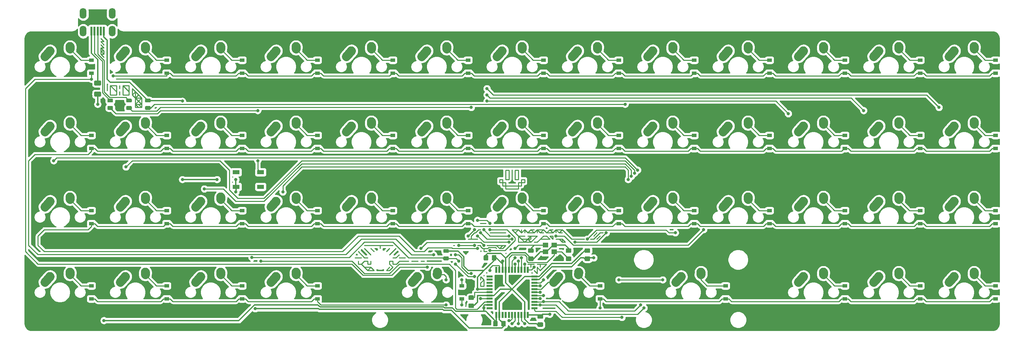
<source format=gbr>
G04 #@! TF.GenerationSoftware,KiCad,Pcbnew,(5.1.5)-3*
G04 #@! TF.CreationDate,2020-03-25T20:08:38+03:00*
G04 #@! TF.ProjectId,Bakers-dozen,42616b65-7273-42d6-946f-7a656e2e6b69,rev?*
G04 #@! TF.SameCoordinates,Original*
G04 #@! TF.FileFunction,Copper,L2,Bot*
G04 #@! TF.FilePolarity,Positive*
%FSLAX46Y46*%
G04 Gerber Fmt 4.6, Leading zero omitted, Abs format (unit mm)*
G04 Created by KiCad (PCBNEW (5.1.5)-3) date 2020-03-25 20:08:38*
%MOMM*%
%LPD*%
G04 APERTURE LIST*
%ADD10C,2.250000*%
%ADD11C,2.250000*%
%ADD12R,1.400000X1.200000*%
%ADD13O,1.700000X2.700000*%
%ADD14R,0.500000X2.250000*%
%ADD15R,0.550000X1.500000*%
%ADD16R,1.500000X0.550000*%
%ADD17R,1.800000X1.100000*%
%ADD18C,0.100000*%
%ADD19R,1.200000X0.900000*%
%ADD20C,0.800000*%
%ADD21C,0.250000*%
%ADD22C,0.380000*%
G04 APERTURE END LIST*
D10*
X129262500Y-123000000D03*
D11*
X127952500Y-124460000D02*
X129262502Y-123000000D01*
D10*
X134302500Y-121920000D03*
D11*
X134262500Y-122500000D02*
X134302500Y-121920000D01*
D10*
X195937500Y-123000000D03*
D11*
X194627500Y-124460000D02*
X195937502Y-123000000D01*
D10*
X200977500Y-121920000D03*
D11*
X200937500Y-122500000D02*
X200977500Y-121920000D01*
D10*
X36393750Y-65850000D03*
D11*
X35083750Y-67310000D02*
X36393752Y-65850000D01*
D10*
X41433750Y-64770000D03*
D11*
X41393750Y-65350000D02*
X41433750Y-64770000D01*
D10*
X55443750Y-65850000D03*
D11*
X54133750Y-67310000D02*
X55443752Y-65850000D01*
D10*
X60483750Y-64770000D03*
D11*
X60443750Y-65350000D02*
X60483750Y-64770000D01*
D10*
X74493750Y-65850000D03*
D11*
X73183750Y-67310000D02*
X74493752Y-65850000D01*
D10*
X79533750Y-64770000D03*
D11*
X79493750Y-65350000D02*
X79533750Y-64770000D01*
D10*
X93543750Y-65850000D03*
D11*
X92233750Y-67310000D02*
X93543752Y-65850000D01*
D10*
X98583750Y-64770000D03*
D11*
X98543750Y-65350000D02*
X98583750Y-64770000D01*
D10*
X112593750Y-65850000D03*
D11*
X111283750Y-67310000D02*
X112593752Y-65850000D01*
D10*
X117633750Y-64770000D03*
D11*
X117593750Y-65350000D02*
X117633750Y-64770000D01*
D10*
X131643750Y-65850000D03*
D11*
X130333750Y-67310000D02*
X131643752Y-65850000D01*
D10*
X136683750Y-64770000D03*
D11*
X136643750Y-65350000D02*
X136683750Y-64770000D01*
D10*
X150693750Y-65850000D03*
D11*
X149383750Y-67310000D02*
X150693752Y-65850000D01*
D10*
X155733750Y-64770000D03*
D11*
X155693750Y-65350000D02*
X155733750Y-64770000D01*
D10*
X169743750Y-65850000D03*
D11*
X168433750Y-67310000D02*
X169743752Y-65850000D01*
D10*
X174783750Y-64770000D03*
D11*
X174743750Y-65350000D02*
X174783750Y-64770000D01*
D10*
X188793750Y-65850000D03*
D11*
X187483750Y-67310000D02*
X188793752Y-65850000D01*
D10*
X193833750Y-64770000D03*
D11*
X193793750Y-65350000D02*
X193833750Y-64770000D01*
D10*
X207843750Y-65850000D03*
D11*
X206533750Y-67310000D02*
X207843752Y-65850000D01*
D10*
X212883750Y-64770000D03*
D11*
X212843750Y-65350000D02*
X212883750Y-64770000D01*
D10*
X226893750Y-65850000D03*
D11*
X225583750Y-67310000D02*
X226893752Y-65850000D01*
D10*
X231933750Y-64770000D03*
D11*
X231893750Y-65350000D02*
X231933750Y-64770000D01*
D10*
X245943750Y-65850000D03*
D11*
X244633750Y-67310000D02*
X245943752Y-65850000D01*
D10*
X250983750Y-64770000D03*
D11*
X250943750Y-65350000D02*
X250983750Y-64770000D01*
D10*
X264993750Y-65850000D03*
D11*
X263683750Y-67310000D02*
X264993752Y-65850000D01*
D10*
X270033750Y-64770000D03*
D11*
X269993750Y-65350000D02*
X270033750Y-64770000D01*
D10*
X36393750Y-84900000D03*
D11*
X35083750Y-86360000D02*
X36393752Y-84900000D01*
D10*
X41433750Y-83820000D03*
D11*
X41393750Y-84400000D02*
X41433750Y-83820000D01*
D10*
X55443750Y-84900000D03*
D11*
X54133750Y-86360000D02*
X55443752Y-84900000D01*
D10*
X60483750Y-83820000D03*
D11*
X60443750Y-84400000D02*
X60483750Y-83820000D01*
D10*
X74493750Y-84900000D03*
D11*
X73183750Y-86360000D02*
X74493752Y-84900000D01*
D10*
X79533750Y-83820000D03*
D11*
X79493750Y-84400000D02*
X79533750Y-83820000D01*
D10*
X93543750Y-84900000D03*
D11*
X92233750Y-86360000D02*
X93543752Y-84900000D01*
D10*
X98583750Y-83820000D03*
D11*
X98543750Y-84400000D02*
X98583750Y-83820000D01*
D10*
X112593750Y-84900000D03*
D11*
X111283750Y-86360000D02*
X112593752Y-84900000D01*
D10*
X117633750Y-83820000D03*
D11*
X117593750Y-84400000D02*
X117633750Y-83820000D01*
D10*
X131643750Y-84900000D03*
D11*
X130333750Y-86360000D02*
X131643752Y-84900000D01*
D10*
X136683750Y-83820000D03*
D11*
X136643750Y-84400000D02*
X136683750Y-83820000D01*
D10*
X150693750Y-84900000D03*
D11*
X149383750Y-86360000D02*
X150693752Y-84900000D01*
D10*
X155733750Y-83820000D03*
D11*
X155693750Y-84400000D02*
X155733750Y-83820000D01*
D10*
X169743750Y-84900000D03*
D11*
X168433750Y-86360000D02*
X169743752Y-84900000D01*
D10*
X174783750Y-83820000D03*
D11*
X174743750Y-84400000D02*
X174783750Y-83820000D01*
D10*
X188793750Y-84900000D03*
D11*
X187483750Y-86360000D02*
X188793752Y-84900000D01*
D10*
X193833750Y-83820000D03*
D11*
X193793750Y-84400000D02*
X193833750Y-83820000D01*
D10*
X207843750Y-84900000D03*
D11*
X206533750Y-86360000D02*
X207843752Y-84900000D01*
D10*
X212883750Y-83820000D03*
D11*
X212843750Y-84400000D02*
X212883750Y-83820000D01*
D10*
X226893750Y-84900000D03*
D11*
X225583750Y-86360000D02*
X226893752Y-84900000D01*
D10*
X231933750Y-83820000D03*
D11*
X231893750Y-84400000D02*
X231933750Y-83820000D01*
D10*
X245943750Y-84900000D03*
D11*
X244633750Y-86360000D02*
X245943752Y-84900000D01*
D10*
X250983750Y-83820000D03*
D11*
X250943750Y-84400000D02*
X250983750Y-83820000D01*
D10*
X264993750Y-84900000D03*
D11*
X263683750Y-86360000D02*
X264993752Y-84900000D01*
D10*
X270033750Y-83820000D03*
D11*
X269993750Y-84400000D02*
X270033750Y-83820000D01*
D10*
X36393750Y-103950000D03*
D11*
X35083750Y-105410000D02*
X36393752Y-103950000D01*
D10*
X41433750Y-102870000D03*
D11*
X41393750Y-103450000D02*
X41433750Y-102870000D01*
D10*
X55443750Y-103950000D03*
D11*
X54133750Y-105410000D02*
X55443752Y-103950000D01*
D10*
X60483750Y-102870000D03*
D11*
X60443750Y-103450000D02*
X60483750Y-102870000D01*
D10*
X74493750Y-103950000D03*
D11*
X73183750Y-105410000D02*
X74493752Y-103950000D01*
D10*
X79533750Y-102870000D03*
D11*
X79493750Y-103450000D02*
X79533750Y-102870000D01*
D10*
X93543750Y-103950000D03*
D11*
X92233750Y-105410000D02*
X93543752Y-103950000D01*
D10*
X98583750Y-102870000D03*
D11*
X98543750Y-103450000D02*
X98583750Y-102870000D01*
D10*
X112593750Y-103950000D03*
D11*
X111283750Y-105410000D02*
X112593752Y-103950000D01*
D10*
X117633750Y-102870000D03*
D11*
X117593750Y-103450000D02*
X117633750Y-102870000D01*
D10*
X131643750Y-103950000D03*
D11*
X130333750Y-105410000D02*
X131643752Y-103950000D01*
D10*
X136683750Y-102870000D03*
D11*
X136643750Y-103450000D02*
X136683750Y-102870000D01*
D10*
X150693750Y-103950000D03*
D11*
X149383750Y-105410000D02*
X150693752Y-103950000D01*
D10*
X155733750Y-102870000D03*
D11*
X155693750Y-103450000D02*
X155733750Y-102870000D01*
D10*
X169743750Y-103950000D03*
D11*
X168433750Y-105410000D02*
X169743752Y-103950000D01*
D10*
X174783750Y-102870000D03*
D11*
X174743750Y-103450000D02*
X174783750Y-102870000D01*
D10*
X188793750Y-103950000D03*
D11*
X187483750Y-105410000D02*
X188793752Y-103950000D01*
D10*
X193833750Y-102870000D03*
D11*
X193793750Y-103450000D02*
X193833750Y-102870000D01*
D10*
X207843750Y-103950000D03*
D11*
X206533750Y-105410000D02*
X207843752Y-103950000D01*
D10*
X212883750Y-102870000D03*
D11*
X212843750Y-103450000D02*
X212883750Y-102870000D01*
D10*
X226893750Y-103950000D03*
D11*
X225583750Y-105410000D02*
X226893752Y-103950000D01*
D10*
X231933750Y-102870000D03*
D11*
X231893750Y-103450000D02*
X231933750Y-102870000D01*
D10*
X245943750Y-103950000D03*
D11*
X244633750Y-105410000D02*
X245943752Y-103950000D01*
D10*
X250983750Y-102870000D03*
D11*
X250943750Y-103450000D02*
X250983750Y-102870000D01*
D10*
X264993750Y-103950000D03*
D11*
X263683750Y-105410000D02*
X264993752Y-103950000D01*
D10*
X270033750Y-102870000D03*
D11*
X269993750Y-103450000D02*
X270033750Y-102870000D01*
D10*
X36393750Y-123000000D03*
D11*
X35083750Y-124460000D02*
X36393752Y-123000000D01*
D10*
X41433750Y-121920000D03*
D11*
X41393750Y-122500000D02*
X41433750Y-121920000D01*
D10*
X55443750Y-123000000D03*
D11*
X54133750Y-124460000D02*
X55443752Y-123000000D01*
D10*
X60483750Y-121920000D03*
D11*
X60443750Y-122500000D02*
X60483750Y-121920000D01*
D10*
X74493750Y-123000000D03*
D11*
X73183750Y-124460000D02*
X74493752Y-123000000D01*
D10*
X79533750Y-121920000D03*
D11*
X79493750Y-122500000D02*
X79533750Y-121920000D01*
D10*
X93543750Y-123000000D03*
D11*
X92233750Y-124460000D02*
X93543752Y-123000000D01*
D10*
X98583750Y-121920000D03*
D11*
X98543750Y-122500000D02*
X98583750Y-121920000D01*
D10*
X164981250Y-123000000D03*
D11*
X163671250Y-124460000D02*
X164981252Y-123000000D01*
D10*
X170021250Y-121920000D03*
D11*
X169981250Y-122500000D02*
X170021250Y-121920000D01*
D10*
X226893750Y-123000000D03*
D11*
X225583750Y-124460000D02*
X226893752Y-123000000D01*
D10*
X231933750Y-121920000D03*
D11*
X231893750Y-122500000D02*
X231933750Y-121920000D01*
D10*
X245943750Y-123000000D03*
D11*
X244633750Y-124460000D02*
X245943752Y-123000000D01*
D10*
X250983750Y-121920000D03*
D11*
X250943750Y-122500000D02*
X250983750Y-121920000D01*
D10*
X264993750Y-123000000D03*
D11*
X263683750Y-124460000D02*
X264993752Y-123000000D01*
D10*
X270033750Y-121920000D03*
D11*
X269993750Y-122500000D02*
X270033750Y-121920000D01*
D12*
X161618750Y-116737500D03*
X163818750Y-116737500D03*
X163818750Y-115037500D03*
X161618750Y-115037500D03*
D13*
X44768750Y-56356250D03*
X52068750Y-56356250D03*
X52068750Y-60856250D03*
X44768750Y-60856250D03*
D14*
X46818750Y-60856250D03*
X47618750Y-60856250D03*
X48418750Y-60856250D03*
X49218750Y-60856250D03*
X50018750Y-60856250D03*
D15*
X149193750Y-132700000D03*
X149993750Y-132700000D03*
X150793750Y-132700000D03*
X151593750Y-132700000D03*
X152393750Y-132700000D03*
X153193750Y-132700000D03*
X153993750Y-132700000D03*
X154793750Y-132700000D03*
X155593750Y-132700000D03*
X156393750Y-132700000D03*
X157193750Y-132700000D03*
D16*
X158893750Y-131000000D03*
X158893750Y-130200000D03*
X158893750Y-129400000D03*
X158893750Y-128600000D03*
X158893750Y-127800000D03*
X158893750Y-127000000D03*
X158893750Y-126200000D03*
X158893750Y-125400000D03*
X158893750Y-124600000D03*
X158893750Y-123800000D03*
X158893750Y-123000000D03*
D15*
X157193750Y-121300000D03*
X156393750Y-121300000D03*
X155593750Y-121300000D03*
X154793750Y-121300000D03*
X153993750Y-121300000D03*
X153193750Y-121300000D03*
X152393750Y-121300000D03*
X151593750Y-121300000D03*
X150793750Y-121300000D03*
X149993750Y-121300000D03*
X149193750Y-121300000D03*
D16*
X147493750Y-123000000D03*
X147493750Y-123800000D03*
X147493750Y-124600000D03*
X147493750Y-125400000D03*
X147493750Y-126200000D03*
X147493750Y-127000000D03*
X147493750Y-127800000D03*
X147493750Y-128600000D03*
X147493750Y-129400000D03*
X147493750Y-130200000D03*
X147493750Y-131000000D03*
D17*
X89618750Y-100275000D03*
X83418750Y-96575000D03*
X89618750Y-96575000D03*
X83418750Y-100275000D03*
G04 #@! TA.AperFunction,SMDPad,CuDef*
D18*
G36*
X61598892Y-79826174D02*
G01*
X61622553Y-79829684D01*
X61645757Y-79835496D01*
X61668279Y-79843554D01*
X61689903Y-79853782D01*
X61710420Y-79866079D01*
X61729633Y-79880329D01*
X61747357Y-79896393D01*
X61763421Y-79914117D01*
X61777671Y-79933330D01*
X61789968Y-79953847D01*
X61800196Y-79975471D01*
X61808254Y-79997993D01*
X61814066Y-80021197D01*
X61817576Y-80044858D01*
X61818750Y-80068750D01*
X61818750Y-80556250D01*
X61817576Y-80580142D01*
X61814066Y-80603803D01*
X61808254Y-80627007D01*
X61800196Y-80649529D01*
X61789968Y-80671153D01*
X61777671Y-80691670D01*
X61763421Y-80710883D01*
X61747357Y-80728607D01*
X61729633Y-80744671D01*
X61710420Y-80758921D01*
X61689903Y-80771218D01*
X61668279Y-80781446D01*
X61645757Y-80789504D01*
X61622553Y-80795316D01*
X61598892Y-80798826D01*
X61575000Y-80800000D01*
X60662500Y-80800000D01*
X60638608Y-80798826D01*
X60614947Y-80795316D01*
X60591743Y-80789504D01*
X60569221Y-80781446D01*
X60547597Y-80771218D01*
X60527080Y-80758921D01*
X60507867Y-80744671D01*
X60490143Y-80728607D01*
X60474079Y-80710883D01*
X60459829Y-80691670D01*
X60447532Y-80671153D01*
X60437304Y-80649529D01*
X60429246Y-80627007D01*
X60423434Y-80603803D01*
X60419924Y-80580142D01*
X60418750Y-80556250D01*
X60418750Y-80068750D01*
X60419924Y-80044858D01*
X60423434Y-80021197D01*
X60429246Y-79997993D01*
X60437304Y-79975471D01*
X60447532Y-79953847D01*
X60459829Y-79933330D01*
X60474079Y-79914117D01*
X60490143Y-79896393D01*
X60507867Y-79880329D01*
X60527080Y-79866079D01*
X60547597Y-79853782D01*
X60569221Y-79843554D01*
X60591743Y-79835496D01*
X60614947Y-79829684D01*
X60638608Y-79826174D01*
X60662500Y-79825000D01*
X61575000Y-79825000D01*
X61598892Y-79826174D01*
G37*
G04 #@! TD.AperFunction*
G04 #@! TA.AperFunction,SMDPad,CuDef*
G36*
X61598892Y-77951174D02*
G01*
X61622553Y-77954684D01*
X61645757Y-77960496D01*
X61668279Y-77968554D01*
X61689903Y-77978782D01*
X61710420Y-77991079D01*
X61729633Y-78005329D01*
X61747357Y-78021393D01*
X61763421Y-78039117D01*
X61777671Y-78058330D01*
X61789968Y-78078847D01*
X61800196Y-78100471D01*
X61808254Y-78122993D01*
X61814066Y-78146197D01*
X61817576Y-78169858D01*
X61818750Y-78193750D01*
X61818750Y-78681250D01*
X61817576Y-78705142D01*
X61814066Y-78728803D01*
X61808254Y-78752007D01*
X61800196Y-78774529D01*
X61789968Y-78796153D01*
X61777671Y-78816670D01*
X61763421Y-78835883D01*
X61747357Y-78853607D01*
X61729633Y-78869671D01*
X61710420Y-78883921D01*
X61689903Y-78896218D01*
X61668279Y-78906446D01*
X61645757Y-78914504D01*
X61622553Y-78920316D01*
X61598892Y-78923826D01*
X61575000Y-78925000D01*
X60662500Y-78925000D01*
X60638608Y-78923826D01*
X60614947Y-78920316D01*
X60591743Y-78914504D01*
X60569221Y-78906446D01*
X60547597Y-78896218D01*
X60527080Y-78883921D01*
X60507867Y-78869671D01*
X60490143Y-78853607D01*
X60474079Y-78835883D01*
X60459829Y-78816670D01*
X60447532Y-78796153D01*
X60437304Y-78774529D01*
X60429246Y-78752007D01*
X60423434Y-78728803D01*
X60419924Y-78705142D01*
X60418750Y-78681250D01*
X60418750Y-78193750D01*
X60419924Y-78169858D01*
X60423434Y-78146197D01*
X60429246Y-78122993D01*
X60437304Y-78100471D01*
X60447532Y-78078847D01*
X60459829Y-78058330D01*
X60474079Y-78039117D01*
X60490143Y-78021393D01*
X60507867Y-78005329D01*
X60527080Y-77991079D01*
X60547597Y-77978782D01*
X60569221Y-77968554D01*
X60591743Y-77960496D01*
X60614947Y-77954684D01*
X60638608Y-77951174D01*
X60662500Y-77950000D01*
X61575000Y-77950000D01*
X61598892Y-77951174D01*
G37*
G04 #@! TD.AperFunction*
G04 #@! TA.AperFunction,SMDPad,CuDef*
G36*
X52073892Y-77951174D02*
G01*
X52097553Y-77954684D01*
X52120757Y-77960496D01*
X52143279Y-77968554D01*
X52164903Y-77978782D01*
X52185420Y-77991079D01*
X52204633Y-78005329D01*
X52222357Y-78021393D01*
X52238421Y-78039117D01*
X52252671Y-78058330D01*
X52264968Y-78078847D01*
X52275196Y-78100471D01*
X52283254Y-78122993D01*
X52289066Y-78146197D01*
X52292576Y-78169858D01*
X52293750Y-78193750D01*
X52293750Y-78681250D01*
X52292576Y-78705142D01*
X52289066Y-78728803D01*
X52283254Y-78752007D01*
X52275196Y-78774529D01*
X52264968Y-78796153D01*
X52252671Y-78816670D01*
X52238421Y-78835883D01*
X52222357Y-78853607D01*
X52204633Y-78869671D01*
X52185420Y-78883921D01*
X52164903Y-78896218D01*
X52143279Y-78906446D01*
X52120757Y-78914504D01*
X52097553Y-78920316D01*
X52073892Y-78923826D01*
X52050000Y-78925000D01*
X51137500Y-78925000D01*
X51113608Y-78923826D01*
X51089947Y-78920316D01*
X51066743Y-78914504D01*
X51044221Y-78906446D01*
X51022597Y-78896218D01*
X51002080Y-78883921D01*
X50982867Y-78869671D01*
X50965143Y-78853607D01*
X50949079Y-78835883D01*
X50934829Y-78816670D01*
X50922532Y-78796153D01*
X50912304Y-78774529D01*
X50904246Y-78752007D01*
X50898434Y-78728803D01*
X50894924Y-78705142D01*
X50893750Y-78681250D01*
X50893750Y-78193750D01*
X50894924Y-78169858D01*
X50898434Y-78146197D01*
X50904246Y-78122993D01*
X50912304Y-78100471D01*
X50922532Y-78078847D01*
X50934829Y-78058330D01*
X50949079Y-78039117D01*
X50965143Y-78021393D01*
X50982867Y-78005329D01*
X51002080Y-77991079D01*
X51022597Y-77978782D01*
X51044221Y-77968554D01*
X51066743Y-77960496D01*
X51089947Y-77954684D01*
X51113608Y-77951174D01*
X51137500Y-77950000D01*
X52050000Y-77950000D01*
X52073892Y-77951174D01*
G37*
G04 #@! TD.AperFunction*
G04 #@! TA.AperFunction,SMDPad,CuDef*
G36*
X52073892Y-79826174D02*
G01*
X52097553Y-79829684D01*
X52120757Y-79835496D01*
X52143279Y-79843554D01*
X52164903Y-79853782D01*
X52185420Y-79866079D01*
X52204633Y-79880329D01*
X52222357Y-79896393D01*
X52238421Y-79914117D01*
X52252671Y-79933330D01*
X52264968Y-79953847D01*
X52275196Y-79975471D01*
X52283254Y-79997993D01*
X52289066Y-80021197D01*
X52292576Y-80044858D01*
X52293750Y-80068750D01*
X52293750Y-80556250D01*
X52292576Y-80580142D01*
X52289066Y-80603803D01*
X52283254Y-80627007D01*
X52275196Y-80649529D01*
X52264968Y-80671153D01*
X52252671Y-80691670D01*
X52238421Y-80710883D01*
X52222357Y-80728607D01*
X52204633Y-80744671D01*
X52185420Y-80758921D01*
X52164903Y-80771218D01*
X52143279Y-80781446D01*
X52120757Y-80789504D01*
X52097553Y-80795316D01*
X52073892Y-80798826D01*
X52050000Y-80800000D01*
X51137500Y-80800000D01*
X51113608Y-80798826D01*
X51089947Y-80795316D01*
X51066743Y-80789504D01*
X51044221Y-80781446D01*
X51022597Y-80771218D01*
X51002080Y-80758921D01*
X50982867Y-80744671D01*
X50965143Y-80728607D01*
X50949079Y-80710883D01*
X50934829Y-80691670D01*
X50922532Y-80671153D01*
X50912304Y-80649529D01*
X50904246Y-80627007D01*
X50898434Y-80603803D01*
X50894924Y-80580142D01*
X50893750Y-80556250D01*
X50893750Y-80068750D01*
X50894924Y-80044858D01*
X50898434Y-80021197D01*
X50904246Y-79997993D01*
X50912304Y-79975471D01*
X50922532Y-79953847D01*
X50934829Y-79933330D01*
X50949079Y-79914117D01*
X50965143Y-79896393D01*
X50982867Y-79880329D01*
X51002080Y-79866079D01*
X51022597Y-79853782D01*
X51044221Y-79843554D01*
X51066743Y-79835496D01*
X51089947Y-79829684D01*
X51113608Y-79826174D01*
X51137500Y-79825000D01*
X52050000Y-79825000D01*
X52073892Y-79826174D01*
G37*
G04 #@! TD.AperFunction*
G04 #@! TA.AperFunction,SMDPad,CuDef*
G36*
X56836392Y-77951174D02*
G01*
X56860053Y-77954684D01*
X56883257Y-77960496D01*
X56905779Y-77968554D01*
X56927403Y-77978782D01*
X56947920Y-77991079D01*
X56967133Y-78005329D01*
X56984857Y-78021393D01*
X57000921Y-78039117D01*
X57015171Y-78058330D01*
X57027468Y-78078847D01*
X57037696Y-78100471D01*
X57045754Y-78122993D01*
X57051566Y-78146197D01*
X57055076Y-78169858D01*
X57056250Y-78193750D01*
X57056250Y-78681250D01*
X57055076Y-78705142D01*
X57051566Y-78728803D01*
X57045754Y-78752007D01*
X57037696Y-78774529D01*
X57027468Y-78796153D01*
X57015171Y-78816670D01*
X57000921Y-78835883D01*
X56984857Y-78853607D01*
X56967133Y-78869671D01*
X56947920Y-78883921D01*
X56927403Y-78896218D01*
X56905779Y-78906446D01*
X56883257Y-78914504D01*
X56860053Y-78920316D01*
X56836392Y-78923826D01*
X56812500Y-78925000D01*
X55900000Y-78925000D01*
X55876108Y-78923826D01*
X55852447Y-78920316D01*
X55829243Y-78914504D01*
X55806721Y-78906446D01*
X55785097Y-78896218D01*
X55764580Y-78883921D01*
X55745367Y-78869671D01*
X55727643Y-78853607D01*
X55711579Y-78835883D01*
X55697329Y-78816670D01*
X55685032Y-78796153D01*
X55674804Y-78774529D01*
X55666746Y-78752007D01*
X55660934Y-78728803D01*
X55657424Y-78705142D01*
X55656250Y-78681250D01*
X55656250Y-78193750D01*
X55657424Y-78169858D01*
X55660934Y-78146197D01*
X55666746Y-78122993D01*
X55674804Y-78100471D01*
X55685032Y-78078847D01*
X55697329Y-78058330D01*
X55711579Y-78039117D01*
X55727643Y-78021393D01*
X55745367Y-78005329D01*
X55764580Y-77991079D01*
X55785097Y-77978782D01*
X55806721Y-77968554D01*
X55829243Y-77960496D01*
X55852447Y-77954684D01*
X55876108Y-77951174D01*
X55900000Y-77950000D01*
X56812500Y-77950000D01*
X56836392Y-77951174D01*
G37*
G04 #@! TD.AperFunction*
G04 #@! TA.AperFunction,SMDPad,CuDef*
G36*
X56836392Y-79826174D02*
G01*
X56860053Y-79829684D01*
X56883257Y-79835496D01*
X56905779Y-79843554D01*
X56927403Y-79853782D01*
X56947920Y-79866079D01*
X56967133Y-79880329D01*
X56984857Y-79896393D01*
X57000921Y-79914117D01*
X57015171Y-79933330D01*
X57027468Y-79953847D01*
X57037696Y-79975471D01*
X57045754Y-79997993D01*
X57051566Y-80021197D01*
X57055076Y-80044858D01*
X57056250Y-80068750D01*
X57056250Y-80556250D01*
X57055076Y-80580142D01*
X57051566Y-80603803D01*
X57045754Y-80627007D01*
X57037696Y-80649529D01*
X57027468Y-80671153D01*
X57015171Y-80691670D01*
X57000921Y-80710883D01*
X56984857Y-80728607D01*
X56967133Y-80744671D01*
X56947920Y-80758921D01*
X56927403Y-80771218D01*
X56905779Y-80781446D01*
X56883257Y-80789504D01*
X56860053Y-80795316D01*
X56836392Y-80798826D01*
X56812500Y-80800000D01*
X55900000Y-80800000D01*
X55876108Y-80798826D01*
X55852447Y-80795316D01*
X55829243Y-80789504D01*
X55806721Y-80781446D01*
X55785097Y-80771218D01*
X55764580Y-80758921D01*
X55745367Y-80744671D01*
X55727643Y-80728607D01*
X55711579Y-80710883D01*
X55697329Y-80691670D01*
X55685032Y-80671153D01*
X55674804Y-80649529D01*
X55666746Y-80627007D01*
X55660934Y-80603803D01*
X55657424Y-80580142D01*
X55656250Y-80556250D01*
X55656250Y-80068750D01*
X55657424Y-80044858D01*
X55660934Y-80021197D01*
X55666746Y-79997993D01*
X55674804Y-79975471D01*
X55685032Y-79953847D01*
X55697329Y-79933330D01*
X55711579Y-79914117D01*
X55727643Y-79896393D01*
X55745367Y-79880329D01*
X55764580Y-79866079D01*
X55785097Y-79853782D01*
X55806721Y-79843554D01*
X55829243Y-79835496D01*
X55852447Y-79829684D01*
X55876108Y-79826174D01*
X55900000Y-79825000D01*
X56812500Y-79825000D01*
X56836392Y-79826174D01*
G37*
G04 #@! TD.AperFunction*
G04 #@! TA.AperFunction,SMDPad,CuDef*
G36*
X137005142Y-117926174D02*
G01*
X137028803Y-117929684D01*
X137052007Y-117935496D01*
X137074529Y-117943554D01*
X137096153Y-117953782D01*
X137116670Y-117966079D01*
X137135883Y-117980329D01*
X137153607Y-117996393D01*
X137169671Y-118014117D01*
X137183921Y-118033330D01*
X137196218Y-118053847D01*
X137206446Y-118075471D01*
X137214504Y-118097993D01*
X137220316Y-118121197D01*
X137223826Y-118144858D01*
X137225000Y-118168750D01*
X137225000Y-118656250D01*
X137223826Y-118680142D01*
X137220316Y-118703803D01*
X137214504Y-118727007D01*
X137206446Y-118749529D01*
X137196218Y-118771153D01*
X137183921Y-118791670D01*
X137169671Y-118810883D01*
X137153607Y-118828607D01*
X137135883Y-118844671D01*
X137116670Y-118858921D01*
X137096153Y-118871218D01*
X137074529Y-118881446D01*
X137052007Y-118889504D01*
X137028803Y-118895316D01*
X137005142Y-118898826D01*
X136981250Y-118900000D01*
X136068750Y-118900000D01*
X136044858Y-118898826D01*
X136021197Y-118895316D01*
X135997993Y-118889504D01*
X135975471Y-118881446D01*
X135953847Y-118871218D01*
X135933330Y-118858921D01*
X135914117Y-118844671D01*
X135896393Y-118828607D01*
X135880329Y-118810883D01*
X135866079Y-118791670D01*
X135853782Y-118771153D01*
X135843554Y-118749529D01*
X135835496Y-118727007D01*
X135829684Y-118703803D01*
X135826174Y-118680142D01*
X135825000Y-118656250D01*
X135825000Y-118168750D01*
X135826174Y-118144858D01*
X135829684Y-118121197D01*
X135835496Y-118097993D01*
X135843554Y-118075471D01*
X135853782Y-118053847D01*
X135866079Y-118033330D01*
X135880329Y-118014117D01*
X135896393Y-117996393D01*
X135914117Y-117980329D01*
X135933330Y-117966079D01*
X135953847Y-117953782D01*
X135975471Y-117943554D01*
X135997993Y-117935496D01*
X136021197Y-117929684D01*
X136044858Y-117926174D01*
X136068750Y-117925000D01*
X136981250Y-117925000D01*
X137005142Y-117926174D01*
G37*
G04 #@! TD.AperFunction*
G04 #@! TA.AperFunction,SMDPad,CuDef*
G36*
X137005142Y-116051174D02*
G01*
X137028803Y-116054684D01*
X137052007Y-116060496D01*
X137074529Y-116068554D01*
X137096153Y-116078782D01*
X137116670Y-116091079D01*
X137135883Y-116105329D01*
X137153607Y-116121393D01*
X137169671Y-116139117D01*
X137183921Y-116158330D01*
X137196218Y-116178847D01*
X137206446Y-116200471D01*
X137214504Y-116222993D01*
X137220316Y-116246197D01*
X137223826Y-116269858D01*
X137225000Y-116293750D01*
X137225000Y-116781250D01*
X137223826Y-116805142D01*
X137220316Y-116828803D01*
X137214504Y-116852007D01*
X137206446Y-116874529D01*
X137196218Y-116896153D01*
X137183921Y-116916670D01*
X137169671Y-116935883D01*
X137153607Y-116953607D01*
X137135883Y-116969671D01*
X137116670Y-116983921D01*
X137096153Y-116996218D01*
X137074529Y-117006446D01*
X137052007Y-117014504D01*
X137028803Y-117020316D01*
X137005142Y-117023826D01*
X136981250Y-117025000D01*
X136068750Y-117025000D01*
X136044858Y-117023826D01*
X136021197Y-117020316D01*
X135997993Y-117014504D01*
X135975471Y-117006446D01*
X135953847Y-116996218D01*
X135933330Y-116983921D01*
X135914117Y-116969671D01*
X135896393Y-116953607D01*
X135880329Y-116935883D01*
X135866079Y-116916670D01*
X135853782Y-116896153D01*
X135843554Y-116874529D01*
X135835496Y-116852007D01*
X135829684Y-116828803D01*
X135826174Y-116805142D01*
X135825000Y-116781250D01*
X135825000Y-116293750D01*
X135826174Y-116269858D01*
X135829684Y-116246197D01*
X135835496Y-116222993D01*
X135843554Y-116200471D01*
X135853782Y-116178847D01*
X135866079Y-116158330D01*
X135880329Y-116139117D01*
X135896393Y-116121393D01*
X135914117Y-116105329D01*
X135933330Y-116091079D01*
X135953847Y-116078782D01*
X135975471Y-116068554D01*
X135997993Y-116060496D01*
X136021197Y-116054684D01*
X136044858Y-116051174D01*
X136068750Y-116050000D01*
X136981250Y-116050000D01*
X137005142Y-116051174D01*
G37*
G04 #@! TD.AperFunction*
G04 #@! TA.AperFunction,SMDPad,CuDef*
G36*
X49068254Y-73382454D02*
G01*
X49092523Y-73386054D01*
X49116321Y-73392015D01*
X49139421Y-73400280D01*
X49161599Y-73410770D01*
X49182643Y-73423383D01*
X49202348Y-73437997D01*
X49220527Y-73454473D01*
X49237003Y-73472652D01*
X49251617Y-73492357D01*
X49264230Y-73513401D01*
X49274720Y-73535579D01*
X49282985Y-73558679D01*
X49288946Y-73582477D01*
X49292546Y-73606746D01*
X49293750Y-73631250D01*
X49293750Y-74381250D01*
X49292546Y-74405754D01*
X49288946Y-74430023D01*
X49282985Y-74453821D01*
X49274720Y-74476921D01*
X49264230Y-74499099D01*
X49251617Y-74520143D01*
X49237003Y-74539848D01*
X49220527Y-74558027D01*
X49202348Y-74574503D01*
X49182643Y-74589117D01*
X49161599Y-74601730D01*
X49139421Y-74612220D01*
X49116321Y-74620485D01*
X49092523Y-74626446D01*
X49068254Y-74630046D01*
X49043750Y-74631250D01*
X47793750Y-74631250D01*
X47769246Y-74630046D01*
X47744977Y-74626446D01*
X47721179Y-74620485D01*
X47698079Y-74612220D01*
X47675901Y-74601730D01*
X47654857Y-74589117D01*
X47635152Y-74574503D01*
X47616973Y-74558027D01*
X47600497Y-74539848D01*
X47585883Y-74520143D01*
X47573270Y-74499099D01*
X47562780Y-74476921D01*
X47554515Y-74453821D01*
X47548554Y-74430023D01*
X47544954Y-74405754D01*
X47543750Y-74381250D01*
X47543750Y-73631250D01*
X47544954Y-73606746D01*
X47548554Y-73582477D01*
X47554515Y-73558679D01*
X47562780Y-73535579D01*
X47573270Y-73513401D01*
X47585883Y-73492357D01*
X47600497Y-73472652D01*
X47616973Y-73454473D01*
X47635152Y-73437997D01*
X47654857Y-73423383D01*
X47675901Y-73410770D01*
X47698079Y-73400280D01*
X47721179Y-73392015D01*
X47744977Y-73386054D01*
X47769246Y-73382454D01*
X47793750Y-73381250D01*
X49043750Y-73381250D01*
X49068254Y-73382454D01*
G37*
G04 #@! TD.AperFunction*
G04 #@! TA.AperFunction,SMDPad,CuDef*
G36*
X49068254Y-76182454D02*
G01*
X49092523Y-76186054D01*
X49116321Y-76192015D01*
X49139421Y-76200280D01*
X49161599Y-76210770D01*
X49182643Y-76223383D01*
X49202348Y-76237997D01*
X49220527Y-76254473D01*
X49237003Y-76272652D01*
X49251617Y-76292357D01*
X49264230Y-76313401D01*
X49274720Y-76335579D01*
X49282985Y-76358679D01*
X49288946Y-76382477D01*
X49292546Y-76406746D01*
X49293750Y-76431250D01*
X49293750Y-77181250D01*
X49292546Y-77205754D01*
X49288946Y-77230023D01*
X49282985Y-77253821D01*
X49274720Y-77276921D01*
X49264230Y-77299099D01*
X49251617Y-77320143D01*
X49237003Y-77339848D01*
X49220527Y-77358027D01*
X49202348Y-77374503D01*
X49182643Y-77389117D01*
X49161599Y-77401730D01*
X49139421Y-77412220D01*
X49116321Y-77420485D01*
X49092523Y-77426446D01*
X49068254Y-77430046D01*
X49043750Y-77431250D01*
X47793750Y-77431250D01*
X47769246Y-77430046D01*
X47744977Y-77426446D01*
X47721179Y-77420485D01*
X47698079Y-77412220D01*
X47675901Y-77401730D01*
X47654857Y-77389117D01*
X47635152Y-77374503D01*
X47616973Y-77358027D01*
X47600497Y-77339848D01*
X47585883Y-77320143D01*
X47573270Y-77299099D01*
X47562780Y-77276921D01*
X47554515Y-77253821D01*
X47548554Y-77230023D01*
X47544954Y-77205754D01*
X47543750Y-77181250D01*
X47543750Y-76431250D01*
X47544954Y-76406746D01*
X47548554Y-76382477D01*
X47554515Y-76358679D01*
X47562780Y-76335579D01*
X47573270Y-76313401D01*
X47585883Y-76292357D01*
X47600497Y-76272652D01*
X47616973Y-76254473D01*
X47635152Y-76237997D01*
X47654857Y-76223383D01*
X47675901Y-76210770D01*
X47698079Y-76200280D01*
X47721179Y-76192015D01*
X47744977Y-76186054D01*
X47769246Y-76182454D01*
X47793750Y-76181250D01*
X49043750Y-76181250D01*
X49068254Y-76182454D01*
G37*
G04 #@! TD.AperFunction*
D19*
X275431250Y-125350000D03*
X275431250Y-128650000D03*
X256381250Y-125350000D03*
X256381250Y-128650000D03*
X237331250Y-125350000D03*
X237331250Y-128650000D03*
X207168750Y-125350000D03*
X207168750Y-128650000D03*
X175418750Y-125350000D03*
X175418750Y-128650000D03*
X140493750Y-125350000D03*
X140493750Y-128650000D03*
X103981250Y-125350000D03*
X103981250Y-128650000D03*
X84931250Y-125350000D03*
X84931250Y-128650000D03*
X65881250Y-125350000D03*
X65881250Y-128650000D03*
X46831250Y-125350000D03*
X46831250Y-128650000D03*
X275431250Y-106300000D03*
X275431250Y-109600000D03*
X256381250Y-106300000D03*
X256381250Y-109600000D03*
X237331250Y-106300000D03*
X237331250Y-109600000D03*
X218281250Y-106300000D03*
X218281250Y-109600000D03*
X199231250Y-106300000D03*
X199231250Y-109600000D03*
X180181250Y-106300000D03*
X180181250Y-109600000D03*
X161131250Y-106300000D03*
X161131250Y-109600000D03*
X142081250Y-106300000D03*
X142081250Y-109600000D03*
X123031250Y-106300000D03*
X123031250Y-109600000D03*
X103981250Y-106300000D03*
X103981250Y-109600000D03*
X84931250Y-106300000D03*
X84931250Y-109600000D03*
X65881250Y-106300000D03*
X65881250Y-109600000D03*
X46831250Y-106300000D03*
X46831250Y-109600000D03*
X275431250Y-87250000D03*
X275431250Y-90550000D03*
X256381250Y-87250000D03*
X256381250Y-90550000D03*
X237331250Y-87250000D03*
X237331250Y-90550000D03*
X218281250Y-87250000D03*
X218281250Y-90550000D03*
X199231250Y-87250000D03*
X199231250Y-90550000D03*
X180181250Y-87250000D03*
X180181250Y-90550000D03*
X161131250Y-87250000D03*
X161131250Y-90550000D03*
X142081250Y-87250000D03*
X142081250Y-90550000D03*
X123031250Y-87250000D03*
X123031250Y-90550000D03*
X103981250Y-87250000D03*
X103981250Y-90550000D03*
X84931250Y-87250000D03*
X84931250Y-90550000D03*
X65881250Y-87250000D03*
X65881250Y-90550000D03*
X46831250Y-87250000D03*
X46831250Y-90550000D03*
X275431250Y-68200000D03*
X275431250Y-71500000D03*
X256381250Y-68200000D03*
X256381250Y-71500000D03*
X237331250Y-68200000D03*
X237331250Y-71500000D03*
X218281250Y-68200000D03*
X218281250Y-71500000D03*
X199231250Y-68200000D03*
X199231250Y-71500000D03*
X180181250Y-68200000D03*
X180181250Y-71500000D03*
X161131250Y-68200000D03*
X161131250Y-71500000D03*
X142081250Y-68200000D03*
X142081250Y-71500000D03*
X123031250Y-68200000D03*
X123031250Y-71500000D03*
X103981250Y-68200000D03*
X103981250Y-71500000D03*
X84931250Y-68200000D03*
X84931250Y-71500000D03*
X65881250Y-68200000D03*
X65881250Y-71500000D03*
X46831250Y-68200000D03*
X46831250Y-71500000D03*
G04 #@! TA.AperFunction,SMDPad,CuDef*
D18*
G36*
X151393255Y-134238704D02*
G01*
X151417523Y-134242304D01*
X151441322Y-134248265D01*
X151464421Y-134256530D01*
X151486600Y-134267020D01*
X151507643Y-134279632D01*
X151527349Y-134294247D01*
X151545527Y-134310723D01*
X151562003Y-134328901D01*
X151576618Y-134348607D01*
X151589230Y-134369650D01*
X151599720Y-134391829D01*
X151607985Y-134414928D01*
X151613946Y-134438727D01*
X151617546Y-134462995D01*
X151618750Y-134487499D01*
X151618750Y-135387501D01*
X151617546Y-135412005D01*
X151613946Y-135436273D01*
X151607985Y-135460072D01*
X151599720Y-135483171D01*
X151589230Y-135505350D01*
X151576618Y-135526393D01*
X151562003Y-135546099D01*
X151545527Y-135564277D01*
X151527349Y-135580753D01*
X151507643Y-135595368D01*
X151486600Y-135607980D01*
X151464421Y-135618470D01*
X151441322Y-135626735D01*
X151417523Y-135632696D01*
X151393255Y-135636296D01*
X151368751Y-135637500D01*
X150718749Y-135637500D01*
X150694245Y-135636296D01*
X150669977Y-135632696D01*
X150646178Y-135626735D01*
X150623079Y-135618470D01*
X150600900Y-135607980D01*
X150579857Y-135595368D01*
X150560151Y-135580753D01*
X150541973Y-135564277D01*
X150525497Y-135546099D01*
X150510882Y-135526393D01*
X150498270Y-135505350D01*
X150487780Y-135483171D01*
X150479515Y-135460072D01*
X150473554Y-135436273D01*
X150469954Y-135412005D01*
X150468750Y-135387501D01*
X150468750Y-134487499D01*
X150469954Y-134462995D01*
X150473554Y-134438727D01*
X150479515Y-134414928D01*
X150487780Y-134391829D01*
X150498270Y-134369650D01*
X150510882Y-134348607D01*
X150525497Y-134328901D01*
X150541973Y-134310723D01*
X150560151Y-134294247D01*
X150579857Y-134279632D01*
X150600900Y-134267020D01*
X150623079Y-134256530D01*
X150646178Y-134248265D01*
X150669977Y-134242304D01*
X150694245Y-134238704D01*
X150718749Y-134237500D01*
X151368751Y-134237500D01*
X151393255Y-134238704D01*
G37*
G04 #@! TD.AperFunction*
G04 #@! TA.AperFunction,SMDPad,CuDef*
G36*
X149343255Y-134238704D02*
G01*
X149367523Y-134242304D01*
X149391322Y-134248265D01*
X149414421Y-134256530D01*
X149436600Y-134267020D01*
X149457643Y-134279632D01*
X149477349Y-134294247D01*
X149495527Y-134310723D01*
X149512003Y-134328901D01*
X149526618Y-134348607D01*
X149539230Y-134369650D01*
X149549720Y-134391829D01*
X149557985Y-134414928D01*
X149563946Y-134438727D01*
X149567546Y-134462995D01*
X149568750Y-134487499D01*
X149568750Y-135387501D01*
X149567546Y-135412005D01*
X149563946Y-135436273D01*
X149557985Y-135460072D01*
X149549720Y-135483171D01*
X149539230Y-135505350D01*
X149526618Y-135526393D01*
X149512003Y-135546099D01*
X149495527Y-135564277D01*
X149477349Y-135580753D01*
X149457643Y-135595368D01*
X149436600Y-135607980D01*
X149414421Y-135618470D01*
X149391322Y-135626735D01*
X149367523Y-135632696D01*
X149343255Y-135636296D01*
X149318751Y-135637500D01*
X148668749Y-135637500D01*
X148644245Y-135636296D01*
X148619977Y-135632696D01*
X148596178Y-135626735D01*
X148573079Y-135618470D01*
X148550900Y-135607980D01*
X148529857Y-135595368D01*
X148510151Y-135580753D01*
X148491973Y-135564277D01*
X148475497Y-135546099D01*
X148460882Y-135526393D01*
X148448270Y-135505350D01*
X148437780Y-135483171D01*
X148429515Y-135460072D01*
X148423554Y-135436273D01*
X148419954Y-135412005D01*
X148418750Y-135387501D01*
X148418750Y-134487499D01*
X148419954Y-134462995D01*
X148423554Y-134438727D01*
X148429515Y-134414928D01*
X148437780Y-134391829D01*
X148448270Y-134369650D01*
X148460882Y-134348607D01*
X148475497Y-134328901D01*
X148491973Y-134310723D01*
X148510151Y-134294247D01*
X148529857Y-134279632D01*
X148550900Y-134267020D01*
X148573079Y-134256530D01*
X148596178Y-134248265D01*
X148619977Y-134242304D01*
X148644245Y-134238704D01*
X148668749Y-134237500D01*
X149318751Y-134237500D01*
X149343255Y-134238704D01*
G37*
G04 #@! TD.AperFunction*
G04 #@! TA.AperFunction,SMDPad,CuDef*
G36*
X160812005Y-134594954D02*
G01*
X160836273Y-134598554D01*
X160860072Y-134604515D01*
X160883171Y-134612780D01*
X160905350Y-134623270D01*
X160926393Y-134635882D01*
X160946099Y-134650497D01*
X160964277Y-134666973D01*
X160980753Y-134685151D01*
X160995368Y-134704857D01*
X161007980Y-134725900D01*
X161018470Y-134748079D01*
X161026735Y-134771178D01*
X161032696Y-134794977D01*
X161036296Y-134819245D01*
X161037500Y-134843749D01*
X161037500Y-135493751D01*
X161036296Y-135518255D01*
X161032696Y-135542523D01*
X161026735Y-135566322D01*
X161018470Y-135589421D01*
X161007980Y-135611600D01*
X160995368Y-135632643D01*
X160980753Y-135652349D01*
X160964277Y-135670527D01*
X160946099Y-135687003D01*
X160926393Y-135701618D01*
X160905350Y-135714230D01*
X160883171Y-135724720D01*
X160860072Y-135732985D01*
X160836273Y-135738946D01*
X160812005Y-135742546D01*
X160787501Y-135743750D01*
X159887499Y-135743750D01*
X159862995Y-135742546D01*
X159838727Y-135738946D01*
X159814928Y-135732985D01*
X159791829Y-135724720D01*
X159769650Y-135714230D01*
X159748607Y-135701618D01*
X159728901Y-135687003D01*
X159710723Y-135670527D01*
X159694247Y-135652349D01*
X159679632Y-135632643D01*
X159667020Y-135611600D01*
X159656530Y-135589421D01*
X159648265Y-135566322D01*
X159642304Y-135542523D01*
X159638704Y-135518255D01*
X159637500Y-135493751D01*
X159637500Y-134843749D01*
X159638704Y-134819245D01*
X159642304Y-134794977D01*
X159648265Y-134771178D01*
X159656530Y-134748079D01*
X159667020Y-134725900D01*
X159679632Y-134704857D01*
X159694247Y-134685151D01*
X159710723Y-134666973D01*
X159728901Y-134650497D01*
X159748607Y-134635882D01*
X159769650Y-134623270D01*
X159791829Y-134612780D01*
X159814928Y-134604515D01*
X159838727Y-134598554D01*
X159862995Y-134594954D01*
X159887499Y-134593750D01*
X160787501Y-134593750D01*
X160812005Y-134594954D01*
G37*
G04 #@! TD.AperFunction*
G04 #@! TA.AperFunction,SMDPad,CuDef*
G36*
X160812005Y-132544954D02*
G01*
X160836273Y-132548554D01*
X160860072Y-132554515D01*
X160883171Y-132562780D01*
X160905350Y-132573270D01*
X160926393Y-132585882D01*
X160946099Y-132600497D01*
X160964277Y-132616973D01*
X160980753Y-132635151D01*
X160995368Y-132654857D01*
X161007980Y-132675900D01*
X161018470Y-132698079D01*
X161026735Y-132721178D01*
X161032696Y-132744977D01*
X161036296Y-132769245D01*
X161037500Y-132793749D01*
X161037500Y-133443751D01*
X161036296Y-133468255D01*
X161032696Y-133492523D01*
X161026735Y-133516322D01*
X161018470Y-133539421D01*
X161007980Y-133561600D01*
X160995368Y-133582643D01*
X160980753Y-133602349D01*
X160964277Y-133620527D01*
X160946099Y-133637003D01*
X160926393Y-133651618D01*
X160905350Y-133664230D01*
X160883171Y-133674720D01*
X160860072Y-133682985D01*
X160836273Y-133688946D01*
X160812005Y-133692546D01*
X160787501Y-133693750D01*
X159887499Y-133693750D01*
X159862995Y-133692546D01*
X159838727Y-133688946D01*
X159814928Y-133682985D01*
X159791829Y-133674720D01*
X159769650Y-133664230D01*
X159748607Y-133651618D01*
X159728901Y-133637003D01*
X159710723Y-133620527D01*
X159694247Y-133602349D01*
X159679632Y-133582643D01*
X159667020Y-133561600D01*
X159656530Y-133539421D01*
X159648265Y-133516322D01*
X159642304Y-133492523D01*
X159638704Y-133468255D01*
X159637500Y-133443751D01*
X159637500Y-132793749D01*
X159638704Y-132769245D01*
X159642304Y-132744977D01*
X159648265Y-132721178D01*
X159656530Y-132698079D01*
X159667020Y-132675900D01*
X159679632Y-132654857D01*
X159694247Y-132635151D01*
X159710723Y-132616973D01*
X159728901Y-132600497D01*
X159748607Y-132585882D01*
X159769650Y-132573270D01*
X159791829Y-132562780D01*
X159814928Y-132554515D01*
X159838727Y-132548554D01*
X159862995Y-132544954D01*
X159887499Y-132543750D01*
X160787501Y-132543750D01*
X160812005Y-132544954D01*
G37*
G04 #@! TD.AperFunction*
G04 #@! TA.AperFunction,SMDPad,CuDef*
G36*
X172718255Y-115876204D02*
G01*
X172742523Y-115879804D01*
X172766322Y-115885765D01*
X172789421Y-115894030D01*
X172811600Y-115904520D01*
X172832643Y-115917132D01*
X172852349Y-115931747D01*
X172870527Y-115948223D01*
X172887003Y-115966401D01*
X172901618Y-115986107D01*
X172914230Y-116007150D01*
X172924720Y-116029329D01*
X172932985Y-116052428D01*
X172938946Y-116076227D01*
X172942546Y-116100495D01*
X172943750Y-116124999D01*
X172943750Y-116775001D01*
X172942546Y-116799505D01*
X172938946Y-116823773D01*
X172932985Y-116847572D01*
X172924720Y-116870671D01*
X172914230Y-116892850D01*
X172901618Y-116913893D01*
X172887003Y-116933599D01*
X172870527Y-116951777D01*
X172852349Y-116968253D01*
X172832643Y-116982868D01*
X172811600Y-116995480D01*
X172789421Y-117005970D01*
X172766322Y-117014235D01*
X172742523Y-117020196D01*
X172718255Y-117023796D01*
X172693751Y-117025000D01*
X171793749Y-117025000D01*
X171769245Y-117023796D01*
X171744977Y-117020196D01*
X171721178Y-117014235D01*
X171698079Y-117005970D01*
X171675900Y-116995480D01*
X171654857Y-116982868D01*
X171635151Y-116968253D01*
X171616973Y-116951777D01*
X171600497Y-116933599D01*
X171585882Y-116913893D01*
X171573270Y-116892850D01*
X171562780Y-116870671D01*
X171554515Y-116847572D01*
X171548554Y-116823773D01*
X171544954Y-116799505D01*
X171543750Y-116775001D01*
X171543750Y-116124999D01*
X171544954Y-116100495D01*
X171548554Y-116076227D01*
X171554515Y-116052428D01*
X171562780Y-116029329D01*
X171573270Y-116007150D01*
X171585882Y-115986107D01*
X171600497Y-115966401D01*
X171616973Y-115948223D01*
X171635151Y-115931747D01*
X171654857Y-115917132D01*
X171675900Y-115904520D01*
X171698079Y-115894030D01*
X171721178Y-115885765D01*
X171744977Y-115879804D01*
X171769245Y-115876204D01*
X171793749Y-115875000D01*
X172693751Y-115875000D01*
X172718255Y-115876204D01*
G37*
G04 #@! TD.AperFunction*
G04 #@! TA.AperFunction,SMDPad,CuDef*
G36*
X172718255Y-117926204D02*
G01*
X172742523Y-117929804D01*
X172766322Y-117935765D01*
X172789421Y-117944030D01*
X172811600Y-117954520D01*
X172832643Y-117967132D01*
X172852349Y-117981747D01*
X172870527Y-117998223D01*
X172887003Y-118016401D01*
X172901618Y-118036107D01*
X172914230Y-118057150D01*
X172924720Y-118079329D01*
X172932985Y-118102428D01*
X172938946Y-118126227D01*
X172942546Y-118150495D01*
X172943750Y-118174999D01*
X172943750Y-118825001D01*
X172942546Y-118849505D01*
X172938946Y-118873773D01*
X172932985Y-118897572D01*
X172924720Y-118920671D01*
X172914230Y-118942850D01*
X172901618Y-118963893D01*
X172887003Y-118983599D01*
X172870527Y-119001777D01*
X172852349Y-119018253D01*
X172832643Y-119032868D01*
X172811600Y-119045480D01*
X172789421Y-119055970D01*
X172766322Y-119064235D01*
X172742523Y-119070196D01*
X172718255Y-119073796D01*
X172693751Y-119075000D01*
X171793749Y-119075000D01*
X171769245Y-119073796D01*
X171744977Y-119070196D01*
X171721178Y-119064235D01*
X171698079Y-119055970D01*
X171675900Y-119045480D01*
X171654857Y-119032868D01*
X171635151Y-119018253D01*
X171616973Y-119001777D01*
X171600497Y-118983599D01*
X171585882Y-118963893D01*
X171573270Y-118942850D01*
X171562780Y-118920671D01*
X171554515Y-118897572D01*
X171548554Y-118873773D01*
X171544954Y-118849505D01*
X171543750Y-118825001D01*
X171543750Y-118174999D01*
X171544954Y-118150495D01*
X171548554Y-118126227D01*
X171554515Y-118102428D01*
X171562780Y-118079329D01*
X171573270Y-118057150D01*
X171585882Y-118036107D01*
X171600497Y-118016401D01*
X171616973Y-117998223D01*
X171635151Y-117981747D01*
X171654857Y-117967132D01*
X171675900Y-117954520D01*
X171698079Y-117944030D01*
X171721178Y-117935765D01*
X171744977Y-117929804D01*
X171769245Y-117926204D01*
X171793749Y-117925000D01*
X172693751Y-117925000D01*
X172718255Y-117926204D01*
G37*
G04 #@! TD.AperFunction*
G04 #@! TA.AperFunction,SMDPad,CuDef*
G36*
X146962005Y-117569954D02*
G01*
X146986273Y-117573554D01*
X147010072Y-117579515D01*
X147033171Y-117587780D01*
X147055350Y-117598270D01*
X147076393Y-117610882D01*
X147096099Y-117625497D01*
X147114277Y-117641973D01*
X147130753Y-117660151D01*
X147145368Y-117679857D01*
X147157980Y-117700900D01*
X147168470Y-117723079D01*
X147176735Y-117746178D01*
X147182696Y-117769977D01*
X147186296Y-117794245D01*
X147187500Y-117818749D01*
X147187500Y-118718751D01*
X147186296Y-118743255D01*
X147182696Y-118767523D01*
X147176735Y-118791322D01*
X147168470Y-118814421D01*
X147157980Y-118836600D01*
X147145368Y-118857643D01*
X147130753Y-118877349D01*
X147114277Y-118895527D01*
X147096099Y-118912003D01*
X147076393Y-118926618D01*
X147055350Y-118939230D01*
X147033171Y-118949720D01*
X147010072Y-118957985D01*
X146986273Y-118963946D01*
X146962005Y-118967546D01*
X146937501Y-118968750D01*
X146287499Y-118968750D01*
X146262995Y-118967546D01*
X146238727Y-118963946D01*
X146214928Y-118957985D01*
X146191829Y-118949720D01*
X146169650Y-118939230D01*
X146148607Y-118926618D01*
X146128901Y-118912003D01*
X146110723Y-118895527D01*
X146094247Y-118877349D01*
X146079632Y-118857643D01*
X146067020Y-118836600D01*
X146056530Y-118814421D01*
X146048265Y-118791322D01*
X146042304Y-118767523D01*
X146038704Y-118743255D01*
X146037500Y-118718751D01*
X146037500Y-117818749D01*
X146038704Y-117794245D01*
X146042304Y-117769977D01*
X146048265Y-117746178D01*
X146056530Y-117723079D01*
X146067020Y-117700900D01*
X146079632Y-117679857D01*
X146094247Y-117660151D01*
X146110723Y-117641973D01*
X146128901Y-117625497D01*
X146148607Y-117610882D01*
X146169650Y-117598270D01*
X146191829Y-117587780D01*
X146214928Y-117579515D01*
X146238727Y-117573554D01*
X146262995Y-117569954D01*
X146287499Y-117568750D01*
X146937501Y-117568750D01*
X146962005Y-117569954D01*
G37*
G04 #@! TD.AperFunction*
G04 #@! TA.AperFunction,SMDPad,CuDef*
G36*
X149012005Y-117569954D02*
G01*
X149036273Y-117573554D01*
X149060072Y-117579515D01*
X149083171Y-117587780D01*
X149105350Y-117598270D01*
X149126393Y-117610882D01*
X149146099Y-117625497D01*
X149164277Y-117641973D01*
X149180753Y-117660151D01*
X149195368Y-117679857D01*
X149207980Y-117700900D01*
X149218470Y-117723079D01*
X149226735Y-117746178D01*
X149232696Y-117769977D01*
X149236296Y-117794245D01*
X149237500Y-117818749D01*
X149237500Y-118718751D01*
X149236296Y-118743255D01*
X149232696Y-118767523D01*
X149226735Y-118791322D01*
X149218470Y-118814421D01*
X149207980Y-118836600D01*
X149195368Y-118857643D01*
X149180753Y-118877349D01*
X149164277Y-118895527D01*
X149146099Y-118912003D01*
X149126393Y-118926618D01*
X149105350Y-118939230D01*
X149083171Y-118949720D01*
X149060072Y-118957985D01*
X149036273Y-118963946D01*
X149012005Y-118967546D01*
X148987501Y-118968750D01*
X148337499Y-118968750D01*
X148312995Y-118967546D01*
X148288727Y-118963946D01*
X148264928Y-118957985D01*
X148241829Y-118949720D01*
X148219650Y-118939230D01*
X148198607Y-118926618D01*
X148178901Y-118912003D01*
X148160723Y-118895527D01*
X148144247Y-118877349D01*
X148129632Y-118857643D01*
X148117020Y-118836600D01*
X148106530Y-118814421D01*
X148098265Y-118791322D01*
X148092304Y-118767523D01*
X148088704Y-118743255D01*
X148087500Y-118718751D01*
X148087500Y-117818749D01*
X148088704Y-117794245D01*
X148092304Y-117769977D01*
X148098265Y-117746178D01*
X148106530Y-117723079D01*
X148117020Y-117700900D01*
X148129632Y-117679857D01*
X148144247Y-117660151D01*
X148160723Y-117641973D01*
X148178901Y-117625497D01*
X148198607Y-117610882D01*
X148219650Y-117598270D01*
X148241829Y-117587780D01*
X148264928Y-117579515D01*
X148288727Y-117573554D01*
X148312995Y-117569954D01*
X148337499Y-117568750D01*
X148987501Y-117568750D01*
X149012005Y-117569954D01*
G37*
G04 #@! TD.AperFunction*
G04 #@! TA.AperFunction,SMDPad,CuDef*
G36*
X143349505Y-129832454D02*
G01*
X143373773Y-129836054D01*
X143397572Y-129842015D01*
X143420671Y-129850280D01*
X143442850Y-129860770D01*
X143463893Y-129873382D01*
X143483599Y-129887997D01*
X143501777Y-129904473D01*
X143518253Y-129922651D01*
X143532868Y-129942357D01*
X143545480Y-129963400D01*
X143555970Y-129985579D01*
X143564235Y-130008678D01*
X143570196Y-130032477D01*
X143573796Y-130056745D01*
X143575000Y-130081249D01*
X143575000Y-130731251D01*
X143573796Y-130755755D01*
X143570196Y-130780023D01*
X143564235Y-130803822D01*
X143555970Y-130826921D01*
X143545480Y-130849100D01*
X143532868Y-130870143D01*
X143518253Y-130889849D01*
X143501777Y-130908027D01*
X143483599Y-130924503D01*
X143463893Y-130939118D01*
X143442850Y-130951730D01*
X143420671Y-130962220D01*
X143397572Y-130970485D01*
X143373773Y-130976446D01*
X143349505Y-130980046D01*
X143325001Y-130981250D01*
X142424999Y-130981250D01*
X142400495Y-130980046D01*
X142376227Y-130976446D01*
X142352428Y-130970485D01*
X142329329Y-130962220D01*
X142307150Y-130951730D01*
X142286107Y-130939118D01*
X142266401Y-130924503D01*
X142248223Y-130908027D01*
X142231747Y-130889849D01*
X142217132Y-130870143D01*
X142204520Y-130849100D01*
X142194030Y-130826921D01*
X142185765Y-130803822D01*
X142179804Y-130780023D01*
X142176204Y-130755755D01*
X142175000Y-130731251D01*
X142175000Y-130081249D01*
X142176204Y-130056745D01*
X142179804Y-130032477D01*
X142185765Y-130008678D01*
X142194030Y-129985579D01*
X142204520Y-129963400D01*
X142217132Y-129942357D01*
X142231747Y-129922651D01*
X142248223Y-129904473D01*
X142266401Y-129887997D01*
X142286107Y-129873382D01*
X142307150Y-129860770D01*
X142329329Y-129850280D01*
X142352428Y-129842015D01*
X142376227Y-129836054D01*
X142400495Y-129832454D01*
X142424999Y-129831250D01*
X143325001Y-129831250D01*
X143349505Y-129832454D01*
G37*
G04 #@! TD.AperFunction*
G04 #@! TA.AperFunction,SMDPad,CuDef*
G36*
X143349505Y-127782454D02*
G01*
X143373773Y-127786054D01*
X143397572Y-127792015D01*
X143420671Y-127800280D01*
X143442850Y-127810770D01*
X143463893Y-127823382D01*
X143483599Y-127837997D01*
X143501777Y-127854473D01*
X143518253Y-127872651D01*
X143532868Y-127892357D01*
X143545480Y-127913400D01*
X143555970Y-127935579D01*
X143564235Y-127958678D01*
X143570196Y-127982477D01*
X143573796Y-128006745D01*
X143575000Y-128031249D01*
X143575000Y-128681251D01*
X143573796Y-128705755D01*
X143570196Y-128730023D01*
X143564235Y-128753822D01*
X143555970Y-128776921D01*
X143545480Y-128799100D01*
X143532868Y-128820143D01*
X143518253Y-128839849D01*
X143501777Y-128858027D01*
X143483599Y-128874503D01*
X143463893Y-128889118D01*
X143442850Y-128901730D01*
X143420671Y-128912220D01*
X143397572Y-128920485D01*
X143373773Y-128926446D01*
X143349505Y-128930046D01*
X143325001Y-128931250D01*
X142424999Y-128931250D01*
X142400495Y-128930046D01*
X142376227Y-128926446D01*
X142352428Y-128920485D01*
X142329329Y-128912220D01*
X142307150Y-128901730D01*
X142286107Y-128889118D01*
X142266401Y-128874503D01*
X142248223Y-128858027D01*
X142231747Y-128839849D01*
X142217132Y-128820143D01*
X142204520Y-128799100D01*
X142194030Y-128776921D01*
X142185765Y-128753822D01*
X142179804Y-128730023D01*
X142176204Y-128705755D01*
X142175000Y-128681251D01*
X142175000Y-128031249D01*
X142176204Y-128006745D01*
X142179804Y-127982477D01*
X142185765Y-127958678D01*
X142194030Y-127935579D01*
X142204520Y-127913400D01*
X142217132Y-127892357D01*
X142231747Y-127872651D01*
X142248223Y-127854473D01*
X142266401Y-127837997D01*
X142286107Y-127823382D01*
X142307150Y-127810770D01*
X142329329Y-127800280D01*
X142352428Y-127792015D01*
X142376227Y-127786054D01*
X142400495Y-127782454D01*
X142424999Y-127781250D01*
X143325001Y-127781250D01*
X143349505Y-127782454D01*
G37*
G04 #@! TD.AperFunction*
G04 #@! TA.AperFunction,SMDPad,CuDef*
G36*
X167955755Y-117926204D02*
G01*
X167980023Y-117929804D01*
X168003822Y-117935765D01*
X168026921Y-117944030D01*
X168049100Y-117954520D01*
X168070143Y-117967132D01*
X168089849Y-117981747D01*
X168108027Y-117998223D01*
X168124503Y-118016401D01*
X168139118Y-118036107D01*
X168151730Y-118057150D01*
X168162220Y-118079329D01*
X168170485Y-118102428D01*
X168176446Y-118126227D01*
X168180046Y-118150495D01*
X168181250Y-118174999D01*
X168181250Y-118825001D01*
X168180046Y-118849505D01*
X168176446Y-118873773D01*
X168170485Y-118897572D01*
X168162220Y-118920671D01*
X168151730Y-118942850D01*
X168139118Y-118963893D01*
X168124503Y-118983599D01*
X168108027Y-119001777D01*
X168089849Y-119018253D01*
X168070143Y-119032868D01*
X168049100Y-119045480D01*
X168026921Y-119055970D01*
X168003822Y-119064235D01*
X167980023Y-119070196D01*
X167955755Y-119073796D01*
X167931251Y-119075000D01*
X167031249Y-119075000D01*
X167006745Y-119073796D01*
X166982477Y-119070196D01*
X166958678Y-119064235D01*
X166935579Y-119055970D01*
X166913400Y-119045480D01*
X166892357Y-119032868D01*
X166872651Y-119018253D01*
X166854473Y-119001777D01*
X166837997Y-118983599D01*
X166823382Y-118963893D01*
X166810770Y-118942850D01*
X166800280Y-118920671D01*
X166792015Y-118897572D01*
X166786054Y-118873773D01*
X166782454Y-118849505D01*
X166781250Y-118825001D01*
X166781250Y-118174999D01*
X166782454Y-118150495D01*
X166786054Y-118126227D01*
X166792015Y-118102428D01*
X166800280Y-118079329D01*
X166810770Y-118057150D01*
X166823382Y-118036107D01*
X166837997Y-118016401D01*
X166854473Y-117998223D01*
X166872651Y-117981747D01*
X166892357Y-117967132D01*
X166913400Y-117954520D01*
X166935579Y-117944030D01*
X166958678Y-117935765D01*
X166982477Y-117929804D01*
X167006745Y-117926204D01*
X167031249Y-117925000D01*
X167931251Y-117925000D01*
X167955755Y-117926204D01*
G37*
G04 #@! TD.AperFunction*
G04 #@! TA.AperFunction,SMDPad,CuDef*
G36*
X167955755Y-115876204D02*
G01*
X167980023Y-115879804D01*
X168003822Y-115885765D01*
X168026921Y-115894030D01*
X168049100Y-115904520D01*
X168070143Y-115917132D01*
X168089849Y-115931747D01*
X168108027Y-115948223D01*
X168124503Y-115966401D01*
X168139118Y-115986107D01*
X168151730Y-116007150D01*
X168162220Y-116029329D01*
X168170485Y-116052428D01*
X168176446Y-116076227D01*
X168180046Y-116100495D01*
X168181250Y-116124999D01*
X168181250Y-116775001D01*
X168180046Y-116799505D01*
X168176446Y-116823773D01*
X168170485Y-116847572D01*
X168162220Y-116870671D01*
X168151730Y-116892850D01*
X168139118Y-116913893D01*
X168124503Y-116933599D01*
X168108027Y-116951777D01*
X168089849Y-116968253D01*
X168070143Y-116982868D01*
X168049100Y-116995480D01*
X168026921Y-117005970D01*
X168003822Y-117014235D01*
X167980023Y-117020196D01*
X167955755Y-117023796D01*
X167931251Y-117025000D01*
X167031249Y-117025000D01*
X167006745Y-117023796D01*
X166982477Y-117020196D01*
X166958678Y-117014235D01*
X166935579Y-117005970D01*
X166913400Y-116995480D01*
X166892357Y-116982868D01*
X166872651Y-116968253D01*
X166854473Y-116951777D01*
X166837997Y-116933599D01*
X166823382Y-116913893D01*
X166810770Y-116892850D01*
X166800280Y-116870671D01*
X166792015Y-116847572D01*
X166786054Y-116823773D01*
X166782454Y-116799505D01*
X166781250Y-116775001D01*
X166781250Y-116124999D01*
X166782454Y-116100495D01*
X166786054Y-116076227D01*
X166792015Y-116052428D01*
X166800280Y-116029329D01*
X166810770Y-116007150D01*
X166823382Y-115986107D01*
X166837997Y-115966401D01*
X166854473Y-115948223D01*
X166872651Y-115931747D01*
X166892357Y-115917132D01*
X166913400Y-115904520D01*
X166935579Y-115894030D01*
X166958678Y-115885765D01*
X166982477Y-115879804D01*
X167006745Y-115876204D01*
X167031249Y-115875000D01*
X167931251Y-115875000D01*
X167955755Y-115876204D01*
G37*
G04 #@! TD.AperFunction*
G04 #@! TA.AperFunction,SMDPad,CuDef*
G36*
X158430755Y-117926204D02*
G01*
X158455023Y-117929804D01*
X158478822Y-117935765D01*
X158501921Y-117944030D01*
X158524100Y-117954520D01*
X158545143Y-117967132D01*
X158564849Y-117981747D01*
X158583027Y-117998223D01*
X158599503Y-118016401D01*
X158614118Y-118036107D01*
X158626730Y-118057150D01*
X158637220Y-118079329D01*
X158645485Y-118102428D01*
X158651446Y-118126227D01*
X158655046Y-118150495D01*
X158656250Y-118174999D01*
X158656250Y-118825001D01*
X158655046Y-118849505D01*
X158651446Y-118873773D01*
X158645485Y-118897572D01*
X158637220Y-118920671D01*
X158626730Y-118942850D01*
X158614118Y-118963893D01*
X158599503Y-118983599D01*
X158583027Y-119001777D01*
X158564849Y-119018253D01*
X158545143Y-119032868D01*
X158524100Y-119045480D01*
X158501921Y-119055970D01*
X158478822Y-119064235D01*
X158455023Y-119070196D01*
X158430755Y-119073796D01*
X158406251Y-119075000D01*
X157506249Y-119075000D01*
X157481745Y-119073796D01*
X157457477Y-119070196D01*
X157433678Y-119064235D01*
X157410579Y-119055970D01*
X157388400Y-119045480D01*
X157367357Y-119032868D01*
X157347651Y-119018253D01*
X157329473Y-119001777D01*
X157312997Y-118983599D01*
X157298382Y-118963893D01*
X157285770Y-118942850D01*
X157275280Y-118920671D01*
X157267015Y-118897572D01*
X157261054Y-118873773D01*
X157257454Y-118849505D01*
X157256250Y-118825001D01*
X157256250Y-118174999D01*
X157257454Y-118150495D01*
X157261054Y-118126227D01*
X157267015Y-118102428D01*
X157275280Y-118079329D01*
X157285770Y-118057150D01*
X157298382Y-118036107D01*
X157312997Y-118016401D01*
X157329473Y-117998223D01*
X157347651Y-117981747D01*
X157367357Y-117967132D01*
X157388400Y-117954520D01*
X157410579Y-117944030D01*
X157433678Y-117935765D01*
X157457477Y-117929804D01*
X157481745Y-117926204D01*
X157506249Y-117925000D01*
X158406251Y-117925000D01*
X158430755Y-117926204D01*
G37*
G04 #@! TD.AperFunction*
G04 #@! TA.AperFunction,SMDPad,CuDef*
G36*
X158430755Y-115876204D02*
G01*
X158455023Y-115879804D01*
X158478822Y-115885765D01*
X158501921Y-115894030D01*
X158524100Y-115904520D01*
X158545143Y-115917132D01*
X158564849Y-115931747D01*
X158583027Y-115948223D01*
X158599503Y-115966401D01*
X158614118Y-115986107D01*
X158626730Y-116007150D01*
X158637220Y-116029329D01*
X158645485Y-116052428D01*
X158651446Y-116076227D01*
X158655046Y-116100495D01*
X158656250Y-116124999D01*
X158656250Y-116775001D01*
X158655046Y-116799505D01*
X158651446Y-116823773D01*
X158645485Y-116847572D01*
X158637220Y-116870671D01*
X158626730Y-116892850D01*
X158614118Y-116913893D01*
X158599503Y-116933599D01*
X158583027Y-116951777D01*
X158564849Y-116968253D01*
X158545143Y-116982868D01*
X158524100Y-116995480D01*
X158501921Y-117005970D01*
X158478822Y-117014235D01*
X158455023Y-117020196D01*
X158430755Y-117023796D01*
X158406251Y-117025000D01*
X157506249Y-117025000D01*
X157481745Y-117023796D01*
X157457477Y-117020196D01*
X157433678Y-117014235D01*
X157410579Y-117005970D01*
X157388400Y-116995480D01*
X157367357Y-116982868D01*
X157347651Y-116968253D01*
X157329473Y-116951777D01*
X157312997Y-116933599D01*
X157298382Y-116913893D01*
X157285770Y-116892850D01*
X157275280Y-116870671D01*
X157267015Y-116847572D01*
X157261054Y-116823773D01*
X157257454Y-116799505D01*
X157256250Y-116775001D01*
X157256250Y-116124999D01*
X157257454Y-116100495D01*
X157261054Y-116076227D01*
X157267015Y-116052428D01*
X157275280Y-116029329D01*
X157285770Y-116007150D01*
X157298382Y-115986107D01*
X157312997Y-115966401D01*
X157329473Y-115948223D01*
X157347651Y-115931747D01*
X157367357Y-115917132D01*
X157388400Y-115904520D01*
X157410579Y-115894030D01*
X157433678Y-115885765D01*
X157457477Y-115879804D01*
X157481745Y-115876204D01*
X157506249Y-115875000D01*
X158406251Y-115875000D01*
X158430755Y-115876204D01*
G37*
G04 #@! TD.AperFunction*
D20*
X83343750Y-101600000D03*
X88267990Y-131130490D03*
X69850000Y-78581250D03*
X69850000Y-98425000D03*
X78581250Y-98425000D03*
X83343750Y-98425000D03*
X153987500Y-115887500D03*
X153987500Y-118268750D03*
X144462500Y-126206250D03*
X146050000Y-130968750D03*
X150793750Y-119081250D03*
X173831250Y-118268750D03*
X48418750Y-79375000D03*
X50006250Y-134143750D03*
X162718750Y-132556250D03*
X52387500Y-72231250D03*
X46831250Y-73025000D03*
X152400000Y-134143750D03*
X143668750Y-123031250D03*
X138906250Y-119856250D03*
X131762500Y-120650000D03*
X153193750Y-134937500D03*
X138906250Y-117475000D03*
X133350000Y-117475000D03*
X142875000Y-122237500D03*
X154781250Y-134937500D03*
X144462500Y-115887500D03*
X140493750Y-130175000D03*
X136525000Y-130175000D03*
X175418750Y-130968750D03*
X156368750Y-134937500D03*
X136525000Y-123825000D03*
X140493750Y-123825000D03*
X160337500Y-130175000D03*
X186531250Y-130968750D03*
X184943750Y-96043750D03*
X37306250Y-93662500D03*
X161131250Y-129381250D03*
X185737500Y-130175000D03*
X184147101Y-96837500D03*
X55562500Y-95250000D03*
X160337500Y-128587500D03*
X183356250Y-97631250D03*
X75406250Y-100806250D03*
X161131250Y-127793750D03*
X95250000Y-101600000D03*
X182562500Y-98425000D03*
X160337500Y-127000000D03*
X146050000Y-115093750D03*
X139700000Y-115093750D03*
X143668750Y-115093750D03*
X180181250Y-123825000D03*
X191293750Y-123825000D03*
X160325000Y-125400000D03*
X161133744Y-123827494D03*
X169068750Y-114300000D03*
X177006250Y-111918750D03*
X130175000Y-115887500D03*
X158750000Y-120650000D03*
X172243750Y-113506250D03*
X194468750Y-111918750D03*
X156368750Y-119856250D03*
X164306250Y-112712500D03*
X201612500Y-111125000D03*
X155575000Y-118268750D03*
X152400000Y-112712500D03*
X146050000Y-111125000D03*
X146843750Y-78581250D03*
X223043750Y-81756250D03*
X154781250Y-119062500D03*
X153193750Y-113506250D03*
X145256250Y-111918750D03*
X146843750Y-76993750D03*
X242093750Y-80962500D03*
X153987500Y-119856250D03*
X152400000Y-114300000D03*
X144462500Y-112712500D03*
X146843750Y-75406250D03*
X261143750Y-80168750D03*
X87415251Y-118165999D03*
X88900000Y-93662500D03*
X142081250Y-112712500D03*
X143668750Y-111125000D03*
X144462500Y-108743750D03*
X147637500Y-109537500D03*
X147637500Y-111125000D03*
X147637500Y-116388740D03*
X147637500Y-121443750D03*
X139700000Y-119062500D03*
X142875000Y-80168750D03*
X145258750Y-128590000D03*
X88900000Y-80962500D03*
X89693750Y-119062500D03*
X181768750Y-79375000D03*
X180975000Y-133350000D03*
D21*
X49212500Y-62706250D02*
X50006250Y-63500000D01*
X49212500Y-63500000D02*
X50006250Y-64293750D01*
X49212500Y-64293750D02*
X50006250Y-65087500D01*
X49212500Y-66675000D02*
X50006250Y-67468750D01*
X50006250Y-63500000D02*
X49212500Y-63500000D01*
X50006250Y-65087500D02*
X49212500Y-65087500D01*
X50006250Y-65881250D02*
X49212500Y-65881250D01*
X50006250Y-66675000D02*
X49212500Y-66675000D01*
X49212500Y-65087500D02*
X50006250Y-65881250D01*
X49212500Y-65087500D02*
X49212500Y-65881250D01*
X50006250Y-65881250D02*
X50006250Y-66675000D01*
X49212500Y-65881250D02*
X49212500Y-66675000D01*
X49212500Y-65881250D02*
X50006250Y-66675000D01*
X176212500Y-111918750D02*
X175418750Y-111918750D01*
X175418750Y-111918750D02*
X173831250Y-113506250D01*
X173831250Y-113506250D02*
X173037500Y-113506250D01*
X173831250Y-112712500D02*
X174625000Y-111918750D01*
X175418750Y-112712500D02*
X174625000Y-113506250D01*
X147637500Y-111918750D02*
X151606250Y-111918750D01*
X144462500Y-113506250D02*
X142875000Y-113506250D01*
X142875000Y-113506250D02*
X142875000Y-112712500D01*
X142875000Y-112712500D02*
X143668750Y-111918750D01*
X143948002Y-111918750D02*
X144462500Y-111404252D01*
X143668750Y-111918750D02*
X143948002Y-111918750D01*
X144462500Y-111404252D02*
X144741752Y-111125000D01*
X144741752Y-111125000D02*
X145256250Y-111125000D01*
X142875000Y-113506250D02*
X142081250Y-113506250D01*
X144462500Y-115093750D02*
X145256250Y-115093750D01*
X145256250Y-115373002D02*
X145770748Y-115887500D01*
X145256250Y-115093750D02*
X145256250Y-115373002D01*
X147289499Y-115663739D02*
X149001239Y-115663739D01*
X147065738Y-115887500D02*
X147289499Y-115663739D01*
X149001239Y-115663739D02*
X149225000Y-115887500D01*
X146050000Y-115887500D02*
X146050000Y-116681250D01*
X146050000Y-115887500D02*
X147065738Y-115887500D01*
X145770748Y-115887500D02*
X146050000Y-115887500D01*
X146050000Y-116681250D02*
X146843750Y-116681250D01*
X151606250Y-115093750D02*
X146843750Y-115093750D01*
X151606250Y-115093750D02*
X150812500Y-115887500D01*
X150812500Y-115887500D02*
X150018750Y-115887500D01*
X150018750Y-115887500D02*
X149225000Y-115093750D01*
X150018750Y-115887500D02*
X150812500Y-115093750D01*
X114300000Y-119062500D02*
X114300000Y-119856250D01*
X114300000Y-119856250D02*
X115093750Y-119856250D01*
X115093750Y-119856250D02*
X115887500Y-119062500D01*
X115887500Y-119062500D02*
X116681250Y-119062500D01*
X116681250Y-119062500D02*
X116681250Y-119856250D01*
X116681250Y-119856250D02*
X117475000Y-119856250D01*
X117475000Y-119856250D02*
X117475000Y-119062500D01*
X122237500Y-119856250D02*
X122237500Y-119062500D01*
X122237500Y-119062500D02*
X123031250Y-119062500D01*
X123031250Y-119062500D02*
X123031250Y-119856250D01*
X123031250Y-119856250D02*
X123825000Y-119856250D01*
X123982340Y-119856250D02*
X124618750Y-119219840D01*
X123825000Y-119856250D02*
X123982340Y-119856250D01*
X124618750Y-119219840D02*
X124618750Y-119062500D01*
X124618750Y-119062500D02*
X127000000Y-119062500D01*
X127793750Y-119062500D02*
X129381250Y-119062500D01*
X130175000Y-119062500D02*
X130968750Y-119062500D01*
X122237500Y-119856250D02*
X123031250Y-120650000D01*
X123031250Y-120650000D02*
X122237500Y-121443750D01*
X122237500Y-121443750D02*
X121443750Y-121443750D01*
X121443750Y-121443750D02*
X122237500Y-120650000D01*
X115093750Y-119856250D02*
X115887500Y-120650000D01*
X116681250Y-121443750D02*
X115887500Y-120650000D01*
X118268750Y-121443750D02*
X116681250Y-121443750D01*
X115887500Y-120650000D02*
X117475000Y-120650000D01*
X117475000Y-120650000D02*
X118268750Y-121443750D01*
X116681250Y-121443750D02*
X117475000Y-120650000D01*
X156368750Y-112712500D02*
X154781250Y-112712500D01*
X154781250Y-112712500D02*
X154781250Y-114300000D01*
X154781250Y-114300000D02*
X157956250Y-114300000D01*
X157956250Y-114300000D02*
X159543750Y-112712500D01*
X159543750Y-112712500D02*
X157956250Y-112712500D01*
X157956250Y-112712500D02*
X157956250Y-113506250D01*
X157162500Y-112712500D02*
X157956250Y-112712500D01*
X159543750Y-114300000D02*
X161131250Y-112712500D01*
X162718750Y-113506250D02*
X160337500Y-113506250D01*
X159543750Y-114300000D02*
X158750000Y-114300000D01*
X161925000Y-112712500D02*
X162718750Y-113506250D01*
X161131250Y-112712500D02*
X161925000Y-112712500D01*
X163512500Y-113506250D02*
X163512500Y-112712500D01*
X163512500Y-112712500D02*
X162718750Y-112712500D01*
X162718750Y-112712500D02*
X163512500Y-113506250D01*
X165893750Y-113506250D02*
X166687500Y-114300000D01*
X166687500Y-114300000D02*
X165893750Y-114300000D01*
X165893750Y-114300000D02*
X165893750Y-113506250D01*
X165100000Y-113506250D02*
X165893750Y-114300000D01*
X165100000Y-113506250D02*
X165893750Y-113506250D01*
X164306250Y-113506250D02*
X165100000Y-113506250D01*
X157162500Y-113506250D02*
X157956250Y-112712500D01*
X157162500Y-113506250D02*
X155575000Y-113506250D01*
X157956250Y-113506250D02*
X157162500Y-113506250D01*
X155575000Y-113506250D02*
X154781250Y-112712500D01*
X155575000Y-113506250D02*
X156368750Y-114300000D01*
X156368750Y-114300000D02*
X157162500Y-113506250D01*
X157162500Y-113506250D02*
X157956250Y-114300000D01*
X153193750Y-111125000D02*
X154781250Y-111125000D01*
X154781250Y-111125000D02*
X155575000Y-111918750D01*
X155575000Y-111918750D02*
X156368750Y-111125000D01*
X156368750Y-111125000D02*
X157162500Y-111918750D01*
X157162500Y-111918750D02*
X158750000Y-111918750D01*
X158750000Y-111918750D02*
X159543750Y-111125000D01*
X159543750Y-111125000D02*
X161131250Y-111125000D01*
X161131250Y-111125000D02*
X161925000Y-111918750D01*
X161925000Y-111918750D02*
X163512500Y-111918750D01*
X163512500Y-111918750D02*
X164306250Y-111125000D01*
X164306250Y-111125000D02*
X165893750Y-111125000D01*
X165893750Y-111125000D02*
X166687500Y-111918750D01*
X166687500Y-111918750D02*
X168275000Y-113506250D01*
X168275000Y-113506250D02*
X170656250Y-113506250D01*
X170656250Y-113506250D02*
X171450000Y-113506250D01*
X159543750Y-111125000D02*
X160337500Y-111918750D01*
X157162500Y-111918750D02*
X157956250Y-111125000D01*
X157956250Y-111125000D02*
X158750000Y-111125000D01*
X161925000Y-111918750D02*
X162718750Y-111125000D01*
X162718750Y-111125000D02*
X163512500Y-111125000D01*
X164306250Y-111125000D02*
X165100000Y-111918750D01*
X165100000Y-111918750D02*
X165893750Y-111918750D01*
X160337500Y-111918750D02*
X161131250Y-111918750D01*
X156368750Y-111125000D02*
X156368750Y-111918750D01*
X159543750Y-111125000D02*
X159543750Y-111918750D01*
X164306250Y-111125000D02*
X164306250Y-111918750D01*
X155575000Y-111918750D02*
X155575000Y-111125000D01*
X157956250Y-111125000D02*
X158750000Y-111918750D01*
X162718750Y-111125000D02*
X163512500Y-111918750D01*
X160337500Y-111918750D02*
X161131250Y-111125000D01*
X165100000Y-111918750D02*
X165893750Y-111125000D01*
X153987500Y-111918750D02*
X154781250Y-111125000D01*
X153987500Y-111918750D02*
X153193750Y-111125000D01*
X154781250Y-112712500D02*
X153987500Y-111918750D01*
X161925000Y-119856250D02*
X160337500Y-121443750D01*
X160337500Y-121443750D02*
X159543750Y-120650000D01*
X159543750Y-120650000D02*
X159543750Y-122237500D01*
X160337500Y-119856250D02*
X160337500Y-120650000D01*
X160337500Y-119856250D02*
X161925000Y-119856250D01*
X159543750Y-119856250D02*
X160337500Y-119856250D01*
X159543750Y-122237500D02*
X158750000Y-121443750D01*
X157162500Y-119856250D02*
X158750000Y-119856250D01*
X158750000Y-119856250D02*
X157956250Y-119856250D01*
X157956250Y-119856250D02*
X157956250Y-120650000D01*
X146050000Y-123825000D02*
X145292292Y-123067292D01*
X146050000Y-123825000D02*
X146050000Y-124618750D01*
X146050000Y-124618750D02*
X146050000Y-125412500D01*
X146050000Y-125412500D02*
X145256250Y-125412500D01*
X145256250Y-125412500D02*
X145256250Y-124618750D01*
X145256250Y-124618750D02*
X146050000Y-123825000D01*
X145256250Y-123103334D02*
X145292292Y-123067292D01*
X145256250Y-123825000D02*
X145256250Y-123103334D01*
X151606250Y-96043750D02*
X151606250Y-98425000D01*
X151606250Y-98425000D02*
X152400000Y-98425000D01*
X152400000Y-98425000D02*
X152400000Y-96043750D01*
X152400000Y-96043750D02*
X151606250Y-96043750D01*
X153987500Y-98425000D02*
X153987500Y-96043750D01*
X153987500Y-96043750D02*
X154781250Y-96043750D01*
X154781250Y-96043750D02*
X154781250Y-98425000D01*
X154781250Y-98425000D02*
X153987500Y-98425000D01*
X155575000Y-99218750D02*
X155575000Y-98425000D01*
X155575000Y-98425000D02*
X156368750Y-98425000D01*
X156368750Y-98425000D02*
X156368750Y-99218750D01*
X156368750Y-99218750D02*
X155575000Y-99218750D01*
X151606250Y-99218750D02*
X151606250Y-100012500D01*
X155575000Y-99218750D02*
X155575000Y-100012500D01*
X151606250Y-100012500D02*
X154781250Y-100012500D01*
X154781250Y-100012500D02*
X154781250Y-99218750D01*
X154781250Y-99218750D02*
X155575000Y-99218750D01*
X150812500Y-99218750D02*
X151606250Y-99218750D01*
X150812500Y-98425000D02*
X150812500Y-99218750D01*
X150018750Y-98425000D02*
X150812500Y-98425000D01*
X154781250Y-100012500D02*
X155575000Y-100012500D01*
X154781250Y-100012500D02*
X154781250Y-100806250D01*
X154781250Y-100806250D02*
X151606250Y-100806250D01*
X151606250Y-100806250D02*
X151606250Y-100012500D01*
X151606250Y-100012500D02*
X150812500Y-100012500D01*
X150812500Y-100012500D02*
X150812500Y-99218750D01*
X150812500Y-99218750D02*
X150018750Y-99218750D01*
X150018750Y-99218750D02*
X150018750Y-98425000D01*
X56356250Y-74612500D02*
X54768750Y-74612500D01*
X54768750Y-74612500D02*
X54768750Y-76993750D01*
X54768750Y-76993750D02*
X56356250Y-76993750D01*
X56356250Y-76993750D02*
X56356250Y-74612500D01*
X56356250Y-76993750D02*
X56356250Y-76200000D01*
X54768750Y-74612500D02*
X56356250Y-76200000D01*
X53975000Y-74612500D02*
X53975000Y-75406250D01*
X53975000Y-76200000D02*
X53975000Y-76993750D01*
X51593750Y-76993750D02*
X53181250Y-76993750D01*
X53181250Y-76993750D02*
X53181250Y-74612500D01*
X51593750Y-74612500D02*
X51593750Y-76993750D01*
X53181250Y-74612500D02*
X51593750Y-74612500D01*
X51593750Y-74612500D02*
X53181250Y-76200000D01*
X57150000Y-75406250D02*
X57150000Y-76993750D01*
X57150000Y-76993750D02*
X57943750Y-77787500D01*
X57943750Y-77787500D02*
X57943750Y-80168750D01*
X57943750Y-80168750D02*
X59531250Y-80168750D01*
X59531250Y-80168750D02*
X59531250Y-77787500D01*
X59531250Y-77787500D02*
X57150000Y-75406250D01*
X57150000Y-76993750D02*
X57943750Y-76200000D01*
X57943750Y-76200000D02*
X57943750Y-77787500D01*
X57943750Y-77787500D02*
X58737500Y-76993750D01*
X58737500Y-76993750D02*
X59531250Y-77787500D01*
X59531250Y-77787500D02*
X57943750Y-77787500D01*
X57943750Y-77787500D02*
X58737500Y-78581250D01*
X58737500Y-78581250D02*
X57943750Y-79375000D01*
X57943750Y-79375000D02*
X58737500Y-80168750D01*
X58737500Y-78581250D02*
X59531250Y-77787500D01*
X58737500Y-78581250D02*
X59531250Y-79375000D01*
X59531250Y-79375000D02*
X57943750Y-79375000D01*
X57943750Y-79375000D02*
X58737500Y-79375000D01*
X58737500Y-79375000D02*
X59531250Y-80168750D01*
X117475000Y-117475000D02*
X115887500Y-115887500D01*
X122237500Y-117475000D02*
X123825000Y-115887500D01*
X121443750Y-116681250D02*
X122237500Y-115887500D01*
X118268750Y-116681250D02*
X117475000Y-115887500D01*
X115887500Y-115093750D02*
X123031250Y-115093750D01*
X119856250Y-115887500D02*
X119856250Y-115093750D01*
X116681250Y-118268750D02*
X115887500Y-118268750D01*
X115887500Y-118268750D02*
X114300000Y-116681250D01*
X115093750Y-118268750D02*
X113506250Y-118268750D01*
X123031250Y-118268750D02*
X123825000Y-118268750D01*
X123825000Y-118268750D02*
X124618750Y-117475000D01*
X126206250Y-118268750D02*
X124618750Y-118268750D01*
D22*
X163620752Y-115037500D02*
X161920752Y-116737500D01*
X161920752Y-116737500D02*
X161618750Y-116737500D01*
X163818750Y-115037500D02*
X163620752Y-115037500D01*
X160418750Y-116737500D02*
X161618750Y-116737500D01*
X157956250Y-118500000D02*
X158656250Y-118500000D01*
X158656250Y-118500000D02*
X160418750Y-116737500D01*
X167481250Y-115875000D02*
X167481250Y-116450000D01*
X166643750Y-115037500D02*
X167481250Y-115875000D01*
X163818750Y-115037500D02*
X166643750Y-115037500D01*
X151593750Y-120170000D02*
X151593750Y-121300000D01*
X151593750Y-118346666D02*
X151593750Y-120170000D01*
X156582074Y-116959990D02*
X152980425Y-116959991D01*
X157956250Y-118334166D02*
X156582074Y-116959990D01*
X152980425Y-116959991D02*
X151593750Y-118346666D01*
X157956250Y-118500000D02*
X157956250Y-118334166D01*
X150425824Y-117178740D02*
X151593750Y-118346666D01*
X147002510Y-117178740D02*
X150425824Y-117178740D01*
X146612500Y-117568750D02*
X147002510Y-117178740D01*
X146612500Y-118268750D02*
X146612500Y-117568750D01*
X171543750Y-116450000D02*
X168275000Y-119718750D01*
X172243750Y-116450000D02*
X171543750Y-116450000D01*
X160023750Y-123000000D02*
X158893750Y-123000000D01*
X163305000Y-119718750D02*
X160023750Y-123000000D01*
X168275000Y-119718750D02*
X163305000Y-119718750D01*
X83418750Y-100275000D02*
X83418750Y-101525000D01*
X83418750Y-101525000D02*
X83343750Y-101600000D01*
X149993750Y-133887500D02*
X149993750Y-132700000D01*
X151043750Y-134937500D02*
X149993750Y-133887500D01*
X157156250Y-123037500D02*
X157162500Y-123031250D01*
X143575000Y-130406250D02*
X142875000Y-130406250D01*
X144468750Y-129512500D02*
X143575000Y-130406250D01*
X144468750Y-127800000D02*
X144468750Y-129512500D01*
X147493750Y-127800000D02*
X144468750Y-127800000D01*
X61118750Y-78437500D02*
X69706250Y-78437500D01*
X69706250Y-78437500D02*
X69850000Y-78581250D01*
X69850000Y-98425000D02*
X78581250Y-98425000D01*
X83343750Y-100200000D02*
X83418750Y-100275000D01*
X83343750Y-98425000D02*
X83343750Y-100200000D01*
X156400000Y-123000000D02*
X158893750Y-123000000D01*
X151593750Y-124606250D02*
X153193750Y-126206250D01*
X151593750Y-121300000D02*
X151593750Y-124606250D01*
X151600000Y-127800000D02*
X153193750Y-126206250D01*
X153193750Y-126206250D02*
X156400000Y-123000000D01*
X156393750Y-129406250D02*
X156393750Y-132700000D01*
X153193750Y-126206250D02*
X156393750Y-129406250D01*
X149993750Y-129406250D02*
X153193750Y-126206250D01*
X149993750Y-132700000D02*
X149993750Y-129406250D01*
X150217500Y-126206250D02*
X153193750Y-126206250D01*
X148623750Y-127800000D02*
X150217500Y-126206250D01*
X147493750Y-127800000D02*
X148623750Y-127800000D01*
X50018750Y-62386250D02*
X50800000Y-63167500D01*
X50800000Y-63167500D02*
X50800000Y-73025000D01*
X50800000Y-73025000D02*
X51593750Y-73818750D01*
X56500000Y-73818750D02*
X61118750Y-78437500D01*
X50018750Y-60856250D02*
X50018750Y-62386250D01*
X51593750Y-73818750D02*
X56500000Y-73818750D01*
X104400167Y-131317509D02*
X104213148Y-131130490D01*
X135678049Y-131317509D02*
X104400167Y-131317509D01*
X104213148Y-131130490D02*
X88267990Y-131130490D01*
X135905551Y-131545011D02*
X135678049Y-131317509D01*
X151043750Y-135637500D02*
X150653740Y-136027510D01*
X151043750Y-134937500D02*
X151043750Y-135637500D01*
X150653740Y-136027510D02*
X142351002Y-136027510D01*
X142351002Y-136027510D02*
X137868503Y-131545011D01*
X137868503Y-131545011D02*
X135905551Y-131545011D01*
X157501250Y-134937500D02*
X156393750Y-133830000D01*
X156393750Y-133830000D02*
X156393750Y-132700000D01*
X159406250Y-134937500D02*
X157501250Y-134937500D01*
X160337500Y-135168750D02*
X159637500Y-135168750D01*
X159637500Y-135168750D02*
X159406250Y-134937500D01*
D21*
X157956250Y-115875000D02*
X157956250Y-116450000D01*
X158793750Y-115037500D02*
X157956250Y-115875000D01*
X161618750Y-115037500D02*
X158793750Y-115037500D01*
X161618750Y-115037500D02*
X154837500Y-115037500D01*
X154837500Y-115037500D02*
X153987500Y-115887500D01*
X153987500Y-118268750D02*
X153193750Y-119062500D01*
X153193750Y-119062500D02*
X153193750Y-121300000D01*
X165718750Y-116737500D02*
X167481250Y-118500000D01*
X163818750Y-116737500D02*
X165718750Y-116737500D01*
X162006240Y-119400010D02*
X157268070Y-119400010D01*
X163818750Y-116737500D02*
X163818750Y-117587500D01*
X157268070Y-119400010D02*
X156931240Y-119063180D01*
X163818750Y-117587500D02*
X162006240Y-119400010D01*
X156931240Y-119063180D02*
X156931240Y-118037490D01*
X156931240Y-118037490D02*
X156368750Y-117475000D01*
X156368750Y-117475000D02*
X153193750Y-117475000D01*
X152393750Y-118275000D02*
X152393750Y-121300000D01*
X153193750Y-117475000D02*
X152393750Y-118275000D01*
X147493750Y-127000000D02*
X143668750Y-127000000D01*
X143575000Y-128356250D02*
X142875000Y-128356250D01*
X143668750Y-128262500D02*
X143575000Y-128356250D01*
X143668750Y-127000000D02*
X143668750Y-128262500D01*
D22*
X48418750Y-76806250D02*
X47668750Y-76806250D01*
X150793750Y-120170000D02*
X150793750Y-121300000D01*
X150793750Y-119825000D02*
X150793750Y-120170000D01*
X149237500Y-118268750D02*
X150793750Y-119825000D01*
X148662500Y-118268750D02*
X149237500Y-118268750D01*
X171543750Y-118500000D02*
X171312500Y-118268750D01*
X172243750Y-118500000D02*
X171543750Y-118500000D01*
X170545258Y-118268750D02*
X168275000Y-120539008D01*
X171312500Y-118268750D02*
X170545258Y-118268750D01*
X160044008Y-123800000D02*
X160023750Y-123800000D01*
X160023750Y-123800000D02*
X158893750Y-123800000D01*
X163305000Y-120539008D02*
X160044008Y-123800000D01*
X168275000Y-120539008D02*
X163305000Y-120539008D01*
X149193750Y-134737500D02*
X148993750Y-134937500D01*
X149193750Y-132700000D02*
X149193750Y-134737500D01*
X148662500Y-118268750D02*
X148662500Y-118968750D01*
X148662500Y-118968750D02*
X148272490Y-119358760D01*
X147487500Y-126206250D02*
X147493750Y-126200000D01*
X144462500Y-126206250D02*
X147487500Y-126206250D01*
X144462500Y-126206250D02*
X144462500Y-123168750D01*
X150793750Y-119825000D02*
X150793750Y-119081250D01*
X172475000Y-118268750D02*
X172243750Y-118500000D01*
X173831250Y-118268750D02*
X172475000Y-118268750D01*
X48418750Y-76806250D02*
X48418750Y-79375000D01*
X159918750Y-132700000D02*
X160337500Y-133118750D01*
X157193750Y-132700000D02*
X159918750Y-132700000D01*
X160568750Y-133350000D02*
X160337500Y-133118750D01*
X160900000Y-132556250D02*
X160337500Y-133118750D01*
X162718750Y-132556250D02*
X160900000Y-132556250D01*
X146050000Y-131762500D02*
X146050000Y-130968750D01*
X138965020Y-131821270D02*
X145991230Y-131821270D01*
X138108751Y-130965001D02*
X138965020Y-131821270D01*
X136145799Y-130965001D02*
X138108751Y-130965001D01*
X135918297Y-130737499D02*
X136145799Y-130965001D01*
X84137500Y-134143750D02*
X88106250Y-130175000D01*
X104077916Y-130175000D02*
X104640415Y-130737499D01*
X50006250Y-134143750D02*
X84137500Y-134143750D01*
X88106250Y-130175000D02*
X104077916Y-130175000D01*
X145991230Y-131821270D02*
X146050000Y-131762500D01*
X104640415Y-130737499D02*
X135918297Y-130737499D01*
X148993750Y-134237500D02*
X148993750Y-134937500D01*
X146577520Y-131821270D02*
X148993750Y-134237500D01*
X145991230Y-131821270D02*
X146577520Y-131821270D01*
X146050000Y-130403065D02*
X146050000Y-130968750D01*
X146253065Y-130200000D02*
X146050000Y-130403065D01*
X147493750Y-130200000D02*
X146253065Y-130200000D01*
X146118750Y-121512500D02*
X148272490Y-119358760D01*
X144462500Y-123168750D02*
X146118750Y-121512500D01*
X139556250Y-116537500D02*
X136525000Y-116537500D01*
X146053749Y-121447499D02*
X142084999Y-121447499D01*
X146118750Y-121512500D02*
X146053749Y-121447499D01*
X141008760Y-117990010D02*
X139556250Y-116537500D01*
X142084999Y-121447499D02*
X141008760Y-120371260D01*
X141008760Y-120371260D02*
X141008760Y-117990010D01*
D21*
X44243750Y-68200000D02*
X46831250Y-68200000D01*
X41393750Y-65350000D02*
X44243750Y-68200000D01*
X257231250Y-71500000D02*
X256381250Y-71500000D01*
X273912349Y-72168901D02*
X257900151Y-72168901D01*
X274581250Y-71500000D02*
X273912349Y-72168901D01*
X257900151Y-72168901D02*
X257231250Y-71500000D01*
X275431250Y-71500000D02*
X274581250Y-71500000D01*
X238181250Y-71500000D02*
X237331250Y-71500000D01*
X238881250Y-72200000D02*
X238181250Y-71500000D01*
X254831250Y-72200000D02*
X238881250Y-72200000D01*
X255531250Y-71500000D02*
X254831250Y-72200000D01*
X256381250Y-71500000D02*
X255531250Y-71500000D01*
X219131250Y-71500000D02*
X218281250Y-71500000D01*
X235781250Y-72200000D02*
X219831250Y-72200000D01*
X219831250Y-72200000D02*
X219131250Y-71500000D01*
X236481250Y-71500000D02*
X235781250Y-72200000D01*
X237331250Y-71500000D02*
X236481250Y-71500000D01*
X200081250Y-71500000D02*
X199231250Y-71500000D01*
X200781250Y-72200000D02*
X200081250Y-71500000D01*
X217431250Y-71500000D02*
X216731250Y-72200000D01*
X216731250Y-72200000D02*
X200781250Y-72200000D01*
X218281250Y-71500000D02*
X217431250Y-71500000D01*
X181031250Y-71500000D02*
X180181250Y-71500000D01*
X181731250Y-72200000D02*
X181031250Y-71500000D01*
X199081250Y-71500000D02*
X198381250Y-72200000D01*
X198381250Y-72200000D02*
X181731250Y-72200000D01*
X199231250Y-71500000D02*
X199081250Y-71500000D01*
X161981250Y-71500000D02*
X161131250Y-71500000D01*
X162681250Y-72200000D02*
X161981250Y-71500000D01*
X178631250Y-72200000D02*
X162681250Y-72200000D01*
X179331250Y-71500000D02*
X178631250Y-72200000D01*
X180181250Y-71500000D02*
X179331250Y-71500000D01*
X143600151Y-72168901D02*
X142931250Y-71500000D01*
X160281250Y-71500000D02*
X159612349Y-72168901D01*
X142931250Y-71500000D02*
X142081250Y-71500000D01*
X159612349Y-72168901D02*
X143600151Y-72168901D01*
X161131250Y-71500000D02*
X160281250Y-71500000D01*
X123881250Y-71500000D02*
X123031250Y-71500000D01*
X124550151Y-72168901D02*
X123881250Y-71500000D01*
X140562349Y-72168901D02*
X124550151Y-72168901D01*
X141231250Y-71500000D02*
X140562349Y-72168901D01*
X142081250Y-71500000D02*
X141231250Y-71500000D01*
X104831250Y-71500000D02*
X103981250Y-71500000D01*
X122212349Y-72168901D02*
X105500151Y-72168901D01*
X122881250Y-71500000D02*
X122212349Y-72168901D01*
X105500151Y-72168901D02*
X104831250Y-71500000D01*
X123031250Y-71500000D02*
X122881250Y-71500000D01*
X86450151Y-72168901D02*
X85781250Y-71500000D01*
X102462349Y-72168901D02*
X86450151Y-72168901D01*
X103131250Y-71500000D02*
X102462349Y-72168901D01*
X85781250Y-71500000D02*
X84931250Y-71500000D01*
X103981250Y-71500000D02*
X103131250Y-71500000D01*
X66731250Y-71500000D02*
X65881250Y-71500000D01*
X67431250Y-72200000D02*
X66731250Y-71500000D01*
X83381250Y-72200000D02*
X67431250Y-72200000D01*
X84081250Y-71500000D02*
X83381250Y-72200000D01*
X84931250Y-71500000D02*
X84081250Y-71500000D01*
X65881250Y-72200000D02*
X65850000Y-72231250D01*
X65881250Y-71500000D02*
X65881250Y-72200000D01*
X65850000Y-72231250D02*
X52387500Y-72231250D01*
X46831250Y-73025000D02*
X46831250Y-71500000D01*
X152750000Y-134143750D02*
X152400000Y-134143750D01*
X153193750Y-132700000D02*
X153193750Y-133700000D01*
X153193750Y-133700000D02*
X152750000Y-134143750D01*
X143668750Y-123031250D02*
X142081250Y-123031250D01*
X142081250Y-123031250D02*
X138906250Y-119856250D01*
X32543750Y-73025000D02*
X46831250Y-73025000D01*
X30162500Y-116681250D02*
X30162500Y-75406250D01*
X33337500Y-119856250D02*
X30162500Y-116681250D01*
X124834909Y-120650000D02*
X122797399Y-122687510D01*
X131762500Y-120650000D02*
X124834909Y-120650000D01*
X122797399Y-122687510D02*
X115543759Y-122687509D01*
X30162500Y-75406250D02*
X32543750Y-73025000D01*
X115543759Y-122687509D02*
X112712500Y-119856250D01*
X112712500Y-119856250D02*
X33337500Y-119856250D01*
X63293750Y-68200000D02*
X65881250Y-68200000D01*
X60443750Y-65350000D02*
X63293750Y-68200000D01*
X82343750Y-68200000D02*
X84931250Y-68200000D01*
X79493750Y-65350000D02*
X82343750Y-68200000D01*
X101393750Y-68200000D02*
X103981250Y-68200000D01*
X98543750Y-65350000D02*
X101393750Y-68200000D01*
X120443750Y-68200000D02*
X123031250Y-68200000D01*
X117593750Y-65350000D02*
X120443750Y-68200000D01*
X139493750Y-68200000D02*
X142081250Y-68200000D01*
X136643750Y-65350000D02*
X139493750Y-68200000D01*
X158543750Y-68200000D02*
X161131250Y-68200000D01*
X155693750Y-65350000D02*
X158543750Y-68200000D01*
X177593750Y-68200000D02*
X180181250Y-68200000D01*
X174743750Y-65350000D02*
X177593750Y-68200000D01*
X196643750Y-68200000D02*
X199231250Y-68200000D01*
X193793750Y-65350000D02*
X196643750Y-68200000D01*
X215693750Y-68200000D02*
X218281250Y-68200000D01*
X212843750Y-65350000D02*
X215693750Y-68200000D01*
X234743750Y-68200000D02*
X237331250Y-68200000D01*
X231893750Y-65350000D02*
X234743750Y-68200000D01*
X253793750Y-68200000D02*
X256381250Y-68200000D01*
X250943750Y-65350000D02*
X253793750Y-68200000D01*
X272843750Y-68200000D02*
X275431250Y-68200000D01*
X269993750Y-65350000D02*
X272843750Y-68200000D01*
X44243750Y-87250000D02*
X46831250Y-87250000D01*
X41393750Y-84400000D02*
X44243750Y-87250000D01*
X257231250Y-90550000D02*
X256381250Y-90550000D01*
X273912349Y-91218901D02*
X257900151Y-91218901D01*
X274581250Y-90550000D02*
X273912349Y-91218901D01*
X257900151Y-91218901D02*
X257231250Y-90550000D01*
X275431250Y-90550000D02*
X274581250Y-90550000D01*
X238181250Y-90550000D02*
X237331250Y-90550000D01*
X238881250Y-91250000D02*
X238181250Y-90550000D01*
X255531250Y-90550000D02*
X254831250Y-91250000D01*
X254831250Y-91250000D02*
X238881250Y-91250000D01*
X256381250Y-90550000D02*
X255531250Y-90550000D01*
X219131250Y-90550000D02*
X218281250Y-90550000D01*
X219831250Y-91250000D02*
X219131250Y-90550000D01*
X237181250Y-90550000D02*
X236481250Y-91250000D01*
X236481250Y-91250000D02*
X219831250Y-91250000D01*
X237331250Y-90550000D02*
X237181250Y-90550000D01*
X200081250Y-90550000D02*
X199231250Y-90550000D01*
X200750151Y-91218901D02*
X200081250Y-90550000D01*
X216762349Y-91218901D02*
X200750151Y-91218901D01*
X217431250Y-90550000D02*
X216762349Y-91218901D01*
X218281250Y-90550000D02*
X217431250Y-90550000D01*
X181031250Y-90550000D02*
X180181250Y-90550000D01*
X181700151Y-91218901D02*
X181031250Y-90550000D01*
X197712349Y-91218901D02*
X181700151Y-91218901D01*
X198381250Y-90550000D02*
X197712349Y-91218901D01*
X199231250Y-90550000D02*
X198381250Y-90550000D01*
X161981250Y-90550000D02*
X161131250Y-90550000D01*
X178631250Y-91250000D02*
X162681250Y-91250000D01*
X162681250Y-91250000D02*
X161981250Y-90550000D01*
X179331250Y-90550000D02*
X178631250Y-91250000D01*
X180181250Y-90550000D02*
X179331250Y-90550000D01*
X143600151Y-91218901D02*
X142931250Y-90550000D01*
X160281250Y-90550000D02*
X159612349Y-91218901D01*
X142931250Y-90550000D02*
X142081250Y-90550000D01*
X159612349Y-91218901D02*
X143600151Y-91218901D01*
X161131250Y-90550000D02*
X160281250Y-90550000D01*
X124581250Y-91250000D02*
X123881250Y-90550000D01*
X140531250Y-91250000D02*
X124581250Y-91250000D01*
X141231250Y-90550000D02*
X140531250Y-91250000D01*
X123881250Y-90550000D02*
X123031250Y-90550000D01*
X142081250Y-90550000D02*
X141231250Y-90550000D01*
X104831250Y-90550000D02*
X103981250Y-90550000D01*
X122181250Y-90550000D02*
X121512349Y-91218901D01*
X105500151Y-91218901D02*
X104831250Y-90550000D01*
X121512349Y-91218901D02*
X105500151Y-91218901D01*
X123031250Y-90550000D02*
X122181250Y-90550000D01*
X85781250Y-90550000D02*
X84931250Y-90550000D01*
X86481250Y-91250000D02*
X85781250Y-90550000D01*
X102431250Y-91250000D02*
X86481250Y-91250000D01*
X103131250Y-90550000D02*
X102431250Y-91250000D01*
X103981250Y-90550000D02*
X103131250Y-90550000D01*
X67400151Y-91218901D02*
X66731250Y-90550000D01*
X83412349Y-91218901D02*
X67400151Y-91218901D01*
X84081250Y-90550000D02*
X83412349Y-91218901D01*
X66731250Y-90550000D02*
X65881250Y-90550000D01*
X84931250Y-90550000D02*
X84081250Y-90550000D01*
X48350151Y-91218901D02*
X47681250Y-90550000D01*
X64362349Y-91218901D02*
X48350151Y-91218901D01*
X47681250Y-90550000D02*
X46831250Y-90550000D01*
X65031250Y-90550000D02*
X64362349Y-91218901D01*
X65881250Y-90550000D02*
X65031250Y-90550000D01*
X153993750Y-132700000D02*
X153993750Y-134137500D01*
X153993750Y-134137500D02*
X153193750Y-134937500D01*
X127793750Y-117475000D02*
X133350000Y-117475000D01*
X33303498Y-117440998D02*
X111159002Y-117440998D01*
X115093750Y-113506250D02*
X123825000Y-113506250D01*
X30956250Y-115093750D02*
X33303498Y-117440998D01*
X123825000Y-113506250D02*
X127793750Y-117475000D01*
X46831250Y-91250000D02*
X46006250Y-92075000D01*
X46831250Y-90550000D02*
X46831250Y-91250000D01*
X111159002Y-117440998D02*
X115093750Y-113506250D01*
X46006250Y-92075000D02*
X32543750Y-92075000D01*
X30956250Y-93662500D02*
X30956250Y-115093750D01*
X32543750Y-92075000D02*
X30956250Y-93662500D01*
X139700000Y-117475000D02*
X138906250Y-117475000D01*
X139700000Y-117475000D02*
X140493750Y-118268750D01*
X140493750Y-118268750D02*
X140493750Y-120650000D01*
X140493750Y-120650000D02*
X142081250Y-122237500D01*
X142081250Y-122237500D02*
X142875000Y-122237500D01*
X63293750Y-87250000D02*
X65881250Y-87250000D01*
X60443750Y-84400000D02*
X63293750Y-87250000D01*
X82343750Y-87250000D02*
X84931250Y-87250000D01*
X79493750Y-84400000D02*
X82343750Y-87250000D01*
X101393750Y-87250000D02*
X103981250Y-87250000D01*
X98543750Y-84400000D02*
X101393750Y-87250000D01*
X120443750Y-87250000D02*
X123031250Y-87250000D01*
X117593750Y-84400000D02*
X120443750Y-87250000D01*
X139493750Y-87250000D02*
X142081250Y-87250000D01*
X136643750Y-84400000D02*
X139493750Y-87250000D01*
X160281250Y-87250000D02*
X161131250Y-87250000D01*
X158543750Y-87250000D02*
X160281250Y-87250000D01*
X155693750Y-84400000D02*
X158543750Y-87250000D01*
X177593750Y-87250000D02*
X180181250Y-87250000D01*
X174743750Y-84400000D02*
X177593750Y-87250000D01*
X196643750Y-87250000D02*
X199231250Y-87250000D01*
X193793750Y-84400000D02*
X196643750Y-87250000D01*
X215693750Y-87250000D02*
X218281250Y-87250000D01*
X212843750Y-84400000D02*
X215693750Y-87250000D01*
X234743750Y-87250000D02*
X237331250Y-87250000D01*
X231893750Y-84400000D02*
X234743750Y-87250000D01*
X253793750Y-87250000D02*
X256381250Y-87250000D01*
X250943750Y-84400000D02*
X253793750Y-87250000D01*
X272843750Y-87250000D02*
X275431250Y-87250000D01*
X269993750Y-84400000D02*
X272843750Y-87250000D01*
X44243750Y-106300000D02*
X46831250Y-106300000D01*
X41393750Y-103450000D02*
X44243750Y-106300000D01*
X257900151Y-110268901D02*
X257231250Y-109600000D01*
X273912349Y-110268901D02*
X257900151Y-110268901D01*
X257231250Y-109600000D02*
X256381250Y-109600000D01*
X274581250Y-109600000D02*
X273912349Y-110268901D01*
X275431250Y-109600000D02*
X274581250Y-109600000D01*
X254862349Y-110268901D02*
X238850151Y-110268901D01*
X238181250Y-109600000D02*
X237331250Y-109600000D01*
X238850151Y-110268901D02*
X238181250Y-109600000D01*
X255531250Y-109600000D02*
X254862349Y-110268901D01*
X256381250Y-109600000D02*
X255531250Y-109600000D01*
X219800151Y-110268901D02*
X219131250Y-109600000D01*
X235812349Y-110268901D02*
X219800151Y-110268901D01*
X236481250Y-109600000D02*
X235812349Y-110268901D01*
X219131250Y-109600000D02*
X218281250Y-109600000D01*
X237331250Y-109600000D02*
X236481250Y-109600000D01*
X200081250Y-109600000D02*
X199231250Y-109600000D01*
X200750151Y-110268901D02*
X200081250Y-109600000D01*
X217431250Y-109600000D02*
X216762349Y-110268901D01*
X216762349Y-110268901D02*
X200750151Y-110268901D01*
X218281250Y-109600000D02*
X217431250Y-109600000D01*
X181700151Y-110268901D02*
X181031250Y-109600000D01*
X181031250Y-109600000D02*
X180181250Y-109600000D01*
X198381250Y-109600000D02*
X197712349Y-110268901D01*
X197712349Y-110268901D02*
X181700151Y-110268901D01*
X199231250Y-109600000D02*
X198381250Y-109600000D01*
X161981250Y-109600000D02*
X161131250Y-109600000D01*
X162681250Y-110300000D02*
X161981250Y-109600000D01*
X178631250Y-110300000D02*
X162681250Y-110300000D01*
X179331250Y-109600000D02*
X178631250Y-110300000D01*
X180181250Y-109600000D02*
X179331250Y-109600000D01*
X143631250Y-110300000D02*
X142931250Y-109600000D01*
X142931250Y-109600000D02*
X142081250Y-109600000D01*
X160281250Y-110300000D02*
X143631250Y-110300000D01*
X160981250Y-109600000D02*
X160281250Y-110300000D01*
X161131250Y-109600000D02*
X160981250Y-109600000D01*
X124550151Y-110268901D02*
X123881250Y-109600000D01*
X123881250Y-109600000D02*
X123031250Y-109600000D01*
X140562349Y-110268901D02*
X124550151Y-110268901D01*
X141231250Y-109600000D02*
X140562349Y-110268901D01*
X142081250Y-109600000D02*
X141231250Y-109600000D01*
X105500151Y-110268901D02*
X104831250Y-109600000D01*
X121512349Y-110268901D02*
X105500151Y-110268901D01*
X122181250Y-109600000D02*
X121512349Y-110268901D01*
X104831250Y-109600000D02*
X103981250Y-109600000D01*
X123031250Y-109600000D02*
X122181250Y-109600000D01*
X85781250Y-109600000D02*
X84931250Y-109600000D01*
X86450151Y-110268901D02*
X85781250Y-109600000D01*
X102462349Y-110268901D02*
X86450151Y-110268901D01*
X103131250Y-109600000D02*
X102462349Y-110268901D01*
X103981250Y-109600000D02*
X103131250Y-109600000D01*
X66731250Y-109600000D02*
X65881250Y-109600000D01*
X83412349Y-110268901D02*
X67400151Y-110268901D01*
X84081250Y-109600000D02*
X83412349Y-110268901D01*
X67400151Y-110268901D02*
X66731250Y-109600000D01*
X84931250Y-109600000D02*
X84081250Y-109600000D01*
X48381250Y-110300000D02*
X47681250Y-109600000D01*
X65031250Y-110300000D02*
X48381250Y-110300000D01*
X47681250Y-109600000D02*
X46831250Y-109600000D01*
X65731250Y-109600000D02*
X65031250Y-110300000D01*
X65881250Y-109600000D02*
X65731250Y-109600000D01*
X154793750Y-132700000D02*
X154793750Y-134925000D01*
X154793750Y-134925000D02*
X154781250Y-134937500D01*
X46006250Y-111125000D02*
X46831250Y-110300000D01*
X34925000Y-111125000D02*
X46006250Y-111125000D01*
X46831250Y-110300000D02*
X46831250Y-109600000D01*
X138112500Y-115887500D02*
X137949990Y-115724990D01*
X144462500Y-115887500D02*
X138112500Y-115887500D01*
X137949990Y-115724990D02*
X131925010Y-115724990D01*
X34925000Y-111125000D02*
X33337500Y-112712500D01*
X33337500Y-112712500D02*
X33337500Y-115093750D01*
X33337500Y-115093750D02*
X34925000Y-116681250D01*
X131925010Y-115724990D02*
X131017188Y-116632812D01*
X131017188Y-116632812D02*
X128587343Y-116642648D01*
X128587343Y-116642648D02*
X128548898Y-116642648D01*
X128548898Y-116642648D02*
X124618750Y-112712500D01*
X124618750Y-112712500D02*
X114300000Y-112712500D01*
X114300000Y-112712500D02*
X110331250Y-116681250D01*
X110331250Y-116681250D02*
X34925000Y-116681250D01*
X63293750Y-106300000D02*
X65881250Y-106300000D01*
X60443750Y-103450000D02*
X63293750Y-106300000D01*
X82343750Y-106300000D02*
X84931250Y-106300000D01*
X79493750Y-103450000D02*
X82343750Y-106300000D01*
X101393750Y-106300000D02*
X103981250Y-106300000D01*
X98543750Y-103450000D02*
X101393750Y-106300000D01*
X120443750Y-106300000D02*
X123031250Y-106300000D01*
X117593750Y-103450000D02*
X120443750Y-106300000D01*
X139493750Y-106300000D02*
X142081250Y-106300000D01*
X136643750Y-103450000D02*
X139493750Y-106300000D01*
X158543750Y-106300000D02*
X161131250Y-106300000D01*
X155693750Y-103450000D02*
X158543750Y-106300000D01*
X177593750Y-106300000D02*
X180181250Y-106300000D01*
X174743750Y-103450000D02*
X177593750Y-106300000D01*
X196643750Y-106300000D02*
X199231250Y-106300000D01*
X193793750Y-103450000D02*
X196643750Y-106300000D01*
X215693750Y-106300000D02*
X218281250Y-106300000D01*
X212843750Y-103450000D02*
X215693750Y-106300000D01*
X234743750Y-106300000D02*
X237331250Y-106300000D01*
X231893750Y-103450000D02*
X234743750Y-106300000D01*
X255531250Y-106300000D02*
X256381250Y-106300000D01*
X253649752Y-106300000D02*
X255531250Y-106300000D01*
X250943750Y-103593998D02*
X253649752Y-106300000D01*
X250943750Y-103450000D02*
X250943750Y-103593998D01*
X272843750Y-106300000D02*
X275431250Y-106300000D01*
X269993750Y-103450000D02*
X272843750Y-106300000D01*
X44243750Y-125350000D02*
X46831250Y-125350000D01*
X41393750Y-122500000D02*
X44243750Y-125350000D01*
X238181250Y-128650000D02*
X237331250Y-128650000D01*
X238881250Y-129350000D02*
X238181250Y-128650000D01*
X254831250Y-129350000D02*
X238881250Y-129350000D01*
X255531250Y-128650000D02*
X254831250Y-129350000D01*
X256381250Y-128650000D02*
X255531250Y-128650000D01*
X176268750Y-128650000D02*
X175418750Y-128650000D01*
X176968750Y-129350000D02*
X176268750Y-128650000D01*
X205618750Y-129350000D02*
X176968750Y-129350000D01*
X206318750Y-128650000D02*
X205618750Y-129350000D01*
X207168750Y-128650000D02*
X206318750Y-128650000D01*
X140493750Y-128650000D02*
X140493750Y-130175000D01*
X103981250Y-129350000D02*
X103981250Y-128650000D01*
X104806250Y-130175000D02*
X103981250Y-129350000D01*
X136525000Y-130175000D02*
X104806250Y-130175000D01*
X175418750Y-130968750D02*
X175418750Y-128650000D01*
X155593750Y-132700000D02*
X155593750Y-134162500D01*
X155593750Y-134162500D02*
X156368750Y-134937500D01*
X66731250Y-128650000D02*
X65881250Y-128650000D01*
X67400151Y-129318901D02*
X66731250Y-128650000D01*
X83412349Y-129318901D02*
X67400151Y-129318901D01*
X84081250Y-128650000D02*
X83412349Y-129318901D01*
X84931250Y-128650000D02*
X84081250Y-128650000D01*
X47681250Y-128650000D02*
X46831250Y-128650000D01*
X48350151Y-129318901D02*
X47681250Y-128650000D01*
X64362349Y-129318901D02*
X48350151Y-129318901D01*
X65031250Y-128650000D02*
X64362349Y-129318901D01*
X65881250Y-128650000D02*
X65031250Y-128650000D01*
X86450151Y-129318901D02*
X85781250Y-128650000D01*
X85781250Y-128650000D02*
X84931250Y-128650000D01*
X103131250Y-128650000D02*
X102462349Y-129318901D01*
X102462349Y-129318901D02*
X86450151Y-129318901D01*
X103981250Y-128650000D02*
X103131250Y-128650000D01*
X257231250Y-128650000D02*
X256381250Y-128650000D01*
X257900151Y-129318901D02*
X257231250Y-128650000D01*
X274581250Y-128650000D02*
X273912349Y-129318901D01*
X273912349Y-129318901D02*
X257900151Y-129318901D01*
X275431250Y-128650000D02*
X274581250Y-128650000D01*
X235812349Y-129318901D02*
X236481250Y-128650000D01*
X208687651Y-129318901D02*
X235812349Y-129318901D01*
X236481250Y-128650000D02*
X237331250Y-128650000D01*
X208018750Y-128650000D02*
X208687651Y-129318901D01*
X207168750Y-128650000D02*
X208018750Y-128650000D01*
X63293750Y-125350000D02*
X65881250Y-125350000D01*
X60443750Y-122500000D02*
X63293750Y-125350000D01*
X82343750Y-125350000D02*
X84931250Y-125350000D01*
X79493750Y-122500000D02*
X82343750Y-125350000D01*
X101393750Y-125350000D02*
X103981250Y-125350000D01*
X98543750Y-122500000D02*
X101393750Y-125350000D01*
X134262500Y-122500000D02*
X135993750Y-122500000D01*
X135993750Y-122500000D02*
X136525000Y-123031250D01*
X136525000Y-123031250D02*
X136525000Y-123825000D01*
X140493750Y-123825000D02*
X140493750Y-125350000D01*
X172831250Y-125350000D02*
X175418750Y-125350000D01*
X169981250Y-122500000D02*
X172831250Y-125350000D01*
X206318750Y-125350000D02*
X207168750Y-125350000D01*
X202491500Y-125350000D02*
X206318750Y-125350000D01*
X200937500Y-123796000D02*
X202491500Y-125350000D01*
X200937500Y-122500000D02*
X200937500Y-123796000D01*
X234743750Y-125350000D02*
X237331250Y-125350000D01*
X231893750Y-122500000D02*
X234743750Y-125350000D01*
X253793750Y-125350000D02*
X256381250Y-125350000D01*
X250943750Y-122500000D02*
X253793750Y-125350000D01*
X272843750Y-125350000D02*
X275431250Y-125350000D01*
X269993750Y-122500000D02*
X272843750Y-125350000D01*
D22*
X48418750Y-73381250D02*
X48418750Y-74006250D01*
X48418750Y-68035498D02*
X48418750Y-73381250D01*
X46818750Y-66435498D02*
X48418750Y-68035498D01*
X46818750Y-60856250D02*
X46818750Y-66435498D01*
D21*
X158893750Y-130200000D02*
X160312500Y-130200000D01*
X160312500Y-130200000D02*
X160337500Y-130175000D01*
X160337500Y-130175000D02*
X164306250Y-130175000D01*
X164306250Y-130175000D02*
X166687500Y-132556250D01*
X181837499Y-92937499D02*
X38031251Y-92937499D01*
X184943750Y-96043750D02*
X181837499Y-92937499D01*
X38031251Y-92937499D02*
X37306250Y-93662500D01*
X166687500Y-132556250D02*
X184943750Y-132556250D01*
X184943750Y-132556250D02*
X186531250Y-130968750D01*
X158893750Y-129400000D02*
X161112500Y-129400000D01*
X161112500Y-129400000D02*
X161131250Y-129381250D01*
X184147101Y-96837500D02*
X184147101Y-96040851D01*
X184147101Y-96040851D02*
X181768750Y-93662500D01*
X181768750Y-93662500D02*
X100012500Y-93662500D01*
X100012500Y-93662500D02*
X90487500Y-103187500D01*
X83858248Y-103187500D02*
X81756250Y-101085502D01*
X90487500Y-103187500D02*
X83858248Y-103187500D01*
X81756250Y-101085502D02*
X81756250Y-96043750D01*
X81756250Y-96043750D02*
X79375000Y-93662500D01*
X79375000Y-93662500D02*
X57150000Y-93662500D01*
X57150000Y-93662500D02*
X55562500Y-95250000D01*
X184218749Y-131693751D02*
X185737500Y-130175000D01*
X167412501Y-131693751D02*
X184218749Y-131693751D01*
X161131250Y-129381250D02*
X165100000Y-129381250D01*
X165100000Y-129381250D02*
X167412501Y-131693751D01*
X158893750Y-128600000D02*
X160325000Y-128600000D01*
X160325000Y-128600000D02*
X160337500Y-128587500D01*
X183356250Y-97631250D02*
X183356250Y-96043750D01*
X183356250Y-96043750D02*
X181768750Y-94456250D01*
X181768750Y-94456250D02*
X100012500Y-94456250D01*
X100012500Y-94456250D02*
X90487500Y-103981250D01*
X90487500Y-103981250D02*
X83343750Y-103981250D01*
X83343750Y-103981250D02*
X80962500Y-101600000D01*
X80962500Y-101600000D02*
X80168750Y-100806250D01*
X80168750Y-100806250D02*
X75406250Y-100806250D01*
X158893750Y-127800000D02*
X161125000Y-127800000D01*
X161125000Y-127800000D02*
X161131250Y-127793750D01*
X182562500Y-96043750D02*
X181768750Y-95250000D01*
X181768750Y-95250000D02*
X100012500Y-95250000D01*
X100012500Y-95250000D02*
X95250000Y-100012500D01*
X95250000Y-100012500D02*
X95250000Y-101600000D01*
X182562500Y-98425000D02*
X182562500Y-96043750D01*
X158893750Y-127000000D02*
X160337500Y-127000000D01*
X146050000Y-115093750D02*
X145324999Y-114368749D01*
X145324999Y-114368749D02*
X131693751Y-114368749D01*
X139700000Y-115093750D02*
X143668750Y-115093750D01*
X162338002Y-124460000D02*
X163671250Y-124460000D01*
X160598002Y-126200000D02*
X162338002Y-124460000D01*
X158893750Y-126200000D02*
X160598002Y-126200000D01*
X180181250Y-123825000D02*
X191293750Y-123825000D01*
X158893750Y-125400000D02*
X160325000Y-125400000D01*
X158893750Y-124600000D02*
X160356250Y-124600000D01*
X160356250Y-124600000D02*
X161128756Y-123827494D01*
X161128756Y-123827494D02*
X161133744Y-123827494D01*
X174625000Y-114300000D02*
X169068750Y-114300000D01*
X177006250Y-111918750D02*
X174625000Y-114300000D01*
X131693751Y-114368749D02*
X130175000Y-115887500D01*
X157193750Y-121300000D02*
X158100000Y-121300000D01*
X158100000Y-121300000D02*
X158750000Y-120650000D01*
X174556251Y-111193749D02*
X192156249Y-111193749D01*
X172243750Y-113506250D02*
X174556251Y-111193749D01*
X192156249Y-111193749D02*
X192881250Y-111918750D01*
X192881250Y-111918750D02*
X194468750Y-111918750D01*
X156393750Y-121300000D02*
X156393750Y-119881250D01*
X156393750Y-119881250D02*
X156368750Y-119856250D01*
X168720749Y-115025001D02*
X197712499Y-115025001D01*
X164306250Y-112712500D02*
X166408248Y-112712500D01*
X166408248Y-112712500D02*
X168720749Y-115025001D01*
X197712499Y-115025001D02*
X201612500Y-111125000D01*
X155593750Y-121300000D02*
X155593750Y-118287500D01*
X155593750Y-118287500D02*
X155575000Y-118268750D01*
X152400000Y-112712500D02*
X147637500Y-112712500D01*
X147637500Y-112712500D02*
X146050000Y-111125000D01*
X146843750Y-78581250D02*
X219075000Y-78581250D01*
X219868750Y-78581250D02*
X223043750Y-81756250D01*
X219075000Y-78581250D02*
X219868750Y-78581250D01*
X154793750Y-121300000D02*
X154793750Y-119075000D01*
X154793750Y-119075000D02*
X154781250Y-119062500D01*
X153193750Y-113506250D02*
X146843750Y-113506250D01*
X146843750Y-113506250D02*
X145256250Y-111918750D01*
X146843750Y-76993750D02*
X147637500Y-77787500D01*
X238918750Y-77787500D02*
X242093750Y-80962500D01*
X147637500Y-77787500D02*
X238918750Y-77787500D01*
X153993750Y-121300000D02*
X153993750Y-119862500D01*
X153993750Y-119862500D02*
X153987500Y-119856250D01*
X152400000Y-114300000D02*
X146050000Y-114300000D01*
X146050000Y-114300000D02*
X144462500Y-112712500D01*
X146843750Y-75406250D02*
X148431250Y-76993750D01*
X257968750Y-76993750D02*
X261143750Y-80168750D01*
X148431250Y-76993750D02*
X257968750Y-76993750D01*
X88900000Y-95856250D02*
X89618750Y-96575000D01*
X88900000Y-93662500D02*
X88900000Y-95856250D01*
X136525000Y-118412500D02*
X139050000Y-118412500D01*
X142081250Y-112712500D02*
X143668750Y-111125000D01*
X144462500Y-108743750D02*
X146843750Y-108743750D01*
X146843750Y-108743750D02*
X147637500Y-109537500D01*
X151885502Y-111125000D02*
X153918751Y-113158249D01*
X147637500Y-111125000D02*
X151885502Y-111125000D01*
X153918751Y-113158249D02*
X153918751Y-113854251D01*
X153918751Y-113854251D02*
X151384262Y-116388740D01*
X151384262Y-116388740D02*
X147637500Y-116388740D01*
X149993750Y-120300000D02*
X149993750Y-121300000D01*
X149918749Y-120224999D02*
X149993750Y-120300000D01*
X148290566Y-120224999D02*
X149918749Y-120224999D01*
X147637500Y-120878065D02*
X148290566Y-120224999D01*
X147637500Y-121443750D02*
X147637500Y-120878065D01*
X135825000Y-118412500D02*
X135681250Y-118268750D01*
X136525000Y-118412500D02*
X135825000Y-118412500D01*
X135681250Y-118268750D02*
X127000000Y-118268750D01*
X127000000Y-118268750D02*
X123031250Y-114300000D01*
X123031250Y-114300000D02*
X115887500Y-114300000D01*
X112021501Y-118165999D02*
X87415251Y-118165999D01*
X115887500Y-114300000D02*
X112021501Y-118165999D01*
X139050000Y-118412500D02*
X139700000Y-119062500D01*
X48418750Y-66670754D02*
X50068770Y-68320774D01*
X48418750Y-60856250D02*
X48418750Y-66670754D01*
X50068770Y-76262520D02*
X51431240Y-77624990D01*
X50068770Y-68320774D02*
X50068770Y-76262520D01*
X55543740Y-77624990D02*
X56356250Y-78437500D01*
X51431240Y-77624990D02*
X55543740Y-77624990D01*
X57168760Y-81125010D02*
X63337490Y-81125010D01*
X56356250Y-80312500D02*
X57168760Y-81125010D01*
X63337490Y-81125010D02*
X64293750Y-80168750D01*
X64293750Y-80168750D02*
X142875000Y-80168750D01*
X147483750Y-128590000D02*
X147493750Y-128600000D01*
X145258750Y-128590000D02*
X147483750Y-128590000D01*
X47618750Y-66507164D02*
X49618760Y-68507174D01*
X47618750Y-60856250D02*
X47618750Y-66507164D01*
X49618760Y-76462510D02*
X51593750Y-78437500D01*
X49618760Y-68507174D02*
X49618760Y-76462510D01*
X51593750Y-80312500D02*
X53037500Y-81756250D01*
X53037500Y-81756250D02*
X63500000Y-81756250D01*
X63500000Y-81756250D02*
X64293750Y-80962500D01*
X64293750Y-80962500D02*
X88900000Y-80962500D01*
X115887500Y-122237500D02*
X112712500Y-119062500D01*
X146263190Y-129400000D02*
X144356930Y-131306260D01*
X138906250Y-130968750D02*
X138906250Y-121443750D01*
X144356930Y-131306260D02*
X139243760Y-131306260D01*
X147493750Y-129400000D02*
X146263190Y-129400000D01*
X112712500Y-119062500D02*
X89693750Y-119062500D01*
X139243760Y-131306260D02*
X138906250Y-130968750D01*
X138906250Y-121443750D02*
X137318750Y-119856250D01*
X137318750Y-119856250D02*
X124618750Y-119856250D01*
X124618750Y-119856250D02*
X122237500Y-122237500D01*
X122237500Y-122237500D02*
X115887500Y-122237500D01*
X61818750Y-80312500D02*
X62756250Y-79375000D01*
X61118750Y-80312500D02*
X61818750Y-80312500D01*
X62756250Y-79375000D02*
X181768750Y-79375000D01*
X159131250Y-131762500D02*
X164306250Y-131762500D01*
X158893750Y-131000000D02*
X158893750Y-131525000D01*
X164306250Y-131762500D02*
X165893750Y-133350000D01*
X158893750Y-131525000D02*
X159131250Y-131762500D01*
X165893750Y-133350000D02*
X179387500Y-133350000D01*
X179387500Y-133350000D02*
X180975000Y-133350000D01*
G36*
X32775181Y-120365904D02*
G01*
X32798920Y-120394830D01*
X32914340Y-120489553D01*
X33046023Y-120559939D01*
X33165926Y-120596311D01*
X33188906Y-120603282D01*
X33337499Y-120617917D01*
X33374731Y-120614250D01*
X40248706Y-120614250D01*
X40172476Y-120695086D01*
X40068222Y-120799340D01*
X40053780Y-120820954D01*
X40035959Y-120839852D01*
X39957721Y-120964717D01*
X39875831Y-121087275D01*
X39865887Y-121111281D01*
X39852090Y-121133301D01*
X39799711Y-121271045D01*
X39743309Y-121407210D01*
X39738239Y-121432700D01*
X39729004Y-121456985D01*
X39704505Y-121602291D01*
X39675750Y-121746852D01*
X39675750Y-121859454D01*
X39633974Y-122465205D01*
X39641582Y-122724607D01*
X39719068Y-123062123D01*
X39860911Y-123378036D01*
X40061661Y-123660206D01*
X40313602Y-123897791D01*
X40607052Y-124081660D01*
X40930735Y-124204746D01*
X41272211Y-124262319D01*
X41618357Y-124252168D01*
X41955873Y-124174682D01*
X41983883Y-124162106D01*
X43419221Y-125597445D01*
X43259444Y-125663627D01*
X43012456Y-125828660D01*
X42802410Y-126038706D01*
X42637377Y-126285694D01*
X42523701Y-126560132D01*
X42465750Y-126851475D01*
X42465750Y-127148525D01*
X42523701Y-127439868D01*
X42637377Y-127714306D01*
X42802410Y-127961294D01*
X43012456Y-128171340D01*
X43259444Y-128336373D01*
X43533882Y-128450049D01*
X43825225Y-128508000D01*
X44122275Y-128508000D01*
X44413618Y-128450049D01*
X44688056Y-128336373D01*
X44935044Y-128171340D01*
X45145090Y-127961294D01*
X45310123Y-127714306D01*
X45423799Y-127439868D01*
X45481750Y-127148525D01*
X45481750Y-126851475D01*
X51355750Y-126851475D01*
X51355750Y-127148525D01*
X51413701Y-127439868D01*
X51527377Y-127714306D01*
X51692410Y-127961294D01*
X51902456Y-128171340D01*
X52149444Y-128336373D01*
X52423882Y-128450049D01*
X52715225Y-128508000D01*
X53012275Y-128508000D01*
X53303618Y-128450049D01*
X53578056Y-128336373D01*
X53825044Y-128171340D01*
X54035090Y-127961294D01*
X54200123Y-127714306D01*
X54313799Y-127439868D01*
X54371750Y-127148525D01*
X54371750Y-126851475D01*
X54313799Y-126560132D01*
X54200123Y-126285694D01*
X54156709Y-126220721D01*
X54229267Y-126223921D01*
X54571556Y-126171393D01*
X54897020Y-126053098D01*
X55193152Y-125873580D01*
X55384564Y-125698339D01*
X56720488Y-124209450D01*
X56809278Y-124120660D01*
X56883928Y-124008938D01*
X56963466Y-123900563D01*
X56979987Y-123865175D01*
X57001669Y-123832725D01*
X57053085Y-123708597D01*
X57109956Y-123586777D01*
X57119255Y-123548849D01*
X57134191Y-123512790D01*
X57160403Y-123381011D01*
X57192415Y-123250442D01*
X57194136Y-123211428D01*
X57201750Y-123173148D01*
X57201750Y-123038781D01*
X57207673Y-122904483D01*
X57201750Y-122865887D01*
X57201750Y-122826852D01*
X57175534Y-122695056D01*
X57155145Y-122562194D01*
X57141807Y-122525496D01*
X57134191Y-122487210D01*
X57082770Y-122363069D01*
X57036850Y-122236730D01*
X57016606Y-122203335D01*
X57001669Y-122167275D01*
X56927015Y-122055548D01*
X56857332Y-121940598D01*
X56830967Y-121911800D01*
X56809278Y-121879340D01*
X56714247Y-121784309D01*
X56623491Y-121685178D01*
X56592016Y-121662078D01*
X56564410Y-121634472D01*
X56452671Y-121559811D01*
X56344314Y-121480286D01*
X56308932Y-121463768D01*
X56276475Y-121442081D01*
X56152318Y-121390653D01*
X56030528Y-121333796D01*
X55992610Y-121324500D01*
X55956540Y-121309559D01*
X55824724Y-121283339D01*
X55694193Y-121251337D01*
X55655191Y-121249617D01*
X55616898Y-121242000D01*
X55482486Y-121242000D01*
X55348234Y-121236079D01*
X55309651Y-121242000D01*
X55270602Y-121242000D01*
X55138758Y-121268225D01*
X55005945Y-121288607D01*
X54969261Y-121301941D01*
X54930960Y-121309559D01*
X54806773Y-121360999D01*
X54680481Y-121406902D01*
X54647098Y-121427139D01*
X54611025Y-121442081D01*
X54499255Y-121516763D01*
X54384349Y-121586420D01*
X54355562Y-121612775D01*
X54323090Y-121634472D01*
X54228021Y-121729541D01*
X54192937Y-121761661D01*
X54167051Y-121790511D01*
X54078222Y-121879340D01*
X54051604Y-121919177D01*
X52767583Y-123350222D01*
X52614037Y-123559438D01*
X52467546Y-123873224D01*
X52385088Y-124209559D01*
X52369829Y-124555517D01*
X52422357Y-124897806D01*
X52540652Y-125223270D01*
X52704814Y-125494071D01*
X52423882Y-125549951D01*
X52149444Y-125663627D01*
X51902456Y-125828660D01*
X51692410Y-126038706D01*
X51527377Y-126285694D01*
X51413701Y-126560132D01*
X51355750Y-126851475D01*
X45481750Y-126851475D01*
X45423799Y-126560132D01*
X45310123Y-126285694D01*
X45191391Y-126108000D01*
X45678129Y-126108000D01*
X45702384Y-126153377D01*
X45781486Y-126249764D01*
X45877873Y-126328866D01*
X45987840Y-126387645D01*
X46107160Y-126423840D01*
X46231250Y-126436062D01*
X47431250Y-126436062D01*
X47555340Y-126423840D01*
X47674660Y-126387645D01*
X47784627Y-126328866D01*
X47881014Y-126249764D01*
X47960116Y-126153377D01*
X48018895Y-126043410D01*
X48055090Y-125924090D01*
X48067312Y-125800000D01*
X48067312Y-124900000D01*
X48055090Y-124775910D01*
X48018895Y-124656590D01*
X47960116Y-124546623D01*
X47881014Y-124450236D01*
X47784627Y-124371134D01*
X47674660Y-124312355D01*
X47555340Y-124276160D01*
X47431250Y-124263938D01*
X46231250Y-124263938D01*
X46107160Y-124276160D01*
X45987840Y-124312355D01*
X45877873Y-124371134D01*
X45781486Y-124450236D01*
X45702384Y-124546623D01*
X45678129Y-124592000D01*
X44557724Y-124592000D01*
X43051727Y-123086004D01*
X43098496Y-122963015D01*
X43141642Y-122707112D01*
X43179863Y-122152907D01*
X43191750Y-122093148D01*
X43191750Y-121980548D01*
X43193526Y-121954796D01*
X43191750Y-121894241D01*
X43191750Y-121746852D01*
X43186680Y-121721362D01*
X43185918Y-121695393D01*
X43152948Y-121551781D01*
X43124191Y-121407210D01*
X43114245Y-121383199D01*
X43108432Y-121357877D01*
X43048071Y-121223441D01*
X42991669Y-121087275D01*
X42977232Y-121065669D01*
X42966589Y-121041964D01*
X42881167Y-120921896D01*
X42799278Y-120799340D01*
X42780899Y-120780961D01*
X42765839Y-120759793D01*
X42658646Y-120658708D01*
X42614188Y-120614250D01*
X59298706Y-120614250D01*
X59222476Y-120695086D01*
X59118222Y-120799340D01*
X59103780Y-120820954D01*
X59085959Y-120839852D01*
X59007721Y-120964717D01*
X58925831Y-121087275D01*
X58915887Y-121111281D01*
X58902090Y-121133301D01*
X58849711Y-121271045D01*
X58793309Y-121407210D01*
X58788239Y-121432700D01*
X58779004Y-121456985D01*
X58754505Y-121602291D01*
X58725750Y-121746852D01*
X58725750Y-121859454D01*
X58683974Y-122465205D01*
X58691582Y-122724607D01*
X58769068Y-123062123D01*
X58910911Y-123378036D01*
X59111661Y-123660206D01*
X59363602Y-123897791D01*
X59657052Y-124081660D01*
X59980735Y-124204746D01*
X60322211Y-124262319D01*
X60668357Y-124252168D01*
X61005873Y-124174682D01*
X61033883Y-124162106D01*
X62469221Y-125597445D01*
X62309444Y-125663627D01*
X62062456Y-125828660D01*
X61852410Y-126038706D01*
X61687377Y-126285694D01*
X61573701Y-126560132D01*
X61515750Y-126851475D01*
X61515750Y-127148525D01*
X61573701Y-127439868D01*
X61687377Y-127714306D01*
X61852410Y-127961294D01*
X62062456Y-128171340D01*
X62309444Y-128336373D01*
X62583882Y-128450049D01*
X62875225Y-128508000D01*
X63172275Y-128508000D01*
X63463618Y-128450049D01*
X63738056Y-128336373D01*
X63985044Y-128171340D01*
X64195090Y-127961294D01*
X64360123Y-127714306D01*
X64473799Y-127439868D01*
X64531750Y-127148525D01*
X64531750Y-126851475D01*
X70405750Y-126851475D01*
X70405750Y-127148525D01*
X70463701Y-127439868D01*
X70577377Y-127714306D01*
X70742410Y-127961294D01*
X70952456Y-128171340D01*
X71199444Y-128336373D01*
X71473882Y-128450049D01*
X71765225Y-128508000D01*
X72062275Y-128508000D01*
X72353618Y-128450049D01*
X72628056Y-128336373D01*
X72875044Y-128171340D01*
X73085090Y-127961294D01*
X73250123Y-127714306D01*
X73363799Y-127439868D01*
X73421750Y-127148525D01*
X73421750Y-126851475D01*
X73363799Y-126560132D01*
X73250123Y-126285694D01*
X73206709Y-126220721D01*
X73279267Y-126223921D01*
X73621556Y-126171393D01*
X73947020Y-126053098D01*
X74243152Y-125873580D01*
X74434564Y-125698339D01*
X75770488Y-124209450D01*
X75859278Y-124120660D01*
X75933928Y-124008938D01*
X76013466Y-123900563D01*
X76029987Y-123865175D01*
X76051669Y-123832725D01*
X76103085Y-123708597D01*
X76159956Y-123586777D01*
X76169255Y-123548849D01*
X76184191Y-123512790D01*
X76210403Y-123381011D01*
X76242415Y-123250442D01*
X76244136Y-123211428D01*
X76251750Y-123173148D01*
X76251750Y-123038781D01*
X76257673Y-122904483D01*
X76251750Y-122865887D01*
X76251750Y-122826852D01*
X76225534Y-122695056D01*
X76205145Y-122562194D01*
X76191807Y-122525496D01*
X76184191Y-122487210D01*
X76132770Y-122363069D01*
X76086850Y-122236730D01*
X76066606Y-122203335D01*
X76051669Y-122167275D01*
X75977015Y-122055548D01*
X75907332Y-121940598D01*
X75880967Y-121911800D01*
X75859278Y-121879340D01*
X75764247Y-121784309D01*
X75673491Y-121685178D01*
X75642016Y-121662078D01*
X75614410Y-121634472D01*
X75502671Y-121559811D01*
X75394314Y-121480286D01*
X75358932Y-121463768D01*
X75326475Y-121442081D01*
X75202318Y-121390653D01*
X75080528Y-121333796D01*
X75042610Y-121324500D01*
X75006540Y-121309559D01*
X74874724Y-121283339D01*
X74744193Y-121251337D01*
X74705191Y-121249617D01*
X74666898Y-121242000D01*
X74532486Y-121242000D01*
X74398234Y-121236079D01*
X74359651Y-121242000D01*
X74320602Y-121242000D01*
X74188758Y-121268225D01*
X74055945Y-121288607D01*
X74019261Y-121301941D01*
X73980960Y-121309559D01*
X73856773Y-121360999D01*
X73730481Y-121406902D01*
X73697098Y-121427139D01*
X73661025Y-121442081D01*
X73549255Y-121516763D01*
X73434349Y-121586420D01*
X73405562Y-121612775D01*
X73373090Y-121634472D01*
X73278021Y-121729541D01*
X73242937Y-121761661D01*
X73217051Y-121790511D01*
X73128222Y-121879340D01*
X73101604Y-121919177D01*
X71817583Y-123350222D01*
X71664037Y-123559438D01*
X71517546Y-123873224D01*
X71435088Y-124209559D01*
X71419829Y-124555517D01*
X71472357Y-124897806D01*
X71590652Y-125223270D01*
X71754814Y-125494071D01*
X71473882Y-125549951D01*
X71199444Y-125663627D01*
X70952456Y-125828660D01*
X70742410Y-126038706D01*
X70577377Y-126285694D01*
X70463701Y-126560132D01*
X70405750Y-126851475D01*
X64531750Y-126851475D01*
X64473799Y-126560132D01*
X64360123Y-126285694D01*
X64241391Y-126108000D01*
X64728129Y-126108000D01*
X64752384Y-126153377D01*
X64831486Y-126249764D01*
X64927873Y-126328866D01*
X65037840Y-126387645D01*
X65157160Y-126423840D01*
X65281250Y-126436062D01*
X66481250Y-126436062D01*
X66605340Y-126423840D01*
X66724660Y-126387645D01*
X66834627Y-126328866D01*
X66931014Y-126249764D01*
X67010116Y-126153377D01*
X67068895Y-126043410D01*
X67105090Y-125924090D01*
X67117312Y-125800000D01*
X67117312Y-124900000D01*
X67105090Y-124775910D01*
X67068895Y-124656590D01*
X67010116Y-124546623D01*
X66931014Y-124450236D01*
X66834627Y-124371134D01*
X66724660Y-124312355D01*
X66605340Y-124276160D01*
X66481250Y-124263938D01*
X65281250Y-124263938D01*
X65157160Y-124276160D01*
X65037840Y-124312355D01*
X64927873Y-124371134D01*
X64831486Y-124450236D01*
X64752384Y-124546623D01*
X64728129Y-124592000D01*
X63607724Y-124592000D01*
X62101727Y-123086004D01*
X62148496Y-122963015D01*
X62191642Y-122707112D01*
X62229863Y-122152907D01*
X62241750Y-122093148D01*
X62241750Y-121980548D01*
X62243526Y-121954796D01*
X62241750Y-121894241D01*
X62241750Y-121746852D01*
X62236680Y-121721362D01*
X62235918Y-121695393D01*
X62202948Y-121551781D01*
X62174191Y-121407210D01*
X62164245Y-121383199D01*
X62158432Y-121357877D01*
X62098071Y-121223441D01*
X62041669Y-121087275D01*
X62027232Y-121065669D01*
X62016589Y-121041964D01*
X61931167Y-120921896D01*
X61849278Y-120799340D01*
X61830899Y-120780961D01*
X61815839Y-120759793D01*
X61708646Y-120658708D01*
X61664188Y-120614250D01*
X78348706Y-120614250D01*
X78272476Y-120695086D01*
X78168222Y-120799340D01*
X78153780Y-120820954D01*
X78135959Y-120839852D01*
X78057721Y-120964717D01*
X77975831Y-121087275D01*
X77965887Y-121111281D01*
X77952090Y-121133301D01*
X77899711Y-121271045D01*
X77843309Y-121407210D01*
X77838239Y-121432700D01*
X77829004Y-121456985D01*
X77804505Y-121602291D01*
X77775750Y-121746852D01*
X77775750Y-121859454D01*
X77733974Y-122465205D01*
X77741582Y-122724607D01*
X77819068Y-123062123D01*
X77960911Y-123378036D01*
X78161661Y-123660206D01*
X78413602Y-123897791D01*
X78707052Y-124081660D01*
X79030735Y-124204746D01*
X79372211Y-124262319D01*
X79718357Y-124252168D01*
X80055873Y-124174682D01*
X80083883Y-124162106D01*
X81519221Y-125597445D01*
X81359444Y-125663627D01*
X81112456Y-125828660D01*
X80902410Y-126038706D01*
X80737377Y-126285694D01*
X80623701Y-126560132D01*
X80565750Y-126851475D01*
X80565750Y-127148525D01*
X80623701Y-127439868D01*
X80737377Y-127714306D01*
X80902410Y-127961294D01*
X81112456Y-128171340D01*
X81359444Y-128336373D01*
X81633882Y-128450049D01*
X81925225Y-128508000D01*
X82222275Y-128508000D01*
X82513618Y-128450049D01*
X82788056Y-128336373D01*
X83035044Y-128171340D01*
X83245090Y-127961294D01*
X83410123Y-127714306D01*
X83523799Y-127439868D01*
X83581750Y-127148525D01*
X83581750Y-126851475D01*
X89455750Y-126851475D01*
X89455750Y-127148525D01*
X89513701Y-127439868D01*
X89627377Y-127714306D01*
X89792410Y-127961294D01*
X90002456Y-128171340D01*
X90249444Y-128336373D01*
X90523882Y-128450049D01*
X90815225Y-128508000D01*
X91112275Y-128508000D01*
X91403618Y-128450049D01*
X91678056Y-128336373D01*
X91925044Y-128171340D01*
X92135090Y-127961294D01*
X92300123Y-127714306D01*
X92413799Y-127439868D01*
X92471750Y-127148525D01*
X92471750Y-126851475D01*
X92413799Y-126560132D01*
X92300123Y-126285694D01*
X92256709Y-126220721D01*
X92329267Y-126223921D01*
X92671556Y-126171393D01*
X92997020Y-126053098D01*
X93293152Y-125873580D01*
X93484564Y-125698339D01*
X94820488Y-124209450D01*
X94909278Y-124120660D01*
X94983928Y-124008938D01*
X95063466Y-123900563D01*
X95079987Y-123865175D01*
X95101669Y-123832725D01*
X95153085Y-123708597D01*
X95209956Y-123586777D01*
X95219255Y-123548849D01*
X95234191Y-123512790D01*
X95260403Y-123381011D01*
X95292415Y-123250442D01*
X95294136Y-123211428D01*
X95301750Y-123173148D01*
X95301750Y-123038781D01*
X95307673Y-122904483D01*
X95301750Y-122865887D01*
X95301750Y-122826852D01*
X95275534Y-122695056D01*
X95255145Y-122562194D01*
X95241807Y-122525496D01*
X95234191Y-122487210D01*
X95182770Y-122363069D01*
X95136850Y-122236730D01*
X95116606Y-122203335D01*
X95101669Y-122167275D01*
X95027015Y-122055548D01*
X94957332Y-121940598D01*
X94930967Y-121911800D01*
X94909278Y-121879340D01*
X94814247Y-121784309D01*
X94723491Y-121685178D01*
X94692016Y-121662078D01*
X94664410Y-121634472D01*
X94552671Y-121559811D01*
X94444314Y-121480286D01*
X94408932Y-121463768D01*
X94376475Y-121442081D01*
X94252318Y-121390653D01*
X94130528Y-121333796D01*
X94092610Y-121324500D01*
X94056540Y-121309559D01*
X93924724Y-121283339D01*
X93794193Y-121251337D01*
X93755191Y-121249617D01*
X93716898Y-121242000D01*
X93582486Y-121242000D01*
X93448234Y-121236079D01*
X93409651Y-121242000D01*
X93370602Y-121242000D01*
X93238758Y-121268225D01*
X93105945Y-121288607D01*
X93069261Y-121301941D01*
X93030960Y-121309559D01*
X92906773Y-121360999D01*
X92780481Y-121406902D01*
X92747098Y-121427139D01*
X92711025Y-121442081D01*
X92599255Y-121516763D01*
X92484349Y-121586420D01*
X92455562Y-121612775D01*
X92423090Y-121634472D01*
X92328021Y-121729541D01*
X92292937Y-121761661D01*
X92267051Y-121790511D01*
X92178222Y-121879340D01*
X92151604Y-121919177D01*
X90867583Y-123350222D01*
X90714037Y-123559438D01*
X90567546Y-123873224D01*
X90485088Y-124209559D01*
X90469829Y-124555517D01*
X90522357Y-124897806D01*
X90640652Y-125223270D01*
X90804814Y-125494071D01*
X90523882Y-125549951D01*
X90249444Y-125663627D01*
X90002456Y-125828660D01*
X89792410Y-126038706D01*
X89627377Y-126285694D01*
X89513701Y-126560132D01*
X89455750Y-126851475D01*
X83581750Y-126851475D01*
X83523799Y-126560132D01*
X83410123Y-126285694D01*
X83291391Y-126108000D01*
X83778129Y-126108000D01*
X83802384Y-126153377D01*
X83881486Y-126249764D01*
X83977873Y-126328866D01*
X84087840Y-126387645D01*
X84207160Y-126423840D01*
X84331250Y-126436062D01*
X85531250Y-126436062D01*
X85655340Y-126423840D01*
X85774660Y-126387645D01*
X85884627Y-126328866D01*
X85981014Y-126249764D01*
X86060116Y-126153377D01*
X86118895Y-126043410D01*
X86155090Y-125924090D01*
X86167312Y-125800000D01*
X86167312Y-124900000D01*
X86155090Y-124775910D01*
X86118895Y-124656590D01*
X86060116Y-124546623D01*
X85981014Y-124450236D01*
X85884627Y-124371134D01*
X85774660Y-124312355D01*
X85655340Y-124276160D01*
X85531250Y-124263938D01*
X84331250Y-124263938D01*
X84207160Y-124276160D01*
X84087840Y-124312355D01*
X83977873Y-124371134D01*
X83881486Y-124450236D01*
X83802384Y-124546623D01*
X83778129Y-124592000D01*
X82657724Y-124592000D01*
X81151727Y-123086004D01*
X81198496Y-122963015D01*
X81241642Y-122707112D01*
X81279863Y-122152907D01*
X81291750Y-122093148D01*
X81291750Y-121980548D01*
X81293526Y-121954796D01*
X81291750Y-121894241D01*
X81291750Y-121746852D01*
X81286680Y-121721362D01*
X81285918Y-121695393D01*
X81252948Y-121551781D01*
X81224191Y-121407210D01*
X81214245Y-121383199D01*
X81208432Y-121357877D01*
X81148071Y-121223441D01*
X81091669Y-121087275D01*
X81077232Y-121065669D01*
X81066589Y-121041964D01*
X80981167Y-120921896D01*
X80899278Y-120799340D01*
X80880899Y-120780961D01*
X80865839Y-120759793D01*
X80758646Y-120658708D01*
X80714188Y-120614250D01*
X97398706Y-120614250D01*
X97322476Y-120695086D01*
X97218222Y-120799340D01*
X97203780Y-120820954D01*
X97185959Y-120839852D01*
X97107721Y-120964717D01*
X97025831Y-121087275D01*
X97015887Y-121111281D01*
X97002090Y-121133301D01*
X96949711Y-121271045D01*
X96893309Y-121407210D01*
X96888239Y-121432700D01*
X96879004Y-121456985D01*
X96854505Y-121602291D01*
X96825750Y-121746852D01*
X96825750Y-121859454D01*
X96783974Y-122465205D01*
X96791582Y-122724607D01*
X96869068Y-123062123D01*
X97010911Y-123378036D01*
X97211661Y-123660206D01*
X97463602Y-123897791D01*
X97757052Y-124081660D01*
X98080735Y-124204746D01*
X98422211Y-124262319D01*
X98768357Y-124252168D01*
X99105873Y-124174682D01*
X99133883Y-124162106D01*
X100569221Y-125597445D01*
X100409444Y-125663627D01*
X100162456Y-125828660D01*
X99952410Y-126038706D01*
X99787377Y-126285694D01*
X99673701Y-126560132D01*
X99615750Y-126851475D01*
X99615750Y-127148525D01*
X99673701Y-127439868D01*
X99787377Y-127714306D01*
X99952410Y-127961294D01*
X100162456Y-128171340D01*
X100409444Y-128336373D01*
X100683882Y-128450049D01*
X100975225Y-128508000D01*
X101272275Y-128508000D01*
X101563618Y-128450049D01*
X101838056Y-128336373D01*
X102085044Y-128171340D01*
X102295090Y-127961294D01*
X102460123Y-127714306D01*
X102573799Y-127439868D01*
X102631750Y-127148525D01*
X102631750Y-126851475D01*
X102573799Y-126560132D01*
X102460123Y-126285694D01*
X102341391Y-126108000D01*
X102828129Y-126108000D01*
X102852384Y-126153377D01*
X102931486Y-126249764D01*
X103027873Y-126328866D01*
X103137840Y-126387645D01*
X103257160Y-126423840D01*
X103381250Y-126436062D01*
X104581250Y-126436062D01*
X104705340Y-126423840D01*
X104824660Y-126387645D01*
X104934627Y-126328866D01*
X105031014Y-126249764D01*
X105110116Y-126153377D01*
X105168895Y-126043410D01*
X105205090Y-125924090D01*
X105217312Y-125800000D01*
X105217312Y-124900000D01*
X105205090Y-124775910D01*
X105168895Y-124656590D01*
X105110116Y-124546623D01*
X105031014Y-124450236D01*
X104934627Y-124371134D01*
X104824660Y-124312355D01*
X104705340Y-124276160D01*
X104581250Y-124263938D01*
X103381250Y-124263938D01*
X103257160Y-124276160D01*
X103137840Y-124312355D01*
X103027873Y-124371134D01*
X102931486Y-124450236D01*
X102852384Y-124546623D01*
X102828129Y-124592000D01*
X101707724Y-124592000D01*
X100201727Y-123086004D01*
X100248496Y-122963015D01*
X100291642Y-122707112D01*
X100329863Y-122152907D01*
X100341750Y-122093148D01*
X100341750Y-121980548D01*
X100343526Y-121954796D01*
X100341750Y-121894241D01*
X100341750Y-121746852D01*
X100336680Y-121721362D01*
X100335918Y-121695393D01*
X100302948Y-121551781D01*
X100274191Y-121407210D01*
X100264245Y-121383199D01*
X100258432Y-121357877D01*
X100198071Y-121223441D01*
X100141669Y-121087275D01*
X100127232Y-121065669D01*
X100116589Y-121041964D01*
X100031167Y-120921896D01*
X99949278Y-120799340D01*
X99930899Y-120780961D01*
X99915839Y-120759793D01*
X99808646Y-120658708D01*
X99764188Y-120614250D01*
X112398528Y-120614250D01*
X114981449Y-123197173D01*
X115005179Y-123226088D01*
X115034094Y-123249818D01*
X115034099Y-123249823D01*
X115120599Y-123320812D01*
X115252281Y-123391197D01*
X115395165Y-123434541D01*
X115543759Y-123449176D01*
X115581001Y-123445508D01*
X122760167Y-123445510D01*
X122797399Y-123449177D01*
X122945992Y-123434542D01*
X122945999Y-123434540D01*
X123088875Y-123391199D01*
X123220558Y-123320813D01*
X123335978Y-123226090D01*
X123359717Y-123197164D01*
X125148883Y-121408000D01*
X128497420Y-121408000D01*
X128465848Y-121427139D01*
X128429775Y-121442081D01*
X128318005Y-121516763D01*
X128203099Y-121586420D01*
X128174312Y-121612775D01*
X128141840Y-121634472D01*
X128046771Y-121729541D01*
X128011687Y-121761661D01*
X127985801Y-121790511D01*
X127896972Y-121879340D01*
X127870354Y-121919177D01*
X126586333Y-123350222D01*
X126432787Y-123559438D01*
X126286296Y-123873224D01*
X126203838Y-124209559D01*
X126188579Y-124555517D01*
X126241107Y-124897806D01*
X126359402Y-125223270D01*
X126523564Y-125494071D01*
X126242632Y-125549951D01*
X125968194Y-125663627D01*
X125721206Y-125828660D01*
X125511160Y-126038706D01*
X125346127Y-126285694D01*
X125232451Y-126560132D01*
X125174500Y-126851475D01*
X125174500Y-127148525D01*
X125232451Y-127439868D01*
X125346127Y-127714306D01*
X125511160Y-127961294D01*
X125721206Y-128171340D01*
X125968194Y-128336373D01*
X126242632Y-128450049D01*
X126533975Y-128508000D01*
X126831025Y-128508000D01*
X127122368Y-128450049D01*
X127396806Y-128336373D01*
X127643794Y-128171340D01*
X127853840Y-127961294D01*
X128018873Y-127714306D01*
X128132549Y-127439868D01*
X128190500Y-127148525D01*
X128190500Y-126851475D01*
X128132549Y-126560132D01*
X128018873Y-126285694D01*
X127975459Y-126220721D01*
X128048017Y-126223921D01*
X128390306Y-126171393D01*
X128715770Y-126053098D01*
X129011902Y-125873580D01*
X129203314Y-125698339D01*
X130539238Y-124209450D01*
X130628028Y-124120660D01*
X130702678Y-124008938D01*
X130782216Y-123900563D01*
X130798737Y-123865175D01*
X130820419Y-123832725D01*
X130871835Y-123708597D01*
X130928706Y-123586777D01*
X130938005Y-123548849D01*
X130952941Y-123512790D01*
X130979153Y-123381011D01*
X131011165Y-123250442D01*
X131012886Y-123211428D01*
X131020500Y-123173148D01*
X131020500Y-123038781D01*
X131026423Y-122904483D01*
X131020500Y-122865887D01*
X131020500Y-122826852D01*
X130994284Y-122695056D01*
X130973895Y-122562194D01*
X130960557Y-122525496D01*
X130952941Y-122487210D01*
X130901520Y-122363069D01*
X130855600Y-122236730D01*
X130835356Y-122203335D01*
X130820419Y-122167275D01*
X130745765Y-122055548D01*
X130676082Y-121940598D01*
X130649717Y-121911800D01*
X130628028Y-121879340D01*
X130532997Y-121784309D01*
X130442241Y-121685178D01*
X130410766Y-121662078D01*
X130383160Y-121634472D01*
X130271421Y-121559811D01*
X130163064Y-121480286D01*
X130127682Y-121463768D01*
X130095225Y-121442081D01*
X130012947Y-121408000D01*
X131059618Y-121408000D01*
X131104001Y-121452383D01*
X131273191Y-121565433D01*
X131461185Y-121643302D01*
X131660758Y-121683000D01*
X131864242Y-121683000D01*
X132063815Y-121643302D01*
X132251809Y-121565433D01*
X132420999Y-121452383D01*
X132564883Y-121308499D01*
X132677933Y-121139309D01*
X132755802Y-120951315D01*
X132795500Y-120751742D01*
X132795500Y-120614250D01*
X133117456Y-120614250D01*
X133041226Y-120695086D01*
X132936972Y-120799340D01*
X132922530Y-120820954D01*
X132904709Y-120839852D01*
X132826471Y-120964717D01*
X132744581Y-121087275D01*
X132734637Y-121111281D01*
X132720840Y-121133301D01*
X132668461Y-121271045D01*
X132612059Y-121407210D01*
X132606989Y-121432700D01*
X132597754Y-121456985D01*
X132573255Y-121602291D01*
X132544500Y-121746852D01*
X132544500Y-121859454D01*
X132502724Y-122465205D01*
X132510332Y-122724607D01*
X132587818Y-123062123D01*
X132729661Y-123378036D01*
X132930411Y-123660206D01*
X133182352Y-123897791D01*
X133475802Y-124081660D01*
X133799485Y-124204746D01*
X134140961Y-124262319D01*
X134487107Y-124252168D01*
X134824623Y-124174682D01*
X135140536Y-124032839D01*
X135422706Y-123832089D01*
X135492000Y-123758608D01*
X135492000Y-123926742D01*
X135531698Y-124126315D01*
X135609567Y-124314309D01*
X135722617Y-124483499D01*
X135866501Y-124627383D01*
X136035691Y-124740433D01*
X136223685Y-124818302D01*
X136423258Y-124858000D01*
X136626742Y-124858000D01*
X136826315Y-124818302D01*
X137014309Y-124740433D01*
X137183499Y-124627383D01*
X137327383Y-124483499D01*
X137440433Y-124314309D01*
X137518302Y-124126315D01*
X137558000Y-123926742D01*
X137558000Y-123723258D01*
X137518302Y-123523685D01*
X137440433Y-123335691D01*
X137327383Y-123166501D01*
X137283000Y-123122118D01*
X137283000Y-123068482D01*
X137286667Y-123031250D01*
X137272032Y-122882656D01*
X137262817Y-122852278D01*
X137228689Y-122739773D01*
X137158303Y-122608090D01*
X137063580Y-122492670D01*
X137034655Y-122468932D01*
X136556073Y-121990351D01*
X136532330Y-121961420D01*
X136416910Y-121866697D01*
X136285227Y-121796311D01*
X136142344Y-121752968D01*
X136060105Y-121744868D01*
X136055430Y-121721362D01*
X136054668Y-121695393D01*
X136021698Y-121551781D01*
X135992941Y-121407210D01*
X135982995Y-121383199D01*
X135977182Y-121357877D01*
X135916821Y-121223441D01*
X135860419Y-121087275D01*
X135845982Y-121065669D01*
X135835339Y-121041964D01*
X135749917Y-120921896D01*
X135668028Y-120799340D01*
X135649649Y-120780961D01*
X135634589Y-120759793D01*
X135527396Y-120658708D01*
X135482938Y-120614250D01*
X137004778Y-120614250D01*
X138148251Y-121757724D01*
X138148250Y-126239864D01*
X138013840Y-126038706D01*
X137803794Y-125828660D01*
X137556806Y-125663627D01*
X137282368Y-125549951D01*
X136991025Y-125492000D01*
X136693975Y-125492000D01*
X136402632Y-125549951D01*
X136128194Y-125663627D01*
X135881206Y-125828660D01*
X135671160Y-126038706D01*
X135506127Y-126285694D01*
X135392451Y-126560132D01*
X135334500Y-126851475D01*
X135334500Y-127148525D01*
X135392451Y-127439868D01*
X135506127Y-127714306D01*
X135671160Y-127961294D01*
X135881206Y-128171340D01*
X136128194Y-128336373D01*
X136402632Y-128450049D01*
X136693975Y-128508000D01*
X136991025Y-128508000D01*
X137282368Y-128450049D01*
X137556806Y-128336373D01*
X137803794Y-128171340D01*
X138013840Y-127961294D01*
X138148250Y-127760136D01*
X138148250Y-130141910D01*
X138108751Y-130138019D01*
X138068323Y-130142001D01*
X137558000Y-130142001D01*
X137558000Y-130073258D01*
X137518302Y-129873685D01*
X137440433Y-129685691D01*
X137327383Y-129516501D01*
X137183499Y-129372617D01*
X137014309Y-129259567D01*
X136826315Y-129181698D01*
X136626742Y-129142000D01*
X136423258Y-129142000D01*
X136223685Y-129181698D01*
X136035691Y-129259567D01*
X135866501Y-129372617D01*
X135822118Y-129417000D01*
X132791765Y-129417000D01*
X133006804Y-129327928D01*
X133437051Y-129040446D01*
X133802946Y-128674551D01*
X134090428Y-128244304D01*
X134288449Y-127766238D01*
X134389400Y-127258727D01*
X134389400Y-126741273D01*
X134288449Y-126233762D01*
X134090428Y-125755696D01*
X133802946Y-125325449D01*
X133437051Y-124959554D01*
X133006804Y-124672072D01*
X132528738Y-124474051D01*
X132021227Y-124373100D01*
X131503773Y-124373100D01*
X130996262Y-124474051D01*
X130518196Y-124672072D01*
X130087949Y-124959554D01*
X129722054Y-125325449D01*
X129434572Y-125755696D01*
X129236551Y-126233762D01*
X129135600Y-126741273D01*
X129135600Y-127258727D01*
X129236551Y-127766238D01*
X129434572Y-128244304D01*
X129722054Y-128674551D01*
X130087949Y-129040446D01*
X130518196Y-129327928D01*
X130733235Y-129417000D01*
X105129560Y-129417000D01*
X105168895Y-129343410D01*
X105205090Y-129224090D01*
X105217312Y-129100000D01*
X105217312Y-128200000D01*
X105205090Y-128075910D01*
X105168895Y-127956590D01*
X105110116Y-127846623D01*
X105031014Y-127750236D01*
X104934627Y-127671134D01*
X104824660Y-127612355D01*
X104705340Y-127576160D01*
X104581250Y-127563938D01*
X103381250Y-127563938D01*
X103257160Y-127576160D01*
X103137840Y-127612355D01*
X103027873Y-127671134D01*
X102931486Y-127750236D01*
X102852384Y-127846623D01*
X102793605Y-127956590D01*
X102788392Y-127973775D01*
X102708090Y-128016697D01*
X102592670Y-128111420D01*
X102568935Y-128140341D01*
X102148376Y-128560901D01*
X98160135Y-128560901D01*
X98371678Y-128244304D01*
X98569699Y-127766238D01*
X98670650Y-127258727D01*
X98670650Y-126741273D01*
X98569699Y-126233762D01*
X98371678Y-125755696D01*
X98084196Y-125325449D01*
X97718301Y-124959554D01*
X97288054Y-124672072D01*
X96809988Y-124474051D01*
X96302477Y-124373100D01*
X95785023Y-124373100D01*
X95277512Y-124474051D01*
X94799446Y-124672072D01*
X94369199Y-124959554D01*
X94003304Y-125325449D01*
X93715822Y-125755696D01*
X93517801Y-126233762D01*
X93416850Y-126741273D01*
X93416850Y-127258727D01*
X93517801Y-127766238D01*
X93715822Y-128244304D01*
X93927365Y-128560901D01*
X86764124Y-128560901D01*
X86343573Y-128140351D01*
X86319830Y-128111420D01*
X86204410Y-128016697D01*
X86124108Y-127973775D01*
X86118895Y-127956590D01*
X86060116Y-127846623D01*
X85981014Y-127750236D01*
X85884627Y-127671134D01*
X85774660Y-127612355D01*
X85655340Y-127576160D01*
X85531250Y-127563938D01*
X84331250Y-127563938D01*
X84207160Y-127576160D01*
X84087840Y-127612355D01*
X83977873Y-127671134D01*
X83881486Y-127750236D01*
X83802384Y-127846623D01*
X83743605Y-127956590D01*
X83738392Y-127973775D01*
X83658090Y-128016697D01*
X83542670Y-128111420D01*
X83518935Y-128140341D01*
X83098376Y-128560901D01*
X79110135Y-128560901D01*
X79321678Y-128244304D01*
X79519699Y-127766238D01*
X79620650Y-127258727D01*
X79620650Y-126741273D01*
X79519699Y-126233762D01*
X79321678Y-125755696D01*
X79034196Y-125325449D01*
X78668301Y-124959554D01*
X78238054Y-124672072D01*
X77759988Y-124474051D01*
X77252477Y-124373100D01*
X76735023Y-124373100D01*
X76227512Y-124474051D01*
X75749446Y-124672072D01*
X75319199Y-124959554D01*
X74953304Y-125325449D01*
X74665822Y-125755696D01*
X74467801Y-126233762D01*
X74366850Y-126741273D01*
X74366850Y-127258727D01*
X74467801Y-127766238D01*
X74665822Y-128244304D01*
X74877365Y-128560901D01*
X67714124Y-128560901D01*
X67293573Y-128140351D01*
X67269830Y-128111420D01*
X67154410Y-128016697D01*
X67074108Y-127973775D01*
X67068895Y-127956590D01*
X67010116Y-127846623D01*
X66931014Y-127750236D01*
X66834627Y-127671134D01*
X66724660Y-127612355D01*
X66605340Y-127576160D01*
X66481250Y-127563938D01*
X65281250Y-127563938D01*
X65157160Y-127576160D01*
X65037840Y-127612355D01*
X64927873Y-127671134D01*
X64831486Y-127750236D01*
X64752384Y-127846623D01*
X64693605Y-127956590D01*
X64688392Y-127973775D01*
X64608090Y-128016697D01*
X64492670Y-128111420D01*
X64468935Y-128140341D01*
X64048376Y-128560901D01*
X60060135Y-128560901D01*
X60271678Y-128244304D01*
X60469699Y-127766238D01*
X60570650Y-127258727D01*
X60570650Y-126741273D01*
X60469699Y-126233762D01*
X60271678Y-125755696D01*
X59984196Y-125325449D01*
X59618301Y-124959554D01*
X59188054Y-124672072D01*
X58709988Y-124474051D01*
X58202477Y-124373100D01*
X57685023Y-124373100D01*
X57177512Y-124474051D01*
X56699446Y-124672072D01*
X56269199Y-124959554D01*
X55903304Y-125325449D01*
X55615822Y-125755696D01*
X55417801Y-126233762D01*
X55316850Y-126741273D01*
X55316850Y-127258727D01*
X55417801Y-127766238D01*
X55615822Y-128244304D01*
X55827365Y-128560901D01*
X48664124Y-128560901D01*
X48243573Y-128140351D01*
X48219830Y-128111420D01*
X48104410Y-128016697D01*
X48024108Y-127973775D01*
X48018895Y-127956590D01*
X47960116Y-127846623D01*
X47881014Y-127750236D01*
X47784627Y-127671134D01*
X47674660Y-127612355D01*
X47555340Y-127576160D01*
X47431250Y-127563938D01*
X46231250Y-127563938D01*
X46107160Y-127576160D01*
X45987840Y-127612355D01*
X45877873Y-127671134D01*
X45781486Y-127750236D01*
X45702384Y-127846623D01*
X45643605Y-127956590D01*
X45607410Y-128075910D01*
X45595188Y-128200000D01*
X45595188Y-129100000D01*
X45607410Y-129224090D01*
X45643605Y-129343410D01*
X45702384Y-129453377D01*
X45781486Y-129549764D01*
X45877873Y-129628866D01*
X45987840Y-129687645D01*
X46107160Y-129723840D01*
X46231250Y-129736062D01*
X47431250Y-129736062D01*
X47555340Y-129723840D01*
X47653377Y-129694101D01*
X47787836Y-129828560D01*
X47811571Y-129857481D01*
X47926991Y-129952204D01*
X48058674Y-130022590D01*
X48201320Y-130065861D01*
X48201557Y-130065933D01*
X48350151Y-130080568D01*
X48387383Y-130076901D01*
X64325117Y-130076901D01*
X64362349Y-130080568D01*
X64399581Y-130076901D01*
X64510943Y-130065933D01*
X64653826Y-130022590D01*
X64785509Y-129952204D01*
X64900929Y-129857481D01*
X64924672Y-129828550D01*
X65059122Y-129694101D01*
X65157160Y-129723840D01*
X65281250Y-129736062D01*
X66481250Y-129736062D01*
X66605340Y-129723840D01*
X66703377Y-129694101D01*
X66837836Y-129828560D01*
X66861571Y-129857481D01*
X66976991Y-129952204D01*
X67108674Y-130022590D01*
X67251320Y-130065861D01*
X67251557Y-130065933D01*
X67400151Y-130080568D01*
X67437383Y-130076901D01*
X83375117Y-130076901D01*
X83412349Y-130080568D01*
X83449581Y-130076901D01*
X83560943Y-130065933D01*
X83703826Y-130022590D01*
X83835509Y-129952204D01*
X83950929Y-129857481D01*
X83974672Y-129828550D01*
X84109122Y-129694101D01*
X84207160Y-129723840D01*
X84331250Y-129736062D01*
X85531250Y-129736062D01*
X85655340Y-129723840D01*
X85753377Y-129694101D01*
X85887836Y-129828560D01*
X85911571Y-129857481D01*
X86026991Y-129952204D01*
X86158674Y-130022590D01*
X86301320Y-130065861D01*
X86301557Y-130065933D01*
X86450151Y-130080568D01*
X86487383Y-130076901D01*
X87040451Y-130076901D01*
X83796603Y-133320750D01*
X50633894Y-133320750D01*
X50495559Y-133228317D01*
X50307565Y-133150448D01*
X50107992Y-133110750D01*
X49904508Y-133110750D01*
X49704935Y-133150448D01*
X49516941Y-133228317D01*
X49347751Y-133341367D01*
X49203867Y-133485251D01*
X49090817Y-133654441D01*
X49012948Y-133842435D01*
X48973250Y-134042008D01*
X48973250Y-134245492D01*
X49012948Y-134445065D01*
X49090817Y-134633059D01*
X49203867Y-134802249D01*
X49347751Y-134946133D01*
X49516941Y-135059183D01*
X49704935Y-135137052D01*
X49904508Y-135176750D01*
X50107992Y-135176750D01*
X50307565Y-135137052D01*
X50495559Y-135059183D01*
X50633894Y-134966750D01*
X84097072Y-134966750D01*
X84137500Y-134970732D01*
X84177928Y-134966750D01*
X84177930Y-134966750D01*
X84298836Y-134954842D01*
X84453972Y-134907782D01*
X84596947Y-134831360D01*
X84722265Y-134728515D01*
X84748044Y-134697103D01*
X87560883Y-131884265D01*
X87609491Y-131932873D01*
X87778681Y-132045923D01*
X87966675Y-132123792D01*
X88166248Y-132163490D01*
X88369732Y-132163490D01*
X88569305Y-132123792D01*
X88757299Y-132045923D01*
X88895634Y-131953490D01*
X103877809Y-131953490D01*
X103940720Y-132005119D01*
X104083695Y-132081541D01*
X104238831Y-132128601D01*
X104359737Y-132140509D01*
X104359739Y-132140509D01*
X104400167Y-132144491D01*
X104440595Y-132140509D01*
X118702478Y-132140509D01*
X118449493Y-132309549D01*
X118149049Y-132609993D01*
X117912991Y-132963277D01*
X117750392Y-133355826D01*
X117667500Y-133772554D01*
X117667500Y-134197446D01*
X117750392Y-134614174D01*
X117912991Y-135006723D01*
X118149049Y-135360007D01*
X118449493Y-135660451D01*
X118802777Y-135896509D01*
X119195326Y-136059108D01*
X119612054Y-136142000D01*
X120036946Y-136142000D01*
X120453674Y-136059108D01*
X120846223Y-135896509D01*
X121199507Y-135660451D01*
X121499951Y-135360007D01*
X121736009Y-135006723D01*
X121898608Y-134614174D01*
X121981500Y-134197446D01*
X121981500Y-133772554D01*
X121898608Y-133355826D01*
X121736009Y-132963277D01*
X121499951Y-132609993D01*
X121199507Y-132309549D01*
X120946522Y-132140509D01*
X135333864Y-132140509D01*
X135446104Y-132232621D01*
X135589079Y-132309043D01*
X135744215Y-132356103D01*
X135865121Y-132368011D01*
X135865122Y-132368011D01*
X135905550Y-132371993D01*
X135945978Y-132368011D01*
X137527606Y-132368011D01*
X141740463Y-136580869D01*
X141766237Y-136612275D01*
X141825304Y-136660750D01*
X31782186Y-136660750D01*
X31415895Y-136624835D01*
X31094523Y-136527807D01*
X30798114Y-136370203D01*
X30537961Y-136158027D01*
X30323978Y-135899366D01*
X30164307Y-135604061D01*
X30065037Y-135283372D01*
X30026750Y-134919093D01*
X30026750Y-126851475D01*
X32305750Y-126851475D01*
X32305750Y-127148525D01*
X32363701Y-127439868D01*
X32477377Y-127714306D01*
X32642410Y-127961294D01*
X32852456Y-128171340D01*
X33099444Y-128336373D01*
X33373882Y-128450049D01*
X33665225Y-128508000D01*
X33962275Y-128508000D01*
X34253618Y-128450049D01*
X34528056Y-128336373D01*
X34775044Y-128171340D01*
X34985090Y-127961294D01*
X35150123Y-127714306D01*
X35263799Y-127439868D01*
X35321750Y-127148525D01*
X35321750Y-126851475D01*
X35299830Y-126741273D01*
X36266850Y-126741273D01*
X36266850Y-127258727D01*
X36367801Y-127766238D01*
X36565822Y-128244304D01*
X36853304Y-128674551D01*
X37219199Y-129040446D01*
X37649446Y-129327928D01*
X38127512Y-129525949D01*
X38635023Y-129626900D01*
X39152477Y-129626900D01*
X39659988Y-129525949D01*
X40138054Y-129327928D01*
X40568301Y-129040446D01*
X40934196Y-128674551D01*
X41221678Y-128244304D01*
X41419699Y-127766238D01*
X41520650Y-127258727D01*
X41520650Y-126741273D01*
X41419699Y-126233762D01*
X41221678Y-125755696D01*
X40934196Y-125325449D01*
X40568301Y-124959554D01*
X40138054Y-124672072D01*
X39659988Y-124474051D01*
X39152477Y-124373100D01*
X38635023Y-124373100D01*
X38127512Y-124474051D01*
X37649446Y-124672072D01*
X37219199Y-124959554D01*
X36853304Y-125325449D01*
X36565822Y-125755696D01*
X36367801Y-126233762D01*
X36266850Y-126741273D01*
X35299830Y-126741273D01*
X35263799Y-126560132D01*
X35150123Y-126285694D01*
X35106709Y-126220721D01*
X35179267Y-126223921D01*
X35521556Y-126171393D01*
X35847020Y-126053098D01*
X36143152Y-125873580D01*
X36334564Y-125698339D01*
X37670488Y-124209450D01*
X37759278Y-124120660D01*
X37833928Y-124008938D01*
X37913466Y-123900563D01*
X37929987Y-123865175D01*
X37951669Y-123832725D01*
X38003085Y-123708597D01*
X38059956Y-123586777D01*
X38069255Y-123548849D01*
X38084191Y-123512790D01*
X38110403Y-123381011D01*
X38142415Y-123250442D01*
X38144136Y-123211428D01*
X38151750Y-123173148D01*
X38151750Y-123038781D01*
X38157673Y-122904483D01*
X38151750Y-122865887D01*
X38151750Y-122826852D01*
X38125534Y-122695056D01*
X38105145Y-122562194D01*
X38091807Y-122525496D01*
X38084191Y-122487210D01*
X38032770Y-122363069D01*
X37986850Y-122236730D01*
X37966606Y-122203335D01*
X37951669Y-122167275D01*
X37877015Y-122055548D01*
X37807332Y-121940598D01*
X37780967Y-121911800D01*
X37759278Y-121879340D01*
X37664247Y-121784309D01*
X37573491Y-121685178D01*
X37542016Y-121662078D01*
X37514410Y-121634472D01*
X37402671Y-121559811D01*
X37294314Y-121480286D01*
X37258932Y-121463768D01*
X37226475Y-121442081D01*
X37102318Y-121390653D01*
X36980528Y-121333796D01*
X36942610Y-121324500D01*
X36906540Y-121309559D01*
X36774724Y-121283339D01*
X36644193Y-121251337D01*
X36605191Y-121249617D01*
X36566898Y-121242000D01*
X36432486Y-121242000D01*
X36298234Y-121236079D01*
X36259651Y-121242000D01*
X36220602Y-121242000D01*
X36088758Y-121268225D01*
X35955945Y-121288607D01*
X35919261Y-121301941D01*
X35880960Y-121309559D01*
X35756773Y-121360999D01*
X35630481Y-121406902D01*
X35597098Y-121427139D01*
X35561025Y-121442081D01*
X35449255Y-121516763D01*
X35334349Y-121586420D01*
X35305562Y-121612775D01*
X35273090Y-121634472D01*
X35178021Y-121729541D01*
X35142937Y-121761661D01*
X35117051Y-121790511D01*
X35028222Y-121879340D01*
X35001604Y-121919177D01*
X33717583Y-123350222D01*
X33564037Y-123559438D01*
X33417546Y-123873224D01*
X33335088Y-124209559D01*
X33319829Y-124555517D01*
X33372357Y-124897806D01*
X33490652Y-125223270D01*
X33654814Y-125494071D01*
X33373882Y-125549951D01*
X33099444Y-125663627D01*
X32852456Y-125828660D01*
X32642410Y-126038706D01*
X32477377Y-126285694D01*
X32363701Y-126560132D01*
X32305750Y-126851475D01*
X30026750Y-126851475D01*
X30026750Y-117617472D01*
X32775181Y-120365904D01*
G37*
X32775181Y-120365904D02*
X32798920Y-120394830D01*
X32914340Y-120489553D01*
X33046023Y-120559939D01*
X33165926Y-120596311D01*
X33188906Y-120603282D01*
X33337499Y-120617917D01*
X33374731Y-120614250D01*
X40248706Y-120614250D01*
X40172476Y-120695086D01*
X40068222Y-120799340D01*
X40053780Y-120820954D01*
X40035959Y-120839852D01*
X39957721Y-120964717D01*
X39875831Y-121087275D01*
X39865887Y-121111281D01*
X39852090Y-121133301D01*
X39799711Y-121271045D01*
X39743309Y-121407210D01*
X39738239Y-121432700D01*
X39729004Y-121456985D01*
X39704505Y-121602291D01*
X39675750Y-121746852D01*
X39675750Y-121859454D01*
X39633974Y-122465205D01*
X39641582Y-122724607D01*
X39719068Y-123062123D01*
X39860911Y-123378036D01*
X40061661Y-123660206D01*
X40313602Y-123897791D01*
X40607052Y-124081660D01*
X40930735Y-124204746D01*
X41272211Y-124262319D01*
X41618357Y-124252168D01*
X41955873Y-124174682D01*
X41983883Y-124162106D01*
X43419221Y-125597445D01*
X43259444Y-125663627D01*
X43012456Y-125828660D01*
X42802410Y-126038706D01*
X42637377Y-126285694D01*
X42523701Y-126560132D01*
X42465750Y-126851475D01*
X42465750Y-127148525D01*
X42523701Y-127439868D01*
X42637377Y-127714306D01*
X42802410Y-127961294D01*
X43012456Y-128171340D01*
X43259444Y-128336373D01*
X43533882Y-128450049D01*
X43825225Y-128508000D01*
X44122275Y-128508000D01*
X44413618Y-128450049D01*
X44688056Y-128336373D01*
X44935044Y-128171340D01*
X45145090Y-127961294D01*
X45310123Y-127714306D01*
X45423799Y-127439868D01*
X45481750Y-127148525D01*
X45481750Y-126851475D01*
X51355750Y-126851475D01*
X51355750Y-127148525D01*
X51413701Y-127439868D01*
X51527377Y-127714306D01*
X51692410Y-127961294D01*
X51902456Y-128171340D01*
X52149444Y-128336373D01*
X52423882Y-128450049D01*
X52715225Y-128508000D01*
X53012275Y-128508000D01*
X53303618Y-128450049D01*
X53578056Y-128336373D01*
X53825044Y-128171340D01*
X54035090Y-127961294D01*
X54200123Y-127714306D01*
X54313799Y-127439868D01*
X54371750Y-127148525D01*
X54371750Y-126851475D01*
X54313799Y-126560132D01*
X54200123Y-126285694D01*
X54156709Y-126220721D01*
X54229267Y-126223921D01*
X54571556Y-126171393D01*
X54897020Y-126053098D01*
X55193152Y-125873580D01*
X55384564Y-125698339D01*
X56720488Y-124209450D01*
X56809278Y-124120660D01*
X56883928Y-124008938D01*
X56963466Y-123900563D01*
X56979987Y-123865175D01*
X57001669Y-123832725D01*
X57053085Y-123708597D01*
X57109956Y-123586777D01*
X57119255Y-123548849D01*
X57134191Y-123512790D01*
X57160403Y-123381011D01*
X57192415Y-123250442D01*
X57194136Y-123211428D01*
X57201750Y-123173148D01*
X57201750Y-123038781D01*
X57207673Y-122904483D01*
X57201750Y-122865887D01*
X57201750Y-122826852D01*
X57175534Y-122695056D01*
X57155145Y-122562194D01*
X57141807Y-122525496D01*
X57134191Y-122487210D01*
X57082770Y-122363069D01*
X57036850Y-122236730D01*
X57016606Y-122203335D01*
X57001669Y-122167275D01*
X56927015Y-122055548D01*
X56857332Y-121940598D01*
X56830967Y-121911800D01*
X56809278Y-121879340D01*
X56714247Y-121784309D01*
X56623491Y-121685178D01*
X56592016Y-121662078D01*
X56564410Y-121634472D01*
X56452671Y-121559811D01*
X56344314Y-121480286D01*
X56308932Y-121463768D01*
X56276475Y-121442081D01*
X56152318Y-121390653D01*
X56030528Y-121333796D01*
X55992610Y-121324500D01*
X55956540Y-121309559D01*
X55824724Y-121283339D01*
X55694193Y-121251337D01*
X55655191Y-121249617D01*
X55616898Y-121242000D01*
X55482486Y-121242000D01*
X55348234Y-121236079D01*
X55309651Y-121242000D01*
X55270602Y-121242000D01*
X55138758Y-121268225D01*
X55005945Y-121288607D01*
X54969261Y-121301941D01*
X54930960Y-121309559D01*
X54806773Y-121360999D01*
X54680481Y-121406902D01*
X54647098Y-121427139D01*
X54611025Y-121442081D01*
X54499255Y-121516763D01*
X54384349Y-121586420D01*
X54355562Y-121612775D01*
X54323090Y-121634472D01*
X54228021Y-121729541D01*
X54192937Y-121761661D01*
X54167051Y-121790511D01*
X54078222Y-121879340D01*
X54051604Y-121919177D01*
X52767583Y-123350222D01*
X52614037Y-123559438D01*
X52467546Y-123873224D01*
X52385088Y-124209559D01*
X52369829Y-124555517D01*
X52422357Y-124897806D01*
X52540652Y-125223270D01*
X52704814Y-125494071D01*
X52423882Y-125549951D01*
X52149444Y-125663627D01*
X51902456Y-125828660D01*
X51692410Y-126038706D01*
X51527377Y-126285694D01*
X51413701Y-126560132D01*
X51355750Y-126851475D01*
X45481750Y-126851475D01*
X45423799Y-126560132D01*
X45310123Y-126285694D01*
X45191391Y-126108000D01*
X45678129Y-126108000D01*
X45702384Y-126153377D01*
X45781486Y-126249764D01*
X45877873Y-126328866D01*
X45987840Y-126387645D01*
X46107160Y-126423840D01*
X46231250Y-126436062D01*
X47431250Y-126436062D01*
X47555340Y-126423840D01*
X47674660Y-126387645D01*
X47784627Y-126328866D01*
X47881014Y-126249764D01*
X47960116Y-126153377D01*
X48018895Y-126043410D01*
X48055090Y-125924090D01*
X48067312Y-125800000D01*
X48067312Y-124900000D01*
X48055090Y-124775910D01*
X48018895Y-124656590D01*
X47960116Y-124546623D01*
X47881014Y-124450236D01*
X47784627Y-124371134D01*
X47674660Y-124312355D01*
X47555340Y-124276160D01*
X47431250Y-124263938D01*
X46231250Y-124263938D01*
X46107160Y-124276160D01*
X45987840Y-124312355D01*
X45877873Y-124371134D01*
X45781486Y-124450236D01*
X45702384Y-124546623D01*
X45678129Y-124592000D01*
X44557724Y-124592000D01*
X43051727Y-123086004D01*
X43098496Y-122963015D01*
X43141642Y-122707112D01*
X43179863Y-122152907D01*
X43191750Y-122093148D01*
X43191750Y-121980548D01*
X43193526Y-121954796D01*
X43191750Y-121894241D01*
X43191750Y-121746852D01*
X43186680Y-121721362D01*
X43185918Y-121695393D01*
X43152948Y-121551781D01*
X43124191Y-121407210D01*
X43114245Y-121383199D01*
X43108432Y-121357877D01*
X43048071Y-121223441D01*
X42991669Y-121087275D01*
X42977232Y-121065669D01*
X42966589Y-121041964D01*
X42881167Y-120921896D01*
X42799278Y-120799340D01*
X42780899Y-120780961D01*
X42765839Y-120759793D01*
X42658646Y-120658708D01*
X42614188Y-120614250D01*
X59298706Y-120614250D01*
X59222476Y-120695086D01*
X59118222Y-120799340D01*
X59103780Y-120820954D01*
X59085959Y-120839852D01*
X59007721Y-120964717D01*
X58925831Y-121087275D01*
X58915887Y-121111281D01*
X58902090Y-121133301D01*
X58849711Y-121271045D01*
X58793309Y-121407210D01*
X58788239Y-121432700D01*
X58779004Y-121456985D01*
X58754505Y-121602291D01*
X58725750Y-121746852D01*
X58725750Y-121859454D01*
X58683974Y-122465205D01*
X58691582Y-122724607D01*
X58769068Y-123062123D01*
X58910911Y-123378036D01*
X59111661Y-123660206D01*
X59363602Y-123897791D01*
X59657052Y-124081660D01*
X59980735Y-124204746D01*
X60322211Y-124262319D01*
X60668357Y-124252168D01*
X61005873Y-124174682D01*
X61033883Y-124162106D01*
X62469221Y-125597445D01*
X62309444Y-125663627D01*
X62062456Y-125828660D01*
X61852410Y-126038706D01*
X61687377Y-126285694D01*
X61573701Y-126560132D01*
X61515750Y-126851475D01*
X61515750Y-127148525D01*
X61573701Y-127439868D01*
X61687377Y-127714306D01*
X61852410Y-127961294D01*
X62062456Y-128171340D01*
X62309444Y-128336373D01*
X62583882Y-128450049D01*
X62875225Y-128508000D01*
X63172275Y-128508000D01*
X63463618Y-128450049D01*
X63738056Y-128336373D01*
X63985044Y-128171340D01*
X64195090Y-127961294D01*
X64360123Y-127714306D01*
X64473799Y-127439868D01*
X64531750Y-127148525D01*
X64531750Y-126851475D01*
X70405750Y-126851475D01*
X70405750Y-127148525D01*
X70463701Y-127439868D01*
X70577377Y-127714306D01*
X70742410Y-127961294D01*
X70952456Y-128171340D01*
X71199444Y-128336373D01*
X71473882Y-128450049D01*
X71765225Y-128508000D01*
X72062275Y-128508000D01*
X72353618Y-128450049D01*
X72628056Y-128336373D01*
X72875044Y-128171340D01*
X73085090Y-127961294D01*
X73250123Y-127714306D01*
X73363799Y-127439868D01*
X73421750Y-127148525D01*
X73421750Y-126851475D01*
X73363799Y-126560132D01*
X73250123Y-126285694D01*
X73206709Y-126220721D01*
X73279267Y-126223921D01*
X73621556Y-126171393D01*
X73947020Y-126053098D01*
X74243152Y-125873580D01*
X74434564Y-125698339D01*
X75770488Y-124209450D01*
X75859278Y-124120660D01*
X75933928Y-124008938D01*
X76013466Y-123900563D01*
X76029987Y-123865175D01*
X76051669Y-123832725D01*
X76103085Y-123708597D01*
X76159956Y-123586777D01*
X76169255Y-123548849D01*
X76184191Y-123512790D01*
X76210403Y-123381011D01*
X76242415Y-123250442D01*
X76244136Y-123211428D01*
X76251750Y-123173148D01*
X76251750Y-123038781D01*
X76257673Y-122904483D01*
X76251750Y-122865887D01*
X76251750Y-122826852D01*
X76225534Y-122695056D01*
X76205145Y-122562194D01*
X76191807Y-122525496D01*
X76184191Y-122487210D01*
X76132770Y-122363069D01*
X76086850Y-122236730D01*
X76066606Y-122203335D01*
X76051669Y-122167275D01*
X75977015Y-122055548D01*
X75907332Y-121940598D01*
X75880967Y-121911800D01*
X75859278Y-121879340D01*
X75764247Y-121784309D01*
X75673491Y-121685178D01*
X75642016Y-121662078D01*
X75614410Y-121634472D01*
X75502671Y-121559811D01*
X75394314Y-121480286D01*
X75358932Y-121463768D01*
X75326475Y-121442081D01*
X75202318Y-121390653D01*
X75080528Y-121333796D01*
X75042610Y-121324500D01*
X75006540Y-121309559D01*
X74874724Y-121283339D01*
X74744193Y-121251337D01*
X74705191Y-121249617D01*
X74666898Y-121242000D01*
X74532486Y-121242000D01*
X74398234Y-121236079D01*
X74359651Y-121242000D01*
X74320602Y-121242000D01*
X74188758Y-121268225D01*
X74055945Y-121288607D01*
X74019261Y-121301941D01*
X73980960Y-121309559D01*
X73856773Y-121360999D01*
X73730481Y-121406902D01*
X73697098Y-121427139D01*
X73661025Y-121442081D01*
X73549255Y-121516763D01*
X73434349Y-121586420D01*
X73405562Y-121612775D01*
X73373090Y-121634472D01*
X73278021Y-121729541D01*
X73242937Y-121761661D01*
X73217051Y-121790511D01*
X73128222Y-121879340D01*
X73101604Y-121919177D01*
X71817583Y-123350222D01*
X71664037Y-123559438D01*
X71517546Y-123873224D01*
X71435088Y-124209559D01*
X71419829Y-124555517D01*
X71472357Y-124897806D01*
X71590652Y-125223270D01*
X71754814Y-125494071D01*
X71473882Y-125549951D01*
X71199444Y-125663627D01*
X70952456Y-125828660D01*
X70742410Y-126038706D01*
X70577377Y-126285694D01*
X70463701Y-126560132D01*
X70405750Y-126851475D01*
X64531750Y-126851475D01*
X64473799Y-126560132D01*
X64360123Y-126285694D01*
X64241391Y-126108000D01*
X64728129Y-126108000D01*
X64752384Y-126153377D01*
X64831486Y-126249764D01*
X64927873Y-126328866D01*
X65037840Y-126387645D01*
X65157160Y-126423840D01*
X65281250Y-126436062D01*
X66481250Y-126436062D01*
X66605340Y-126423840D01*
X66724660Y-126387645D01*
X66834627Y-126328866D01*
X66931014Y-126249764D01*
X67010116Y-126153377D01*
X67068895Y-126043410D01*
X67105090Y-125924090D01*
X67117312Y-125800000D01*
X67117312Y-124900000D01*
X67105090Y-124775910D01*
X67068895Y-124656590D01*
X67010116Y-124546623D01*
X66931014Y-124450236D01*
X66834627Y-124371134D01*
X66724660Y-124312355D01*
X66605340Y-124276160D01*
X66481250Y-124263938D01*
X65281250Y-124263938D01*
X65157160Y-124276160D01*
X65037840Y-124312355D01*
X64927873Y-124371134D01*
X64831486Y-124450236D01*
X64752384Y-124546623D01*
X64728129Y-124592000D01*
X63607724Y-124592000D01*
X62101727Y-123086004D01*
X62148496Y-122963015D01*
X62191642Y-122707112D01*
X62229863Y-122152907D01*
X62241750Y-122093148D01*
X62241750Y-121980548D01*
X62243526Y-121954796D01*
X62241750Y-121894241D01*
X62241750Y-121746852D01*
X62236680Y-121721362D01*
X62235918Y-121695393D01*
X62202948Y-121551781D01*
X62174191Y-121407210D01*
X62164245Y-121383199D01*
X62158432Y-121357877D01*
X62098071Y-121223441D01*
X62041669Y-121087275D01*
X62027232Y-121065669D01*
X62016589Y-121041964D01*
X61931167Y-120921896D01*
X61849278Y-120799340D01*
X61830899Y-120780961D01*
X61815839Y-120759793D01*
X61708646Y-120658708D01*
X61664188Y-120614250D01*
X78348706Y-120614250D01*
X78272476Y-120695086D01*
X78168222Y-120799340D01*
X78153780Y-120820954D01*
X78135959Y-120839852D01*
X78057721Y-120964717D01*
X77975831Y-121087275D01*
X77965887Y-121111281D01*
X77952090Y-121133301D01*
X77899711Y-121271045D01*
X77843309Y-121407210D01*
X77838239Y-121432700D01*
X77829004Y-121456985D01*
X77804505Y-121602291D01*
X77775750Y-121746852D01*
X77775750Y-121859454D01*
X77733974Y-122465205D01*
X77741582Y-122724607D01*
X77819068Y-123062123D01*
X77960911Y-123378036D01*
X78161661Y-123660206D01*
X78413602Y-123897791D01*
X78707052Y-124081660D01*
X79030735Y-124204746D01*
X79372211Y-124262319D01*
X79718357Y-124252168D01*
X80055873Y-124174682D01*
X80083883Y-124162106D01*
X81519221Y-125597445D01*
X81359444Y-125663627D01*
X81112456Y-125828660D01*
X80902410Y-126038706D01*
X80737377Y-126285694D01*
X80623701Y-126560132D01*
X80565750Y-126851475D01*
X80565750Y-127148525D01*
X80623701Y-127439868D01*
X80737377Y-127714306D01*
X80902410Y-127961294D01*
X81112456Y-128171340D01*
X81359444Y-128336373D01*
X81633882Y-128450049D01*
X81925225Y-128508000D01*
X82222275Y-128508000D01*
X82513618Y-128450049D01*
X82788056Y-128336373D01*
X83035044Y-128171340D01*
X83245090Y-127961294D01*
X83410123Y-127714306D01*
X83523799Y-127439868D01*
X83581750Y-127148525D01*
X83581750Y-126851475D01*
X89455750Y-126851475D01*
X89455750Y-127148525D01*
X89513701Y-127439868D01*
X89627377Y-127714306D01*
X89792410Y-127961294D01*
X90002456Y-128171340D01*
X90249444Y-128336373D01*
X90523882Y-128450049D01*
X90815225Y-128508000D01*
X91112275Y-128508000D01*
X91403618Y-128450049D01*
X91678056Y-128336373D01*
X91925044Y-128171340D01*
X92135090Y-127961294D01*
X92300123Y-127714306D01*
X92413799Y-127439868D01*
X92471750Y-127148525D01*
X92471750Y-126851475D01*
X92413799Y-126560132D01*
X92300123Y-126285694D01*
X92256709Y-126220721D01*
X92329267Y-126223921D01*
X92671556Y-126171393D01*
X92997020Y-126053098D01*
X93293152Y-125873580D01*
X93484564Y-125698339D01*
X94820488Y-124209450D01*
X94909278Y-124120660D01*
X94983928Y-124008938D01*
X95063466Y-123900563D01*
X95079987Y-123865175D01*
X95101669Y-123832725D01*
X95153085Y-123708597D01*
X95209956Y-123586777D01*
X95219255Y-123548849D01*
X95234191Y-123512790D01*
X95260403Y-123381011D01*
X95292415Y-123250442D01*
X95294136Y-123211428D01*
X95301750Y-123173148D01*
X95301750Y-123038781D01*
X95307673Y-122904483D01*
X95301750Y-122865887D01*
X95301750Y-122826852D01*
X95275534Y-122695056D01*
X95255145Y-122562194D01*
X95241807Y-122525496D01*
X95234191Y-122487210D01*
X95182770Y-122363069D01*
X95136850Y-122236730D01*
X95116606Y-122203335D01*
X95101669Y-122167275D01*
X95027015Y-122055548D01*
X94957332Y-121940598D01*
X94930967Y-121911800D01*
X94909278Y-121879340D01*
X94814247Y-121784309D01*
X94723491Y-121685178D01*
X94692016Y-121662078D01*
X94664410Y-121634472D01*
X94552671Y-121559811D01*
X94444314Y-121480286D01*
X94408932Y-121463768D01*
X94376475Y-121442081D01*
X94252318Y-121390653D01*
X94130528Y-121333796D01*
X94092610Y-121324500D01*
X94056540Y-121309559D01*
X93924724Y-121283339D01*
X93794193Y-121251337D01*
X93755191Y-121249617D01*
X93716898Y-121242000D01*
X93582486Y-121242000D01*
X93448234Y-121236079D01*
X93409651Y-121242000D01*
X93370602Y-121242000D01*
X93238758Y-121268225D01*
X93105945Y-121288607D01*
X93069261Y-121301941D01*
X93030960Y-121309559D01*
X92906773Y-121360999D01*
X92780481Y-121406902D01*
X92747098Y-121427139D01*
X92711025Y-121442081D01*
X92599255Y-121516763D01*
X92484349Y-121586420D01*
X92455562Y-121612775D01*
X92423090Y-121634472D01*
X92328021Y-121729541D01*
X92292937Y-121761661D01*
X92267051Y-121790511D01*
X92178222Y-121879340D01*
X92151604Y-121919177D01*
X90867583Y-123350222D01*
X90714037Y-123559438D01*
X90567546Y-123873224D01*
X90485088Y-124209559D01*
X90469829Y-124555517D01*
X90522357Y-124897806D01*
X90640652Y-125223270D01*
X90804814Y-125494071D01*
X90523882Y-125549951D01*
X90249444Y-125663627D01*
X90002456Y-125828660D01*
X89792410Y-126038706D01*
X89627377Y-126285694D01*
X89513701Y-126560132D01*
X89455750Y-126851475D01*
X83581750Y-126851475D01*
X83523799Y-126560132D01*
X83410123Y-126285694D01*
X83291391Y-126108000D01*
X83778129Y-126108000D01*
X83802384Y-126153377D01*
X83881486Y-126249764D01*
X83977873Y-126328866D01*
X84087840Y-126387645D01*
X84207160Y-126423840D01*
X84331250Y-126436062D01*
X85531250Y-126436062D01*
X85655340Y-126423840D01*
X85774660Y-126387645D01*
X85884627Y-126328866D01*
X85981014Y-126249764D01*
X86060116Y-126153377D01*
X86118895Y-126043410D01*
X86155090Y-125924090D01*
X86167312Y-125800000D01*
X86167312Y-124900000D01*
X86155090Y-124775910D01*
X86118895Y-124656590D01*
X86060116Y-124546623D01*
X85981014Y-124450236D01*
X85884627Y-124371134D01*
X85774660Y-124312355D01*
X85655340Y-124276160D01*
X85531250Y-124263938D01*
X84331250Y-124263938D01*
X84207160Y-124276160D01*
X84087840Y-124312355D01*
X83977873Y-124371134D01*
X83881486Y-124450236D01*
X83802384Y-124546623D01*
X83778129Y-124592000D01*
X82657724Y-124592000D01*
X81151727Y-123086004D01*
X81198496Y-122963015D01*
X81241642Y-122707112D01*
X81279863Y-122152907D01*
X81291750Y-122093148D01*
X81291750Y-121980548D01*
X81293526Y-121954796D01*
X81291750Y-121894241D01*
X81291750Y-121746852D01*
X81286680Y-121721362D01*
X81285918Y-121695393D01*
X81252948Y-121551781D01*
X81224191Y-121407210D01*
X81214245Y-121383199D01*
X81208432Y-121357877D01*
X81148071Y-121223441D01*
X81091669Y-121087275D01*
X81077232Y-121065669D01*
X81066589Y-121041964D01*
X80981167Y-120921896D01*
X80899278Y-120799340D01*
X80880899Y-120780961D01*
X80865839Y-120759793D01*
X80758646Y-120658708D01*
X80714188Y-120614250D01*
X97398706Y-120614250D01*
X97322476Y-120695086D01*
X97218222Y-120799340D01*
X97203780Y-120820954D01*
X97185959Y-120839852D01*
X97107721Y-120964717D01*
X97025831Y-121087275D01*
X97015887Y-121111281D01*
X97002090Y-121133301D01*
X96949711Y-121271045D01*
X96893309Y-121407210D01*
X96888239Y-121432700D01*
X96879004Y-121456985D01*
X96854505Y-121602291D01*
X96825750Y-121746852D01*
X96825750Y-121859454D01*
X96783974Y-122465205D01*
X96791582Y-122724607D01*
X96869068Y-123062123D01*
X97010911Y-123378036D01*
X97211661Y-123660206D01*
X97463602Y-123897791D01*
X97757052Y-124081660D01*
X98080735Y-124204746D01*
X98422211Y-124262319D01*
X98768357Y-124252168D01*
X99105873Y-124174682D01*
X99133883Y-124162106D01*
X100569221Y-125597445D01*
X100409444Y-125663627D01*
X100162456Y-125828660D01*
X99952410Y-126038706D01*
X99787377Y-126285694D01*
X99673701Y-126560132D01*
X99615750Y-126851475D01*
X99615750Y-127148525D01*
X99673701Y-127439868D01*
X99787377Y-127714306D01*
X99952410Y-127961294D01*
X100162456Y-128171340D01*
X100409444Y-128336373D01*
X100683882Y-128450049D01*
X100975225Y-128508000D01*
X101272275Y-128508000D01*
X101563618Y-128450049D01*
X101838056Y-128336373D01*
X102085044Y-128171340D01*
X102295090Y-127961294D01*
X102460123Y-127714306D01*
X102573799Y-127439868D01*
X102631750Y-127148525D01*
X102631750Y-126851475D01*
X102573799Y-126560132D01*
X102460123Y-126285694D01*
X102341391Y-126108000D01*
X102828129Y-126108000D01*
X102852384Y-126153377D01*
X102931486Y-126249764D01*
X103027873Y-126328866D01*
X103137840Y-126387645D01*
X103257160Y-126423840D01*
X103381250Y-126436062D01*
X104581250Y-126436062D01*
X104705340Y-126423840D01*
X104824660Y-126387645D01*
X104934627Y-126328866D01*
X105031014Y-126249764D01*
X105110116Y-126153377D01*
X105168895Y-126043410D01*
X105205090Y-125924090D01*
X105217312Y-125800000D01*
X105217312Y-124900000D01*
X105205090Y-124775910D01*
X105168895Y-124656590D01*
X105110116Y-124546623D01*
X105031014Y-124450236D01*
X104934627Y-124371134D01*
X104824660Y-124312355D01*
X104705340Y-124276160D01*
X104581250Y-124263938D01*
X103381250Y-124263938D01*
X103257160Y-124276160D01*
X103137840Y-124312355D01*
X103027873Y-124371134D01*
X102931486Y-124450236D01*
X102852384Y-124546623D01*
X102828129Y-124592000D01*
X101707724Y-124592000D01*
X100201727Y-123086004D01*
X100248496Y-122963015D01*
X100291642Y-122707112D01*
X100329863Y-122152907D01*
X100341750Y-122093148D01*
X100341750Y-121980548D01*
X100343526Y-121954796D01*
X100341750Y-121894241D01*
X100341750Y-121746852D01*
X100336680Y-121721362D01*
X100335918Y-121695393D01*
X100302948Y-121551781D01*
X100274191Y-121407210D01*
X100264245Y-121383199D01*
X100258432Y-121357877D01*
X100198071Y-121223441D01*
X100141669Y-121087275D01*
X100127232Y-121065669D01*
X100116589Y-121041964D01*
X100031167Y-120921896D01*
X99949278Y-120799340D01*
X99930899Y-120780961D01*
X99915839Y-120759793D01*
X99808646Y-120658708D01*
X99764188Y-120614250D01*
X112398528Y-120614250D01*
X114981449Y-123197173D01*
X115005179Y-123226088D01*
X115034094Y-123249818D01*
X115034099Y-123249823D01*
X115120599Y-123320812D01*
X115252281Y-123391197D01*
X115395165Y-123434541D01*
X115543759Y-123449176D01*
X115581001Y-123445508D01*
X122760167Y-123445510D01*
X122797399Y-123449177D01*
X122945992Y-123434542D01*
X122945999Y-123434540D01*
X123088875Y-123391199D01*
X123220558Y-123320813D01*
X123335978Y-123226090D01*
X123359717Y-123197164D01*
X125148883Y-121408000D01*
X128497420Y-121408000D01*
X128465848Y-121427139D01*
X128429775Y-121442081D01*
X128318005Y-121516763D01*
X128203099Y-121586420D01*
X128174312Y-121612775D01*
X128141840Y-121634472D01*
X128046771Y-121729541D01*
X128011687Y-121761661D01*
X127985801Y-121790511D01*
X127896972Y-121879340D01*
X127870354Y-121919177D01*
X126586333Y-123350222D01*
X126432787Y-123559438D01*
X126286296Y-123873224D01*
X126203838Y-124209559D01*
X126188579Y-124555517D01*
X126241107Y-124897806D01*
X126359402Y-125223270D01*
X126523564Y-125494071D01*
X126242632Y-125549951D01*
X125968194Y-125663627D01*
X125721206Y-125828660D01*
X125511160Y-126038706D01*
X125346127Y-126285694D01*
X125232451Y-126560132D01*
X125174500Y-126851475D01*
X125174500Y-127148525D01*
X125232451Y-127439868D01*
X125346127Y-127714306D01*
X125511160Y-127961294D01*
X125721206Y-128171340D01*
X125968194Y-128336373D01*
X126242632Y-128450049D01*
X126533975Y-128508000D01*
X126831025Y-128508000D01*
X127122368Y-128450049D01*
X127396806Y-128336373D01*
X127643794Y-128171340D01*
X127853840Y-127961294D01*
X128018873Y-127714306D01*
X128132549Y-127439868D01*
X128190500Y-127148525D01*
X128190500Y-126851475D01*
X128132549Y-126560132D01*
X128018873Y-126285694D01*
X127975459Y-126220721D01*
X128048017Y-126223921D01*
X128390306Y-126171393D01*
X128715770Y-126053098D01*
X129011902Y-125873580D01*
X129203314Y-125698339D01*
X130539238Y-124209450D01*
X130628028Y-124120660D01*
X130702678Y-124008938D01*
X130782216Y-123900563D01*
X130798737Y-123865175D01*
X130820419Y-123832725D01*
X130871835Y-123708597D01*
X130928706Y-123586777D01*
X130938005Y-123548849D01*
X130952941Y-123512790D01*
X130979153Y-123381011D01*
X131011165Y-123250442D01*
X131012886Y-123211428D01*
X131020500Y-123173148D01*
X131020500Y-123038781D01*
X131026423Y-122904483D01*
X131020500Y-122865887D01*
X131020500Y-122826852D01*
X130994284Y-122695056D01*
X130973895Y-122562194D01*
X130960557Y-122525496D01*
X130952941Y-122487210D01*
X130901520Y-122363069D01*
X130855600Y-122236730D01*
X130835356Y-122203335D01*
X130820419Y-122167275D01*
X130745765Y-122055548D01*
X130676082Y-121940598D01*
X130649717Y-121911800D01*
X130628028Y-121879340D01*
X130532997Y-121784309D01*
X130442241Y-121685178D01*
X130410766Y-121662078D01*
X130383160Y-121634472D01*
X130271421Y-121559811D01*
X130163064Y-121480286D01*
X130127682Y-121463768D01*
X130095225Y-121442081D01*
X130012947Y-121408000D01*
X131059618Y-121408000D01*
X131104001Y-121452383D01*
X131273191Y-121565433D01*
X131461185Y-121643302D01*
X131660758Y-121683000D01*
X131864242Y-121683000D01*
X132063815Y-121643302D01*
X132251809Y-121565433D01*
X132420999Y-121452383D01*
X132564883Y-121308499D01*
X132677933Y-121139309D01*
X132755802Y-120951315D01*
X132795500Y-120751742D01*
X132795500Y-120614250D01*
X133117456Y-120614250D01*
X133041226Y-120695086D01*
X132936972Y-120799340D01*
X132922530Y-120820954D01*
X132904709Y-120839852D01*
X132826471Y-120964717D01*
X132744581Y-121087275D01*
X132734637Y-121111281D01*
X132720840Y-121133301D01*
X132668461Y-121271045D01*
X132612059Y-121407210D01*
X132606989Y-121432700D01*
X132597754Y-121456985D01*
X132573255Y-121602291D01*
X132544500Y-121746852D01*
X132544500Y-121859454D01*
X132502724Y-122465205D01*
X132510332Y-122724607D01*
X132587818Y-123062123D01*
X132729661Y-123378036D01*
X132930411Y-123660206D01*
X133182352Y-123897791D01*
X133475802Y-124081660D01*
X133799485Y-124204746D01*
X134140961Y-124262319D01*
X134487107Y-124252168D01*
X134824623Y-124174682D01*
X135140536Y-124032839D01*
X135422706Y-123832089D01*
X135492000Y-123758608D01*
X135492000Y-123926742D01*
X135531698Y-124126315D01*
X135609567Y-124314309D01*
X135722617Y-124483499D01*
X135866501Y-124627383D01*
X136035691Y-124740433D01*
X136223685Y-124818302D01*
X136423258Y-124858000D01*
X136626742Y-124858000D01*
X136826315Y-124818302D01*
X137014309Y-124740433D01*
X137183499Y-124627383D01*
X137327383Y-124483499D01*
X137440433Y-124314309D01*
X137518302Y-124126315D01*
X137558000Y-123926742D01*
X137558000Y-123723258D01*
X137518302Y-123523685D01*
X137440433Y-123335691D01*
X137327383Y-123166501D01*
X137283000Y-123122118D01*
X137283000Y-123068482D01*
X137286667Y-123031250D01*
X137272032Y-122882656D01*
X137262817Y-122852278D01*
X137228689Y-122739773D01*
X137158303Y-122608090D01*
X137063580Y-122492670D01*
X137034655Y-122468932D01*
X136556073Y-121990351D01*
X136532330Y-121961420D01*
X136416910Y-121866697D01*
X136285227Y-121796311D01*
X136142344Y-121752968D01*
X136060105Y-121744868D01*
X136055430Y-121721362D01*
X136054668Y-121695393D01*
X136021698Y-121551781D01*
X135992941Y-121407210D01*
X135982995Y-121383199D01*
X135977182Y-121357877D01*
X135916821Y-121223441D01*
X135860419Y-121087275D01*
X135845982Y-121065669D01*
X135835339Y-121041964D01*
X135749917Y-120921896D01*
X135668028Y-120799340D01*
X135649649Y-120780961D01*
X135634589Y-120759793D01*
X135527396Y-120658708D01*
X135482938Y-120614250D01*
X137004778Y-120614250D01*
X138148251Y-121757724D01*
X138148250Y-126239864D01*
X138013840Y-126038706D01*
X137803794Y-125828660D01*
X137556806Y-125663627D01*
X137282368Y-125549951D01*
X136991025Y-125492000D01*
X136693975Y-125492000D01*
X136402632Y-125549951D01*
X136128194Y-125663627D01*
X135881206Y-125828660D01*
X135671160Y-126038706D01*
X135506127Y-126285694D01*
X135392451Y-126560132D01*
X135334500Y-126851475D01*
X135334500Y-127148525D01*
X135392451Y-127439868D01*
X135506127Y-127714306D01*
X135671160Y-127961294D01*
X135881206Y-128171340D01*
X136128194Y-128336373D01*
X136402632Y-128450049D01*
X136693975Y-128508000D01*
X136991025Y-128508000D01*
X137282368Y-128450049D01*
X137556806Y-128336373D01*
X137803794Y-128171340D01*
X138013840Y-127961294D01*
X138148250Y-127760136D01*
X138148250Y-130141910D01*
X138108751Y-130138019D01*
X138068323Y-130142001D01*
X137558000Y-130142001D01*
X137558000Y-130073258D01*
X137518302Y-129873685D01*
X137440433Y-129685691D01*
X137327383Y-129516501D01*
X137183499Y-129372617D01*
X137014309Y-129259567D01*
X136826315Y-129181698D01*
X136626742Y-129142000D01*
X136423258Y-129142000D01*
X136223685Y-129181698D01*
X136035691Y-129259567D01*
X135866501Y-129372617D01*
X135822118Y-129417000D01*
X132791765Y-129417000D01*
X133006804Y-129327928D01*
X133437051Y-129040446D01*
X133802946Y-128674551D01*
X134090428Y-128244304D01*
X134288449Y-127766238D01*
X134389400Y-127258727D01*
X134389400Y-126741273D01*
X134288449Y-126233762D01*
X134090428Y-125755696D01*
X133802946Y-125325449D01*
X133437051Y-124959554D01*
X133006804Y-124672072D01*
X132528738Y-124474051D01*
X132021227Y-124373100D01*
X131503773Y-124373100D01*
X130996262Y-124474051D01*
X130518196Y-124672072D01*
X130087949Y-124959554D01*
X129722054Y-125325449D01*
X129434572Y-125755696D01*
X129236551Y-126233762D01*
X129135600Y-126741273D01*
X129135600Y-127258727D01*
X129236551Y-127766238D01*
X129434572Y-128244304D01*
X129722054Y-128674551D01*
X130087949Y-129040446D01*
X130518196Y-129327928D01*
X130733235Y-129417000D01*
X105129560Y-129417000D01*
X105168895Y-129343410D01*
X105205090Y-129224090D01*
X105217312Y-129100000D01*
X105217312Y-128200000D01*
X105205090Y-128075910D01*
X105168895Y-127956590D01*
X105110116Y-127846623D01*
X105031014Y-127750236D01*
X104934627Y-127671134D01*
X104824660Y-127612355D01*
X104705340Y-127576160D01*
X104581250Y-127563938D01*
X103381250Y-127563938D01*
X103257160Y-127576160D01*
X103137840Y-127612355D01*
X103027873Y-127671134D01*
X102931486Y-127750236D01*
X102852384Y-127846623D01*
X102793605Y-127956590D01*
X102788392Y-127973775D01*
X102708090Y-128016697D01*
X102592670Y-128111420D01*
X102568935Y-128140341D01*
X102148376Y-128560901D01*
X98160135Y-128560901D01*
X98371678Y-128244304D01*
X98569699Y-127766238D01*
X98670650Y-127258727D01*
X98670650Y-126741273D01*
X98569699Y-126233762D01*
X98371678Y-125755696D01*
X98084196Y-125325449D01*
X97718301Y-124959554D01*
X97288054Y-124672072D01*
X96809988Y-124474051D01*
X96302477Y-124373100D01*
X95785023Y-124373100D01*
X95277512Y-124474051D01*
X94799446Y-124672072D01*
X94369199Y-124959554D01*
X94003304Y-125325449D01*
X93715822Y-125755696D01*
X93517801Y-126233762D01*
X93416850Y-126741273D01*
X93416850Y-127258727D01*
X93517801Y-127766238D01*
X93715822Y-128244304D01*
X93927365Y-128560901D01*
X86764124Y-128560901D01*
X86343573Y-128140351D01*
X86319830Y-128111420D01*
X86204410Y-128016697D01*
X86124108Y-127973775D01*
X86118895Y-127956590D01*
X86060116Y-127846623D01*
X85981014Y-127750236D01*
X85884627Y-127671134D01*
X85774660Y-127612355D01*
X85655340Y-127576160D01*
X85531250Y-127563938D01*
X84331250Y-127563938D01*
X84207160Y-127576160D01*
X84087840Y-127612355D01*
X83977873Y-127671134D01*
X83881486Y-127750236D01*
X83802384Y-127846623D01*
X83743605Y-127956590D01*
X83738392Y-127973775D01*
X83658090Y-128016697D01*
X83542670Y-128111420D01*
X83518935Y-128140341D01*
X83098376Y-128560901D01*
X79110135Y-128560901D01*
X79321678Y-128244304D01*
X79519699Y-127766238D01*
X79620650Y-127258727D01*
X79620650Y-126741273D01*
X79519699Y-126233762D01*
X79321678Y-125755696D01*
X79034196Y-125325449D01*
X78668301Y-124959554D01*
X78238054Y-124672072D01*
X77759988Y-124474051D01*
X77252477Y-124373100D01*
X76735023Y-124373100D01*
X76227512Y-124474051D01*
X75749446Y-124672072D01*
X75319199Y-124959554D01*
X74953304Y-125325449D01*
X74665822Y-125755696D01*
X74467801Y-126233762D01*
X74366850Y-126741273D01*
X74366850Y-127258727D01*
X74467801Y-127766238D01*
X74665822Y-128244304D01*
X74877365Y-128560901D01*
X67714124Y-128560901D01*
X67293573Y-128140351D01*
X67269830Y-128111420D01*
X67154410Y-128016697D01*
X67074108Y-127973775D01*
X67068895Y-127956590D01*
X67010116Y-127846623D01*
X66931014Y-127750236D01*
X66834627Y-127671134D01*
X66724660Y-127612355D01*
X66605340Y-127576160D01*
X66481250Y-127563938D01*
X65281250Y-127563938D01*
X65157160Y-127576160D01*
X65037840Y-127612355D01*
X64927873Y-127671134D01*
X64831486Y-127750236D01*
X64752384Y-127846623D01*
X64693605Y-127956590D01*
X64688392Y-127973775D01*
X64608090Y-128016697D01*
X64492670Y-128111420D01*
X64468935Y-128140341D01*
X64048376Y-128560901D01*
X60060135Y-128560901D01*
X60271678Y-128244304D01*
X60469699Y-127766238D01*
X60570650Y-127258727D01*
X60570650Y-126741273D01*
X60469699Y-126233762D01*
X60271678Y-125755696D01*
X59984196Y-125325449D01*
X59618301Y-124959554D01*
X59188054Y-124672072D01*
X58709988Y-124474051D01*
X58202477Y-124373100D01*
X57685023Y-124373100D01*
X57177512Y-124474051D01*
X56699446Y-124672072D01*
X56269199Y-124959554D01*
X55903304Y-125325449D01*
X55615822Y-125755696D01*
X55417801Y-126233762D01*
X55316850Y-126741273D01*
X55316850Y-127258727D01*
X55417801Y-127766238D01*
X55615822Y-128244304D01*
X55827365Y-128560901D01*
X48664124Y-128560901D01*
X48243573Y-128140351D01*
X48219830Y-128111420D01*
X48104410Y-128016697D01*
X48024108Y-127973775D01*
X48018895Y-127956590D01*
X47960116Y-127846623D01*
X47881014Y-127750236D01*
X47784627Y-127671134D01*
X47674660Y-127612355D01*
X47555340Y-127576160D01*
X47431250Y-127563938D01*
X46231250Y-127563938D01*
X46107160Y-127576160D01*
X45987840Y-127612355D01*
X45877873Y-127671134D01*
X45781486Y-127750236D01*
X45702384Y-127846623D01*
X45643605Y-127956590D01*
X45607410Y-128075910D01*
X45595188Y-128200000D01*
X45595188Y-129100000D01*
X45607410Y-129224090D01*
X45643605Y-129343410D01*
X45702384Y-129453377D01*
X45781486Y-129549764D01*
X45877873Y-129628866D01*
X45987840Y-129687645D01*
X46107160Y-129723840D01*
X46231250Y-129736062D01*
X47431250Y-129736062D01*
X47555340Y-129723840D01*
X47653377Y-129694101D01*
X47787836Y-129828560D01*
X47811571Y-129857481D01*
X47926991Y-129952204D01*
X48058674Y-130022590D01*
X48201320Y-130065861D01*
X48201557Y-130065933D01*
X48350151Y-130080568D01*
X48387383Y-130076901D01*
X64325117Y-130076901D01*
X64362349Y-130080568D01*
X64399581Y-130076901D01*
X64510943Y-130065933D01*
X64653826Y-130022590D01*
X64785509Y-129952204D01*
X64900929Y-129857481D01*
X64924672Y-129828550D01*
X65059122Y-129694101D01*
X65157160Y-129723840D01*
X65281250Y-129736062D01*
X66481250Y-129736062D01*
X66605340Y-129723840D01*
X66703377Y-129694101D01*
X66837836Y-129828560D01*
X66861571Y-129857481D01*
X66976991Y-129952204D01*
X67108674Y-130022590D01*
X67251320Y-130065861D01*
X67251557Y-130065933D01*
X67400151Y-130080568D01*
X67437383Y-130076901D01*
X83375117Y-130076901D01*
X83412349Y-130080568D01*
X83449581Y-130076901D01*
X83560943Y-130065933D01*
X83703826Y-130022590D01*
X83835509Y-129952204D01*
X83950929Y-129857481D01*
X83974672Y-129828550D01*
X84109122Y-129694101D01*
X84207160Y-129723840D01*
X84331250Y-129736062D01*
X85531250Y-129736062D01*
X85655340Y-129723840D01*
X85753377Y-129694101D01*
X85887836Y-129828560D01*
X85911571Y-129857481D01*
X86026991Y-129952204D01*
X86158674Y-130022590D01*
X86301320Y-130065861D01*
X86301557Y-130065933D01*
X86450151Y-130080568D01*
X86487383Y-130076901D01*
X87040451Y-130076901D01*
X83796603Y-133320750D01*
X50633894Y-133320750D01*
X50495559Y-133228317D01*
X50307565Y-133150448D01*
X50107992Y-133110750D01*
X49904508Y-133110750D01*
X49704935Y-133150448D01*
X49516941Y-133228317D01*
X49347751Y-133341367D01*
X49203867Y-133485251D01*
X49090817Y-133654441D01*
X49012948Y-133842435D01*
X48973250Y-134042008D01*
X48973250Y-134245492D01*
X49012948Y-134445065D01*
X49090817Y-134633059D01*
X49203867Y-134802249D01*
X49347751Y-134946133D01*
X49516941Y-135059183D01*
X49704935Y-135137052D01*
X49904508Y-135176750D01*
X50107992Y-135176750D01*
X50307565Y-135137052D01*
X50495559Y-135059183D01*
X50633894Y-134966750D01*
X84097072Y-134966750D01*
X84137500Y-134970732D01*
X84177928Y-134966750D01*
X84177930Y-134966750D01*
X84298836Y-134954842D01*
X84453972Y-134907782D01*
X84596947Y-134831360D01*
X84722265Y-134728515D01*
X84748044Y-134697103D01*
X87560883Y-131884265D01*
X87609491Y-131932873D01*
X87778681Y-132045923D01*
X87966675Y-132123792D01*
X88166248Y-132163490D01*
X88369732Y-132163490D01*
X88569305Y-132123792D01*
X88757299Y-132045923D01*
X88895634Y-131953490D01*
X103877809Y-131953490D01*
X103940720Y-132005119D01*
X104083695Y-132081541D01*
X104238831Y-132128601D01*
X104359737Y-132140509D01*
X104359739Y-132140509D01*
X104400167Y-132144491D01*
X104440595Y-132140509D01*
X118702478Y-132140509D01*
X118449493Y-132309549D01*
X118149049Y-132609993D01*
X117912991Y-132963277D01*
X117750392Y-133355826D01*
X117667500Y-133772554D01*
X117667500Y-134197446D01*
X117750392Y-134614174D01*
X117912991Y-135006723D01*
X118149049Y-135360007D01*
X118449493Y-135660451D01*
X118802777Y-135896509D01*
X119195326Y-136059108D01*
X119612054Y-136142000D01*
X120036946Y-136142000D01*
X120453674Y-136059108D01*
X120846223Y-135896509D01*
X121199507Y-135660451D01*
X121499951Y-135360007D01*
X121736009Y-135006723D01*
X121898608Y-134614174D01*
X121981500Y-134197446D01*
X121981500Y-133772554D01*
X121898608Y-133355826D01*
X121736009Y-132963277D01*
X121499951Y-132609993D01*
X121199507Y-132309549D01*
X120946522Y-132140509D01*
X135333864Y-132140509D01*
X135446104Y-132232621D01*
X135589079Y-132309043D01*
X135744215Y-132356103D01*
X135865121Y-132368011D01*
X135865122Y-132368011D01*
X135905550Y-132371993D01*
X135945978Y-132368011D01*
X137527606Y-132368011D01*
X141740463Y-136580869D01*
X141766237Y-136612275D01*
X141825304Y-136660750D01*
X31782186Y-136660750D01*
X31415895Y-136624835D01*
X31094523Y-136527807D01*
X30798114Y-136370203D01*
X30537961Y-136158027D01*
X30323978Y-135899366D01*
X30164307Y-135604061D01*
X30065037Y-135283372D01*
X30026750Y-134919093D01*
X30026750Y-126851475D01*
X32305750Y-126851475D01*
X32305750Y-127148525D01*
X32363701Y-127439868D01*
X32477377Y-127714306D01*
X32642410Y-127961294D01*
X32852456Y-128171340D01*
X33099444Y-128336373D01*
X33373882Y-128450049D01*
X33665225Y-128508000D01*
X33962275Y-128508000D01*
X34253618Y-128450049D01*
X34528056Y-128336373D01*
X34775044Y-128171340D01*
X34985090Y-127961294D01*
X35150123Y-127714306D01*
X35263799Y-127439868D01*
X35321750Y-127148525D01*
X35321750Y-126851475D01*
X35299830Y-126741273D01*
X36266850Y-126741273D01*
X36266850Y-127258727D01*
X36367801Y-127766238D01*
X36565822Y-128244304D01*
X36853304Y-128674551D01*
X37219199Y-129040446D01*
X37649446Y-129327928D01*
X38127512Y-129525949D01*
X38635023Y-129626900D01*
X39152477Y-129626900D01*
X39659988Y-129525949D01*
X40138054Y-129327928D01*
X40568301Y-129040446D01*
X40934196Y-128674551D01*
X41221678Y-128244304D01*
X41419699Y-127766238D01*
X41520650Y-127258727D01*
X41520650Y-126741273D01*
X41419699Y-126233762D01*
X41221678Y-125755696D01*
X40934196Y-125325449D01*
X40568301Y-124959554D01*
X40138054Y-124672072D01*
X39659988Y-124474051D01*
X39152477Y-124373100D01*
X38635023Y-124373100D01*
X38127512Y-124474051D01*
X37649446Y-124672072D01*
X37219199Y-124959554D01*
X36853304Y-125325449D01*
X36565822Y-125755696D01*
X36367801Y-126233762D01*
X36266850Y-126741273D01*
X35299830Y-126741273D01*
X35263799Y-126560132D01*
X35150123Y-126285694D01*
X35106709Y-126220721D01*
X35179267Y-126223921D01*
X35521556Y-126171393D01*
X35847020Y-126053098D01*
X36143152Y-125873580D01*
X36334564Y-125698339D01*
X37670488Y-124209450D01*
X37759278Y-124120660D01*
X37833928Y-124008938D01*
X37913466Y-123900563D01*
X37929987Y-123865175D01*
X37951669Y-123832725D01*
X38003085Y-123708597D01*
X38059956Y-123586777D01*
X38069255Y-123548849D01*
X38084191Y-123512790D01*
X38110403Y-123381011D01*
X38142415Y-123250442D01*
X38144136Y-123211428D01*
X38151750Y-123173148D01*
X38151750Y-123038781D01*
X38157673Y-122904483D01*
X38151750Y-122865887D01*
X38151750Y-122826852D01*
X38125534Y-122695056D01*
X38105145Y-122562194D01*
X38091807Y-122525496D01*
X38084191Y-122487210D01*
X38032770Y-122363069D01*
X37986850Y-122236730D01*
X37966606Y-122203335D01*
X37951669Y-122167275D01*
X37877015Y-122055548D01*
X37807332Y-121940598D01*
X37780967Y-121911800D01*
X37759278Y-121879340D01*
X37664247Y-121784309D01*
X37573491Y-121685178D01*
X37542016Y-121662078D01*
X37514410Y-121634472D01*
X37402671Y-121559811D01*
X37294314Y-121480286D01*
X37258932Y-121463768D01*
X37226475Y-121442081D01*
X37102318Y-121390653D01*
X36980528Y-121333796D01*
X36942610Y-121324500D01*
X36906540Y-121309559D01*
X36774724Y-121283339D01*
X36644193Y-121251337D01*
X36605191Y-121249617D01*
X36566898Y-121242000D01*
X36432486Y-121242000D01*
X36298234Y-121236079D01*
X36259651Y-121242000D01*
X36220602Y-121242000D01*
X36088758Y-121268225D01*
X35955945Y-121288607D01*
X35919261Y-121301941D01*
X35880960Y-121309559D01*
X35756773Y-121360999D01*
X35630481Y-121406902D01*
X35597098Y-121427139D01*
X35561025Y-121442081D01*
X35449255Y-121516763D01*
X35334349Y-121586420D01*
X35305562Y-121612775D01*
X35273090Y-121634472D01*
X35178021Y-121729541D01*
X35142937Y-121761661D01*
X35117051Y-121790511D01*
X35028222Y-121879340D01*
X35001604Y-121919177D01*
X33717583Y-123350222D01*
X33564037Y-123559438D01*
X33417546Y-123873224D01*
X33335088Y-124209559D01*
X33319829Y-124555517D01*
X33372357Y-124897806D01*
X33490652Y-125223270D01*
X33654814Y-125494071D01*
X33373882Y-125549951D01*
X33099444Y-125663627D01*
X32852456Y-125828660D01*
X32642410Y-126038706D01*
X32477377Y-126285694D01*
X32363701Y-126560132D01*
X32305750Y-126851475D01*
X30026750Y-126851475D01*
X30026750Y-117617472D01*
X32775181Y-120365904D01*
G36*
X276360750Y-134905314D02*
G01*
X276324835Y-135271605D01*
X276227807Y-135592977D01*
X276070203Y-135889386D01*
X275858027Y-136149539D01*
X275599366Y-136363522D01*
X275304061Y-136523193D01*
X274983372Y-136622463D01*
X274619093Y-136660750D01*
X151179438Y-136660750D01*
X151238505Y-136612275D01*
X151264284Y-136580863D01*
X151597098Y-136248048D01*
X151613224Y-136234814D01*
X151707832Y-136206115D01*
X151861020Y-136124234D01*
X151995291Y-136014041D01*
X152105484Y-135879770D01*
X152187365Y-135726582D01*
X152237787Y-135560363D01*
X152254812Y-135387501D01*
X152254812Y-135370062D01*
X152278317Y-135426809D01*
X152391367Y-135595999D01*
X152535251Y-135739883D01*
X152704441Y-135852933D01*
X152892435Y-135930802D01*
X153092008Y-135970500D01*
X153295492Y-135970500D01*
X153495065Y-135930802D01*
X153683059Y-135852933D01*
X153852249Y-135739883D01*
X153987500Y-135604632D01*
X154122751Y-135739883D01*
X154291941Y-135852933D01*
X154479935Y-135930802D01*
X154679508Y-135970500D01*
X154882992Y-135970500D01*
X155082565Y-135930802D01*
X155270559Y-135852933D01*
X155439749Y-135739883D01*
X155575000Y-135604632D01*
X155710251Y-135739883D01*
X155879441Y-135852933D01*
X156067435Y-135930802D01*
X156267008Y-135970500D01*
X156470492Y-135970500D01*
X156670065Y-135930802D01*
X156858059Y-135852933D01*
X157027249Y-135739883D01*
X157107113Y-135660019D01*
X157184777Y-135701532D01*
X157339914Y-135748592D01*
X157501250Y-135764482D01*
X157541680Y-135760500D01*
X159046943Y-135760500D01*
X159068885Y-135832832D01*
X159150766Y-135986020D01*
X159260959Y-136120291D01*
X159395230Y-136230484D01*
X159548418Y-136312365D01*
X159714637Y-136362787D01*
X159887499Y-136379812D01*
X160787501Y-136379812D01*
X160960363Y-136362787D01*
X161126582Y-136312365D01*
X161279770Y-136230484D01*
X161414041Y-136120291D01*
X161524234Y-135986020D01*
X161606115Y-135832832D01*
X161656537Y-135666613D01*
X161673562Y-135493751D01*
X161673562Y-134843749D01*
X161656537Y-134670887D01*
X161606115Y-134504668D01*
X161524234Y-134351480D01*
X161414041Y-134217209D01*
X161324531Y-134143750D01*
X161414041Y-134070291D01*
X161524234Y-133936020D01*
X161606115Y-133782832D01*
X161656537Y-133616613D01*
X161673562Y-133443751D01*
X161673562Y-133379250D01*
X162091106Y-133379250D01*
X162229441Y-133471683D01*
X162417435Y-133549552D01*
X162617008Y-133589250D01*
X162820492Y-133589250D01*
X163020065Y-133549552D01*
X163208059Y-133471683D01*
X163377249Y-133358633D01*
X163521133Y-133214749D01*
X163634183Y-133045559D01*
X163712052Y-132857565D01*
X163751750Y-132657992D01*
X163751750Y-132520500D01*
X163992278Y-132520500D01*
X165331431Y-133859654D01*
X165355170Y-133888580D01*
X165470590Y-133983303D01*
X165602273Y-134053689D01*
X165708993Y-134086062D01*
X165745156Y-134097032D01*
X165893749Y-134111667D01*
X165930981Y-134108000D01*
X180272118Y-134108000D01*
X180316501Y-134152383D01*
X180485691Y-134265433D01*
X180673685Y-134343302D01*
X180873258Y-134383000D01*
X181076742Y-134383000D01*
X181276315Y-134343302D01*
X181464309Y-134265433D01*
X181633499Y-134152383D01*
X181777383Y-134008499D01*
X181890433Y-133839309D01*
X181968302Y-133651315D01*
X182008000Y-133451742D01*
X182008000Y-133314250D01*
X184442613Y-133314250D01*
X184425392Y-133355826D01*
X184342500Y-133772554D01*
X184342500Y-134197446D01*
X184425392Y-134614174D01*
X184587991Y-135006723D01*
X184824049Y-135360007D01*
X185124493Y-135660451D01*
X185477777Y-135896509D01*
X185870326Y-136059108D01*
X186287054Y-136142000D01*
X186711946Y-136142000D01*
X187128674Y-136059108D01*
X187521223Y-135896509D01*
X187874507Y-135660451D01*
X188174951Y-135360007D01*
X188411009Y-135006723D01*
X188573608Y-134614174D01*
X188656500Y-134197446D01*
X188656500Y-133772554D01*
X208218500Y-133772554D01*
X208218500Y-134197446D01*
X208301392Y-134614174D01*
X208463991Y-135006723D01*
X208700049Y-135360007D01*
X209000493Y-135660451D01*
X209353777Y-135896509D01*
X209746326Y-136059108D01*
X210163054Y-136142000D01*
X210587946Y-136142000D01*
X211004674Y-136059108D01*
X211397223Y-135896509D01*
X211750507Y-135660451D01*
X212050951Y-135360007D01*
X212287009Y-135006723D01*
X212449608Y-134614174D01*
X212532500Y-134197446D01*
X212532500Y-133772554D01*
X212449608Y-133355826D01*
X212287009Y-132963277D01*
X212050951Y-132609993D01*
X211750507Y-132309549D01*
X211397223Y-132073491D01*
X211004674Y-131910892D01*
X210587946Y-131828000D01*
X210163054Y-131828000D01*
X209746326Y-131910892D01*
X209353777Y-132073491D01*
X209000493Y-132309549D01*
X208700049Y-132609993D01*
X208463991Y-132963277D01*
X208301392Y-133355826D01*
X208218500Y-133772554D01*
X188656500Y-133772554D01*
X188573608Y-133355826D01*
X188411009Y-132963277D01*
X188174951Y-132609993D01*
X187874507Y-132309549D01*
X187521223Y-132073491D01*
X187128674Y-131910892D01*
X187012072Y-131887698D01*
X187020559Y-131884183D01*
X187189749Y-131771133D01*
X187333633Y-131627249D01*
X187446683Y-131458059D01*
X187524552Y-131270065D01*
X187564250Y-131070492D01*
X187564250Y-130867008D01*
X187524552Y-130667435D01*
X187446683Y-130479441D01*
X187333633Y-130310251D01*
X187189749Y-130166367D01*
X187102397Y-130108000D01*
X205581518Y-130108000D01*
X205618750Y-130111667D01*
X205655982Y-130108000D01*
X205767344Y-130097032D01*
X205910227Y-130053689D01*
X206041910Y-129983303D01*
X206157330Y-129888580D01*
X206181073Y-129859649D01*
X206346622Y-129694101D01*
X206444660Y-129723840D01*
X206568750Y-129736062D01*
X207768750Y-129736062D01*
X207892840Y-129723840D01*
X207990877Y-129694101D01*
X208125336Y-129828560D01*
X208149071Y-129857481D01*
X208264491Y-129952204D01*
X208396174Y-130022590D01*
X208538820Y-130065861D01*
X208539057Y-130065933D01*
X208687651Y-130080568D01*
X208724883Y-130076901D01*
X235775117Y-130076901D01*
X235812349Y-130080568D01*
X235849581Y-130076901D01*
X235960943Y-130065933D01*
X236103826Y-130022590D01*
X236235509Y-129952204D01*
X236350929Y-129857481D01*
X236374672Y-129828550D01*
X236509122Y-129694101D01*
X236607160Y-129723840D01*
X236731250Y-129736062D01*
X237931250Y-129736062D01*
X238055340Y-129723840D01*
X238153377Y-129694101D01*
X238318935Y-129859659D01*
X238342670Y-129888580D01*
X238458090Y-129983303D01*
X238589773Y-130053689D01*
X238732656Y-130097032D01*
X238844018Y-130108000D01*
X238844027Y-130108000D01*
X238881249Y-130111666D01*
X238918471Y-130108000D01*
X254794018Y-130108000D01*
X254831250Y-130111667D01*
X254868482Y-130108000D01*
X254979844Y-130097032D01*
X255122727Y-130053689D01*
X255254410Y-129983303D01*
X255369830Y-129888580D01*
X255393573Y-129859649D01*
X255559122Y-129694101D01*
X255657160Y-129723840D01*
X255781250Y-129736062D01*
X256981250Y-129736062D01*
X257105340Y-129723840D01*
X257203377Y-129694101D01*
X257337836Y-129828560D01*
X257361571Y-129857481D01*
X257476991Y-129952204D01*
X257608674Y-130022590D01*
X257751320Y-130065861D01*
X257751557Y-130065933D01*
X257900151Y-130080568D01*
X257937383Y-130076901D01*
X273875117Y-130076901D01*
X273912349Y-130080568D01*
X273949581Y-130076901D01*
X274060943Y-130065933D01*
X274203826Y-130022590D01*
X274335509Y-129952204D01*
X274450929Y-129857481D01*
X274474672Y-129828550D01*
X274609122Y-129694101D01*
X274707160Y-129723840D01*
X274831250Y-129736062D01*
X276031250Y-129736062D01*
X276155340Y-129723840D01*
X276274660Y-129687645D01*
X276360750Y-129641629D01*
X276360750Y-134905314D01*
G37*
X276360750Y-134905314D02*
X276324835Y-135271605D01*
X276227807Y-135592977D01*
X276070203Y-135889386D01*
X275858027Y-136149539D01*
X275599366Y-136363522D01*
X275304061Y-136523193D01*
X274983372Y-136622463D01*
X274619093Y-136660750D01*
X151179438Y-136660750D01*
X151238505Y-136612275D01*
X151264284Y-136580863D01*
X151597098Y-136248048D01*
X151613224Y-136234814D01*
X151707832Y-136206115D01*
X151861020Y-136124234D01*
X151995291Y-136014041D01*
X152105484Y-135879770D01*
X152187365Y-135726582D01*
X152237787Y-135560363D01*
X152254812Y-135387501D01*
X152254812Y-135370062D01*
X152278317Y-135426809D01*
X152391367Y-135595999D01*
X152535251Y-135739883D01*
X152704441Y-135852933D01*
X152892435Y-135930802D01*
X153092008Y-135970500D01*
X153295492Y-135970500D01*
X153495065Y-135930802D01*
X153683059Y-135852933D01*
X153852249Y-135739883D01*
X153987500Y-135604632D01*
X154122751Y-135739883D01*
X154291941Y-135852933D01*
X154479935Y-135930802D01*
X154679508Y-135970500D01*
X154882992Y-135970500D01*
X155082565Y-135930802D01*
X155270559Y-135852933D01*
X155439749Y-135739883D01*
X155575000Y-135604632D01*
X155710251Y-135739883D01*
X155879441Y-135852933D01*
X156067435Y-135930802D01*
X156267008Y-135970500D01*
X156470492Y-135970500D01*
X156670065Y-135930802D01*
X156858059Y-135852933D01*
X157027249Y-135739883D01*
X157107113Y-135660019D01*
X157184777Y-135701532D01*
X157339914Y-135748592D01*
X157501250Y-135764482D01*
X157541680Y-135760500D01*
X159046943Y-135760500D01*
X159068885Y-135832832D01*
X159150766Y-135986020D01*
X159260959Y-136120291D01*
X159395230Y-136230484D01*
X159548418Y-136312365D01*
X159714637Y-136362787D01*
X159887499Y-136379812D01*
X160787501Y-136379812D01*
X160960363Y-136362787D01*
X161126582Y-136312365D01*
X161279770Y-136230484D01*
X161414041Y-136120291D01*
X161524234Y-135986020D01*
X161606115Y-135832832D01*
X161656537Y-135666613D01*
X161673562Y-135493751D01*
X161673562Y-134843749D01*
X161656537Y-134670887D01*
X161606115Y-134504668D01*
X161524234Y-134351480D01*
X161414041Y-134217209D01*
X161324531Y-134143750D01*
X161414041Y-134070291D01*
X161524234Y-133936020D01*
X161606115Y-133782832D01*
X161656537Y-133616613D01*
X161673562Y-133443751D01*
X161673562Y-133379250D01*
X162091106Y-133379250D01*
X162229441Y-133471683D01*
X162417435Y-133549552D01*
X162617008Y-133589250D01*
X162820492Y-133589250D01*
X163020065Y-133549552D01*
X163208059Y-133471683D01*
X163377249Y-133358633D01*
X163521133Y-133214749D01*
X163634183Y-133045559D01*
X163712052Y-132857565D01*
X163751750Y-132657992D01*
X163751750Y-132520500D01*
X163992278Y-132520500D01*
X165331431Y-133859654D01*
X165355170Y-133888580D01*
X165470590Y-133983303D01*
X165602273Y-134053689D01*
X165708993Y-134086062D01*
X165745156Y-134097032D01*
X165893749Y-134111667D01*
X165930981Y-134108000D01*
X180272118Y-134108000D01*
X180316501Y-134152383D01*
X180485691Y-134265433D01*
X180673685Y-134343302D01*
X180873258Y-134383000D01*
X181076742Y-134383000D01*
X181276315Y-134343302D01*
X181464309Y-134265433D01*
X181633499Y-134152383D01*
X181777383Y-134008499D01*
X181890433Y-133839309D01*
X181968302Y-133651315D01*
X182008000Y-133451742D01*
X182008000Y-133314250D01*
X184442613Y-133314250D01*
X184425392Y-133355826D01*
X184342500Y-133772554D01*
X184342500Y-134197446D01*
X184425392Y-134614174D01*
X184587991Y-135006723D01*
X184824049Y-135360007D01*
X185124493Y-135660451D01*
X185477777Y-135896509D01*
X185870326Y-136059108D01*
X186287054Y-136142000D01*
X186711946Y-136142000D01*
X187128674Y-136059108D01*
X187521223Y-135896509D01*
X187874507Y-135660451D01*
X188174951Y-135360007D01*
X188411009Y-135006723D01*
X188573608Y-134614174D01*
X188656500Y-134197446D01*
X188656500Y-133772554D01*
X208218500Y-133772554D01*
X208218500Y-134197446D01*
X208301392Y-134614174D01*
X208463991Y-135006723D01*
X208700049Y-135360007D01*
X209000493Y-135660451D01*
X209353777Y-135896509D01*
X209746326Y-136059108D01*
X210163054Y-136142000D01*
X210587946Y-136142000D01*
X211004674Y-136059108D01*
X211397223Y-135896509D01*
X211750507Y-135660451D01*
X212050951Y-135360007D01*
X212287009Y-135006723D01*
X212449608Y-134614174D01*
X212532500Y-134197446D01*
X212532500Y-133772554D01*
X212449608Y-133355826D01*
X212287009Y-132963277D01*
X212050951Y-132609993D01*
X211750507Y-132309549D01*
X211397223Y-132073491D01*
X211004674Y-131910892D01*
X210587946Y-131828000D01*
X210163054Y-131828000D01*
X209746326Y-131910892D01*
X209353777Y-132073491D01*
X209000493Y-132309549D01*
X208700049Y-132609993D01*
X208463991Y-132963277D01*
X208301392Y-133355826D01*
X208218500Y-133772554D01*
X188656500Y-133772554D01*
X188573608Y-133355826D01*
X188411009Y-132963277D01*
X188174951Y-132609993D01*
X187874507Y-132309549D01*
X187521223Y-132073491D01*
X187128674Y-131910892D01*
X187012072Y-131887698D01*
X187020559Y-131884183D01*
X187189749Y-131771133D01*
X187333633Y-131627249D01*
X187446683Y-131458059D01*
X187524552Y-131270065D01*
X187564250Y-131070492D01*
X187564250Y-130867008D01*
X187524552Y-130667435D01*
X187446683Y-130479441D01*
X187333633Y-130310251D01*
X187189749Y-130166367D01*
X187102397Y-130108000D01*
X205581518Y-130108000D01*
X205618750Y-130111667D01*
X205655982Y-130108000D01*
X205767344Y-130097032D01*
X205910227Y-130053689D01*
X206041910Y-129983303D01*
X206157330Y-129888580D01*
X206181073Y-129859649D01*
X206346622Y-129694101D01*
X206444660Y-129723840D01*
X206568750Y-129736062D01*
X207768750Y-129736062D01*
X207892840Y-129723840D01*
X207990877Y-129694101D01*
X208125336Y-129828560D01*
X208149071Y-129857481D01*
X208264491Y-129952204D01*
X208396174Y-130022590D01*
X208538820Y-130065861D01*
X208539057Y-130065933D01*
X208687651Y-130080568D01*
X208724883Y-130076901D01*
X235775117Y-130076901D01*
X235812349Y-130080568D01*
X235849581Y-130076901D01*
X235960943Y-130065933D01*
X236103826Y-130022590D01*
X236235509Y-129952204D01*
X236350929Y-129857481D01*
X236374672Y-129828550D01*
X236509122Y-129694101D01*
X236607160Y-129723840D01*
X236731250Y-129736062D01*
X237931250Y-129736062D01*
X238055340Y-129723840D01*
X238153377Y-129694101D01*
X238318935Y-129859659D01*
X238342670Y-129888580D01*
X238458090Y-129983303D01*
X238589773Y-130053689D01*
X238732656Y-130097032D01*
X238844018Y-130108000D01*
X238844027Y-130108000D01*
X238881249Y-130111666D01*
X238918471Y-130108000D01*
X254794018Y-130108000D01*
X254831250Y-130111667D01*
X254868482Y-130108000D01*
X254979844Y-130097032D01*
X255122727Y-130053689D01*
X255254410Y-129983303D01*
X255369830Y-129888580D01*
X255393573Y-129859649D01*
X255559122Y-129694101D01*
X255657160Y-129723840D01*
X255781250Y-129736062D01*
X256981250Y-129736062D01*
X257105340Y-129723840D01*
X257203377Y-129694101D01*
X257337836Y-129828560D01*
X257361571Y-129857481D01*
X257476991Y-129952204D01*
X257608674Y-130022590D01*
X257751320Y-130065861D01*
X257751557Y-130065933D01*
X257900151Y-130080568D01*
X257937383Y-130076901D01*
X273875117Y-130076901D01*
X273912349Y-130080568D01*
X273949581Y-130076901D01*
X274060943Y-130065933D01*
X274203826Y-130022590D01*
X274335509Y-129952204D01*
X274450929Y-129857481D01*
X274474672Y-129828550D01*
X274609122Y-129694101D01*
X274707160Y-129723840D01*
X274831250Y-129736062D01*
X276031250Y-129736062D01*
X276155340Y-129723840D01*
X276274660Y-129687645D01*
X276360750Y-129641629D01*
X276360750Y-134905314D01*
G36*
X145991230Y-132648252D02*
G01*
X146031658Y-132644270D01*
X146236623Y-132644270D01*
X147824681Y-134232329D01*
X147799713Y-134314637D01*
X147782688Y-134487499D01*
X147782688Y-135204510D01*
X145479851Y-135204510D01*
X145612009Y-135006723D01*
X145774608Y-134614174D01*
X145857500Y-134197446D01*
X145857500Y-133772554D01*
X145774608Y-133355826D01*
X145612009Y-132963277D01*
X145398854Y-132644270D01*
X145950802Y-132644270D01*
X145991230Y-132648252D01*
G37*
X145991230Y-132648252D02*
X146031658Y-132644270D01*
X146236623Y-132644270D01*
X147824681Y-134232329D01*
X147799713Y-134314637D01*
X147782688Y-134487499D01*
X147782688Y-135204510D01*
X145479851Y-135204510D01*
X145612009Y-135006723D01*
X145774608Y-134614174D01*
X145857500Y-134197446D01*
X145857500Y-133772554D01*
X145774608Y-133355826D01*
X145612009Y-132963277D01*
X145398854Y-132644270D01*
X145950802Y-132644270D01*
X145991230Y-132648252D01*
G36*
X159018463Y-133616613D02*
G01*
X159068885Y-133782832D01*
X159150766Y-133936020D01*
X159260959Y-134070291D01*
X159314828Y-134114500D01*
X157842148Y-134114500D01*
X157746785Y-134019137D01*
X157822127Y-133978866D01*
X157918514Y-133899764D01*
X157997616Y-133803377D01*
X158056395Y-133693410D01*
X158092590Y-133574090D01*
X158097622Y-133523000D01*
X159009243Y-133523000D01*
X159018463Y-133616613D01*
G37*
X159018463Y-133616613D02*
X159068885Y-133782832D01*
X159150766Y-133936020D01*
X159260959Y-134070291D01*
X159314828Y-134114500D01*
X157842148Y-134114500D01*
X157746785Y-134019137D01*
X157822127Y-133978866D01*
X157918514Y-133899764D01*
X157997616Y-133803377D01*
X158056395Y-133693410D01*
X158092590Y-133574090D01*
X158097622Y-133523000D01*
X159009243Y-133523000D01*
X159018463Y-133616613D01*
G36*
X141788991Y-132963277D02*
G01*
X141626392Y-133355826D01*
X141543500Y-133772554D01*
X141543500Y-134056110D01*
X140131659Y-132644270D01*
X142002146Y-132644270D01*
X141788991Y-132963277D01*
G37*
X141788991Y-132963277D02*
X141626392Y-133355826D01*
X141543500Y-133772554D01*
X141543500Y-134056110D01*
X140131659Y-13264427
... [800821 chars truncated]
</source>
